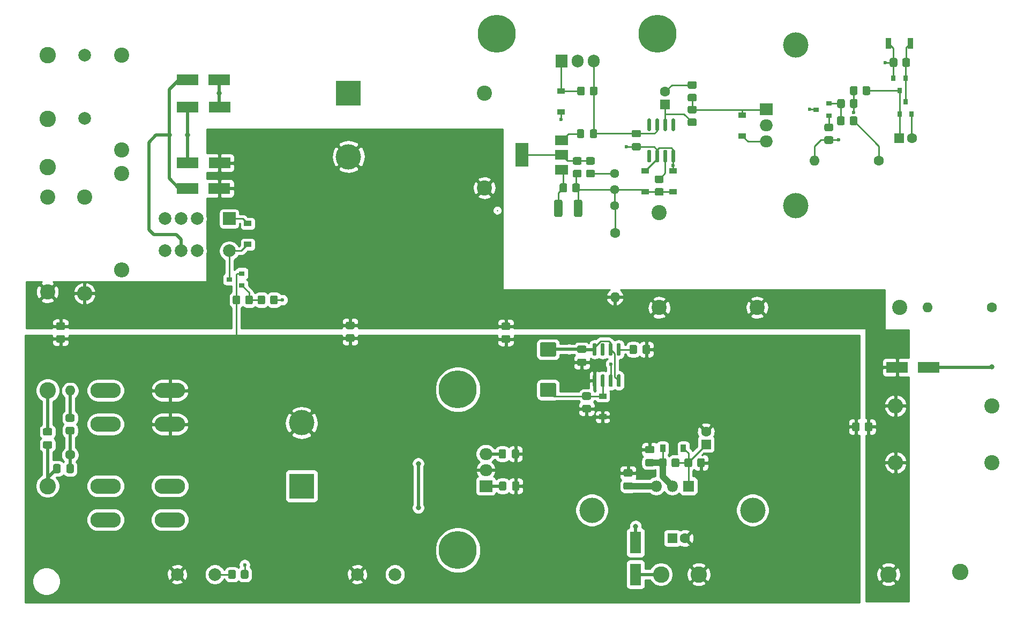
<source format=gbr>
G04 #@! TF.GenerationSoftware,KiCad,Pcbnew,(5.1.10-0-10_14)*
G04 #@! TF.CreationDate,2021-08-21T16:13:38+02:00*
G04 #@! TF.ProjectId,hv-power-supply-v1,68762d70-6f77-4657-922d-737570706c79,rev?*
G04 #@! TF.SameCoordinates,Original*
G04 #@! TF.FileFunction,Copper,L1,Top*
G04 #@! TF.FilePolarity,Positive*
%FSLAX46Y46*%
G04 Gerber Fmt 4.6, Leading zero omitted, Abs format (unit mm)*
G04 Created by KiCad (PCBNEW (5.1.10-0-10_14)) date 2021-08-21 16:13:38*
%MOMM*%
%LPD*%
G01*
G04 APERTURE LIST*
G04 #@! TA.AperFunction,SMDPad,CuDef*
%ADD10R,1.200000X0.900000*%
G04 #@! TD*
G04 #@! TA.AperFunction,ComponentPad*
%ADD11C,2.400000*%
G04 #@! TD*
G04 #@! TA.AperFunction,ComponentPad*
%ADD12C,2.000000*%
G04 #@! TD*
G04 #@! TA.AperFunction,ComponentPad*
%ADD13R,2.000000X2.000000*%
G04 #@! TD*
G04 #@! TA.AperFunction,ComponentPad*
%ADD14O,2.400000X2.400000*%
G04 #@! TD*
G04 #@! TA.AperFunction,SMDPad,CuDef*
%ADD15R,0.900000X1.700000*%
G04 #@! TD*
G04 #@! TA.AperFunction,ComponentPad*
%ADD16O,1.600000X1.600000*%
G04 #@! TD*
G04 #@! TA.AperFunction,ComponentPad*
%ADD17C,1.600000*%
G04 #@! TD*
G04 #@! TA.AperFunction,SMDPad,CuDef*
%ADD18R,2.000000X1.500000*%
G04 #@! TD*
G04 #@! TA.AperFunction,SMDPad,CuDef*
%ADD19R,2.000000X3.800000*%
G04 #@! TD*
G04 #@! TA.AperFunction,ComponentPad*
%ADD20C,1.440000*%
G04 #@! TD*
G04 #@! TA.AperFunction,SMDPad,CuDef*
%ADD21R,0.800000X0.900000*%
G04 #@! TD*
G04 #@! TA.AperFunction,SMDPad,CuDef*
%ADD22R,0.900000X0.800000*%
G04 #@! TD*
G04 #@! TA.AperFunction,ComponentPad*
%ADD23O,2.000000X1.905000*%
G04 #@! TD*
G04 #@! TA.AperFunction,ComponentPad*
%ADD24R,2.000000X1.905000*%
G04 #@! TD*
G04 #@! TA.AperFunction,ComponentPad*
%ADD25C,6.000000*%
G04 #@! TD*
G04 #@! TA.AperFunction,ComponentPad*
%ADD26C,4.000000*%
G04 #@! TD*
G04 #@! TA.AperFunction,SMDPad,CuDef*
%ADD27R,3.500000X1.800000*%
G04 #@! TD*
G04 #@! TA.AperFunction,ComponentPad*
%ADD28R,1.600000X1.600000*%
G04 #@! TD*
G04 #@! TA.AperFunction,ComponentPad*
%ADD29R,4.000000X4.000000*%
G04 #@! TD*
G04 #@! TA.AperFunction,SMDPad,CuDef*
%ADD30R,1.800000X3.500000*%
G04 #@! TD*
G04 #@! TA.AperFunction,ComponentPad*
%ADD31O,4.800600X2.400300*%
G04 #@! TD*
G04 #@! TA.AperFunction,SMDPad,CuDef*
%ADD32R,0.900000X1.200000*%
G04 #@! TD*
G04 #@! TA.AperFunction,ComponentPad*
%ADD33O,1.905000X2.000000*%
G04 #@! TD*
G04 #@! TA.AperFunction,ComponentPad*
%ADD34R,1.905000X2.000000*%
G04 #@! TD*
G04 #@! TA.AperFunction,ComponentPad*
%ADD35C,2.600000*%
G04 #@! TD*
G04 #@! TA.AperFunction,ComponentPad*
%ADD36R,1.800000X1.800000*%
G04 #@! TD*
G04 #@! TA.AperFunction,ComponentPad*
%ADD37O,1.800000X1.800000*%
G04 #@! TD*
G04 #@! TA.AperFunction,ViaPad*
%ADD38C,0.600000*%
G04 #@! TD*
G04 #@! TA.AperFunction,ViaPad*
%ADD39C,0.800000*%
G04 #@! TD*
G04 #@! TA.AperFunction,Conductor*
%ADD40C,0.500000*%
G04 #@! TD*
G04 #@! TA.AperFunction,Conductor*
%ADD41C,0.250000*%
G04 #@! TD*
G04 #@! TA.AperFunction,Conductor*
%ADD42C,1.000000*%
G04 #@! TD*
G04 #@! TA.AperFunction,Conductor*
%ADD43C,0.254000*%
G04 #@! TD*
G04 #@! TA.AperFunction,Conductor*
%ADD44C,0.100000*%
G04 #@! TD*
G04 APERTURE END LIST*
D10*
X140525500Y-66609500D03*
X140525500Y-63309500D03*
X169164000Y-70457600D03*
X169164000Y-67157600D03*
G04 #@! TA.AperFunction,SMDPad,CuDef*
G36*
G01*
X145068600Y-70503201D02*
X145068600Y-69603199D01*
G75*
G02*
X145318599Y-69353200I249999J0D01*
G01*
X145968601Y-69353200D01*
G75*
G02*
X146218600Y-69603199I0J-249999D01*
G01*
X146218600Y-70503201D01*
G75*
G02*
X145968601Y-70753200I-249999J0D01*
G01*
X145318599Y-70753200D01*
G75*
G02*
X145068600Y-70503201I0J249999D01*
G01*
G37*
G04 #@! TD.AperFunction*
G04 #@! TA.AperFunction,SMDPad,CuDef*
G36*
G01*
X143018600Y-70503201D02*
X143018600Y-69603199D01*
G75*
G02*
X143268599Y-69353200I249999J0D01*
G01*
X143918601Y-69353200D01*
G75*
G02*
X144168600Y-69603199I0J-249999D01*
G01*
X144168600Y-70503201D01*
G75*
G02*
X143918601Y-70753200I-249999J0D01*
G01*
X143268599Y-70753200D01*
G75*
G02*
X143018600Y-70503201I0J249999D01*
G01*
G37*
G04 #@! TD.AperFunction*
D11*
X71056500Y-57644000D03*
X71056500Y-72644000D03*
D12*
X77914500Y-83502500D03*
X77914500Y-88582500D03*
X82994500Y-83502500D03*
D13*
X88074500Y-83502500D03*
D12*
X82994500Y-88582500D03*
X88074500Y-88582500D03*
X80454500Y-83502500D03*
X80454500Y-88582500D03*
D14*
X193357500Y-122047000D03*
D11*
X208597500Y-122047000D03*
X156019500Y-82536000D03*
X156019500Y-97536000D03*
D15*
X195678000Y-55753000D03*
X192278000Y-55753000D03*
D16*
X180594000Y-74358500D03*
D17*
X190754000Y-74358500D03*
G04 #@! TA.AperFunction,SMDPad,CuDef*
G36*
G01*
X154582000Y-69618500D02*
X154282000Y-69618500D01*
G75*
G02*
X154132000Y-69468500I0J150000D01*
G01*
X154132000Y-67818500D01*
G75*
G02*
X154282000Y-67668500I150000J0D01*
G01*
X154582000Y-67668500D01*
G75*
G02*
X154732000Y-67818500I0J-150000D01*
G01*
X154732000Y-69468500D01*
G75*
G02*
X154582000Y-69618500I-150000J0D01*
G01*
G37*
G04 #@! TD.AperFunction*
G04 #@! TA.AperFunction,SMDPad,CuDef*
G36*
G01*
X155852000Y-69618500D02*
X155552000Y-69618500D01*
G75*
G02*
X155402000Y-69468500I0J150000D01*
G01*
X155402000Y-67818500D01*
G75*
G02*
X155552000Y-67668500I150000J0D01*
G01*
X155852000Y-67668500D01*
G75*
G02*
X156002000Y-67818500I0J-150000D01*
G01*
X156002000Y-69468500D01*
G75*
G02*
X155852000Y-69618500I-150000J0D01*
G01*
G37*
G04 #@! TD.AperFunction*
G04 #@! TA.AperFunction,SMDPad,CuDef*
G36*
G01*
X157122000Y-69618500D02*
X156822000Y-69618500D01*
G75*
G02*
X156672000Y-69468500I0J150000D01*
G01*
X156672000Y-67818500D01*
G75*
G02*
X156822000Y-67668500I150000J0D01*
G01*
X157122000Y-67668500D01*
G75*
G02*
X157272000Y-67818500I0J-150000D01*
G01*
X157272000Y-69468500D01*
G75*
G02*
X157122000Y-69618500I-150000J0D01*
G01*
G37*
G04 #@! TD.AperFunction*
G04 #@! TA.AperFunction,SMDPad,CuDef*
G36*
G01*
X158392000Y-69618500D02*
X158092000Y-69618500D01*
G75*
G02*
X157942000Y-69468500I0J150000D01*
G01*
X157942000Y-67818500D01*
G75*
G02*
X158092000Y-67668500I150000J0D01*
G01*
X158392000Y-67668500D01*
G75*
G02*
X158542000Y-67818500I0J-150000D01*
G01*
X158542000Y-69468500D01*
G75*
G02*
X158392000Y-69618500I-150000J0D01*
G01*
G37*
G04 #@! TD.AperFunction*
G04 #@! TA.AperFunction,SMDPad,CuDef*
G36*
G01*
X158392000Y-74568500D02*
X158092000Y-74568500D01*
G75*
G02*
X157942000Y-74418500I0J150000D01*
G01*
X157942000Y-72768500D01*
G75*
G02*
X158092000Y-72618500I150000J0D01*
G01*
X158392000Y-72618500D01*
G75*
G02*
X158542000Y-72768500I0J-150000D01*
G01*
X158542000Y-74418500D01*
G75*
G02*
X158392000Y-74568500I-150000J0D01*
G01*
G37*
G04 #@! TD.AperFunction*
G04 #@! TA.AperFunction,SMDPad,CuDef*
G36*
G01*
X157122000Y-74568500D02*
X156822000Y-74568500D01*
G75*
G02*
X156672000Y-74418500I0J150000D01*
G01*
X156672000Y-72768500D01*
G75*
G02*
X156822000Y-72618500I150000J0D01*
G01*
X157122000Y-72618500D01*
G75*
G02*
X157272000Y-72768500I0J-150000D01*
G01*
X157272000Y-74418500D01*
G75*
G02*
X157122000Y-74568500I-150000J0D01*
G01*
G37*
G04 #@! TD.AperFunction*
G04 #@! TA.AperFunction,SMDPad,CuDef*
G36*
G01*
X155852000Y-74568500D02*
X155552000Y-74568500D01*
G75*
G02*
X155402000Y-74418500I0J150000D01*
G01*
X155402000Y-72768500D01*
G75*
G02*
X155552000Y-72618500I150000J0D01*
G01*
X155852000Y-72618500D01*
G75*
G02*
X156002000Y-72768500I0J-150000D01*
G01*
X156002000Y-74418500D01*
G75*
G02*
X155852000Y-74568500I-150000J0D01*
G01*
G37*
G04 #@! TD.AperFunction*
G04 #@! TA.AperFunction,SMDPad,CuDef*
G36*
G01*
X154582000Y-74568500D02*
X154282000Y-74568500D01*
G75*
G02*
X154132000Y-74418500I0J150000D01*
G01*
X154132000Y-72768500D01*
G75*
G02*
X154282000Y-72618500I150000J0D01*
G01*
X154582000Y-72618500D01*
G75*
G02*
X154732000Y-72768500I0J-150000D01*
G01*
X154732000Y-74418500D01*
G75*
G02*
X154582000Y-74568500I-150000J0D01*
G01*
G37*
G04 #@! TD.AperFunction*
D18*
X140589000Y-75720000D03*
X140589000Y-71120000D03*
X140589000Y-73420000D03*
D19*
X134289000Y-73420000D03*
D20*
X148971000Y-81407000D03*
X148971000Y-78867000D03*
X148971000Y-76327000D03*
G04 #@! TA.AperFunction,SMDPad,CuDef*
G36*
G01*
X194440000Y-59251001D02*
X194440000Y-58350999D01*
G75*
G02*
X194689999Y-58101000I249999J0D01*
G01*
X195390001Y-58101000D01*
G75*
G02*
X195640000Y-58350999I0J-249999D01*
G01*
X195640000Y-59251001D01*
G75*
G02*
X195390001Y-59501000I-249999J0D01*
G01*
X194689999Y-59501000D01*
G75*
G02*
X194440000Y-59251001I0J249999D01*
G01*
G37*
G04 #@! TD.AperFunction*
G04 #@! TA.AperFunction,SMDPad,CuDef*
G36*
G01*
X192440000Y-59251001D02*
X192440000Y-58350999D01*
G75*
G02*
X192689999Y-58101000I249999J0D01*
G01*
X193390001Y-58101000D01*
G75*
G02*
X193640000Y-58350999I0J-249999D01*
G01*
X193640000Y-59251001D01*
G75*
G02*
X193390001Y-59501000I-249999J0D01*
G01*
X192689999Y-59501000D01*
G75*
G02*
X192440000Y-59251001I0J249999D01*
G01*
G37*
G04 #@! TD.AperFunction*
G04 #@! TA.AperFunction,SMDPad,CuDef*
G36*
G01*
X144262400Y-62846799D02*
X144262400Y-63746801D01*
G75*
G02*
X144012401Y-63996800I-249999J0D01*
G01*
X143312399Y-63996800D01*
G75*
G02*
X143062400Y-63746801I0J249999D01*
G01*
X143062400Y-62846799D01*
G75*
G02*
X143312399Y-62596800I249999J0D01*
G01*
X144012401Y-62596800D01*
G75*
G02*
X144262400Y-62846799I0J-249999D01*
G01*
G37*
G04 #@! TD.AperFunction*
G04 #@! TA.AperFunction,SMDPad,CuDef*
G36*
G01*
X146262400Y-62846799D02*
X146262400Y-63746801D01*
G75*
G02*
X146012401Y-63996800I-249999J0D01*
G01*
X145312399Y-63996800D01*
G75*
G02*
X145062400Y-63746801I0J249999D01*
G01*
X145062400Y-62846799D01*
G75*
G02*
X145312399Y-62596800I249999J0D01*
G01*
X146012401Y-62596800D01*
G75*
G02*
X146262400Y-62846799I0J-249999D01*
G01*
G37*
G04 #@! TD.AperFunction*
G04 #@! TA.AperFunction,SMDPad,CuDef*
G36*
G01*
X185321500Y-67558499D02*
X185321500Y-68458501D01*
G75*
G02*
X185071501Y-68708500I-249999J0D01*
G01*
X184371499Y-68708500D01*
G75*
G02*
X184121500Y-68458501I0J249999D01*
G01*
X184121500Y-67558499D01*
G75*
G02*
X184371499Y-67308500I249999J0D01*
G01*
X185071501Y-67308500D01*
G75*
G02*
X185321500Y-67558499I0J-249999D01*
G01*
G37*
G04 #@! TD.AperFunction*
G04 #@! TA.AperFunction,SMDPad,CuDef*
G36*
G01*
X187321500Y-67558499D02*
X187321500Y-68458501D01*
G75*
G02*
X187071501Y-68708500I-249999J0D01*
G01*
X186371499Y-68708500D01*
G75*
G02*
X186121500Y-68458501I0J249999D01*
G01*
X186121500Y-67558499D01*
G75*
G02*
X186371499Y-67308500I249999J0D01*
G01*
X187071501Y-67308500D01*
G75*
G02*
X187321500Y-67558499I0J-249999D01*
G01*
G37*
G04 #@! TD.AperFunction*
G04 #@! TA.AperFunction,SMDPad,CuDef*
G36*
G01*
X187353500Y-62795999D02*
X187353500Y-63696001D01*
G75*
G02*
X187103501Y-63946000I-249999J0D01*
G01*
X186403499Y-63946000D01*
G75*
G02*
X186153500Y-63696001I0J249999D01*
G01*
X186153500Y-62795999D01*
G75*
G02*
X186403499Y-62546000I249999J0D01*
G01*
X187103501Y-62546000D01*
G75*
G02*
X187353500Y-62795999I0J-249999D01*
G01*
G37*
G04 #@! TD.AperFunction*
G04 #@! TA.AperFunction,SMDPad,CuDef*
G36*
G01*
X189353500Y-62795999D02*
X189353500Y-63696001D01*
G75*
G02*
X189103501Y-63946000I-249999J0D01*
G01*
X188403499Y-63946000D01*
G75*
G02*
X188153500Y-63696001I0J249999D01*
G01*
X188153500Y-62795999D01*
G75*
G02*
X188403499Y-62546000I249999J0D01*
G01*
X189103501Y-62546000D01*
G75*
G02*
X189353500Y-62795999I0J-249999D01*
G01*
G37*
G04 #@! TD.AperFunction*
G04 #@! TA.AperFunction,SMDPad,CuDef*
G36*
G01*
X186153500Y-65728001D02*
X186153500Y-64827999D01*
G75*
G02*
X186403499Y-64578000I249999J0D01*
G01*
X187103501Y-64578000D01*
G75*
G02*
X187353500Y-64827999I0J-249999D01*
G01*
X187353500Y-65728001D01*
G75*
G02*
X187103501Y-65978000I-249999J0D01*
G01*
X186403499Y-65978000D01*
G75*
G02*
X186153500Y-65728001I0J249999D01*
G01*
G37*
G04 #@! TD.AperFunction*
G04 #@! TA.AperFunction,SMDPad,CuDef*
G36*
G01*
X184153500Y-65728001D02*
X184153500Y-64827999D01*
G75*
G02*
X184403499Y-64578000I249999J0D01*
G01*
X185103501Y-64578000D01*
G75*
G02*
X185353500Y-64827999I0J-249999D01*
G01*
X185353500Y-65728001D01*
G75*
G02*
X185103501Y-65978000I-249999J0D01*
G01*
X184403499Y-65978000D01*
G75*
G02*
X184153500Y-65728001I0J249999D01*
G01*
G37*
G04 #@! TD.AperFunction*
G04 #@! TA.AperFunction,SMDPad,CuDef*
G36*
G01*
X182366499Y-70456500D02*
X183266501Y-70456500D01*
G75*
G02*
X183516500Y-70706499I0J-249999D01*
G01*
X183516500Y-71406501D01*
G75*
G02*
X183266501Y-71656500I-249999J0D01*
G01*
X182366499Y-71656500D01*
G75*
G02*
X182116500Y-71406501I0J249999D01*
G01*
X182116500Y-70706499D01*
G75*
G02*
X182366499Y-70456500I249999J0D01*
G01*
G37*
G04 #@! TD.AperFunction*
G04 #@! TA.AperFunction,SMDPad,CuDef*
G36*
G01*
X182366499Y-68456500D02*
X183266501Y-68456500D01*
G75*
G02*
X183516500Y-68706499I0J-249999D01*
G01*
X183516500Y-69406501D01*
G75*
G02*
X183266501Y-69656500I-249999J0D01*
G01*
X182366499Y-69656500D01*
G75*
G02*
X182116500Y-69406501I0J249999D01*
G01*
X182116500Y-68706499D01*
G75*
G02*
X182366499Y-68456500I249999J0D01*
G01*
G37*
G04 #@! TD.AperFunction*
G04 #@! TA.AperFunction,SMDPad,CuDef*
G36*
G01*
X160776499Y-63757000D02*
X161676501Y-63757000D01*
G75*
G02*
X161926500Y-64006999I0J-249999D01*
G01*
X161926500Y-64707001D01*
G75*
G02*
X161676501Y-64957000I-249999J0D01*
G01*
X160776499Y-64957000D01*
G75*
G02*
X160526500Y-64707001I0J249999D01*
G01*
X160526500Y-64006999D01*
G75*
G02*
X160776499Y-63757000I249999J0D01*
G01*
G37*
G04 #@! TD.AperFunction*
G04 #@! TA.AperFunction,SMDPad,CuDef*
G36*
G01*
X160776499Y-61757000D02*
X161676501Y-61757000D01*
G75*
G02*
X161926500Y-62006999I0J-249999D01*
G01*
X161926500Y-62707001D01*
G75*
G02*
X161676501Y-62957000I-249999J0D01*
G01*
X160776499Y-62957000D01*
G75*
G02*
X160526500Y-62707001I0J249999D01*
G01*
X160526500Y-62006999D01*
G75*
G02*
X160776499Y-61757000I249999J0D01*
G01*
G37*
G04 #@! TD.AperFunction*
G04 #@! TA.AperFunction,SMDPad,CuDef*
G36*
G01*
X161676501Y-66846500D02*
X160776499Y-66846500D01*
G75*
G02*
X160526500Y-66596501I0J249999D01*
G01*
X160526500Y-65896499D01*
G75*
G02*
X160776499Y-65646500I249999J0D01*
G01*
X161676501Y-65646500D01*
G75*
G02*
X161926500Y-65896499I0J-249999D01*
G01*
X161926500Y-66596501D01*
G75*
G02*
X161676501Y-66846500I-249999J0D01*
G01*
G37*
G04 #@! TD.AperFunction*
G04 #@! TA.AperFunction,SMDPad,CuDef*
G36*
G01*
X161676501Y-68846500D02*
X160776499Y-68846500D01*
G75*
G02*
X160526500Y-68596501I0J249999D01*
G01*
X160526500Y-67896499D01*
G75*
G02*
X160776499Y-67646500I249999J0D01*
G01*
X161676501Y-67646500D01*
G75*
G02*
X161926500Y-67896499I0J-249999D01*
G01*
X161926500Y-68596501D01*
G75*
G02*
X161676501Y-68846500I-249999J0D01*
G01*
G37*
G04 #@! TD.AperFunction*
G04 #@! TA.AperFunction,SMDPad,CuDef*
G36*
G01*
X155569499Y-78648000D02*
X156469501Y-78648000D01*
G75*
G02*
X156719500Y-78897999I0J-249999D01*
G01*
X156719500Y-79598001D01*
G75*
G02*
X156469501Y-79848000I-249999J0D01*
G01*
X155569499Y-79848000D01*
G75*
G02*
X155319500Y-79598001I0J249999D01*
G01*
X155319500Y-78897999D01*
G75*
G02*
X155569499Y-78648000I249999J0D01*
G01*
G37*
G04 #@! TD.AperFunction*
G04 #@! TA.AperFunction,SMDPad,CuDef*
G36*
G01*
X155569499Y-76648000D02*
X156469501Y-76648000D01*
G75*
G02*
X156719500Y-76897999I0J-249999D01*
G01*
X156719500Y-77598001D01*
G75*
G02*
X156469501Y-77848000I-249999J0D01*
G01*
X155569499Y-77848000D01*
G75*
G02*
X155319500Y-77598001I0J249999D01*
G01*
X155319500Y-76897999D01*
G75*
G02*
X155569499Y-76648000I249999J0D01*
G01*
G37*
G04 #@! TD.AperFunction*
G04 #@! TA.AperFunction,SMDPad,CuDef*
G36*
G01*
X142615499Y-75758500D02*
X143515501Y-75758500D01*
G75*
G02*
X143765500Y-76008499I0J-249999D01*
G01*
X143765500Y-76708501D01*
G75*
G02*
X143515501Y-76958500I-249999J0D01*
G01*
X142615499Y-76958500D01*
G75*
G02*
X142365500Y-76708501I0J249999D01*
G01*
X142365500Y-76008499D01*
G75*
G02*
X142615499Y-75758500I249999J0D01*
G01*
G37*
G04 #@! TD.AperFunction*
G04 #@! TA.AperFunction,SMDPad,CuDef*
G36*
G01*
X142615499Y-73758500D02*
X143515501Y-73758500D01*
G75*
G02*
X143765500Y-74008499I0J-249999D01*
G01*
X143765500Y-74708501D01*
G75*
G02*
X143515501Y-74958500I-249999J0D01*
G01*
X142615499Y-74958500D01*
G75*
G02*
X142365500Y-74708501I0J249999D01*
G01*
X142365500Y-74008499D01*
G75*
G02*
X142615499Y-73758500I249999J0D01*
G01*
G37*
G04 #@! TD.AperFunction*
D16*
X149034500Y-95885000D03*
D17*
X149034500Y-85725000D03*
G04 #@! TA.AperFunction,SMDPad,CuDef*
G36*
G01*
X144710999Y-75758500D02*
X145611001Y-75758500D01*
G75*
G02*
X145861000Y-76008499I0J-249999D01*
G01*
X145861000Y-76708501D01*
G75*
G02*
X145611001Y-76958500I-249999J0D01*
G01*
X144710999Y-76958500D01*
G75*
G02*
X144461000Y-76708501I0J249999D01*
G01*
X144461000Y-76008499D01*
G75*
G02*
X144710999Y-75758500I249999J0D01*
G01*
G37*
G04 #@! TD.AperFunction*
G04 #@! TA.AperFunction,SMDPad,CuDef*
G36*
G01*
X144710999Y-73758500D02*
X145611001Y-73758500D01*
G75*
G02*
X145861000Y-74008499I0J-249999D01*
G01*
X145861000Y-74708501D01*
G75*
G02*
X145611001Y-74958500I-249999J0D01*
G01*
X144710999Y-74958500D01*
G75*
G02*
X144461000Y-74708501I0J249999D01*
G01*
X144461000Y-74008499D01*
G75*
G02*
X144710999Y-73758500I249999J0D01*
G01*
G37*
G04 #@! TD.AperFunction*
G04 #@! TA.AperFunction,SMDPad,CuDef*
G36*
G01*
X142275000Y-79063001D02*
X142275000Y-78162999D01*
G75*
G02*
X142524999Y-77913000I249999J0D01*
G01*
X143225001Y-77913000D01*
G75*
G02*
X143475000Y-78162999I0J-249999D01*
G01*
X143475000Y-79063001D01*
G75*
G02*
X143225001Y-79313000I-249999J0D01*
G01*
X142524999Y-79313000D01*
G75*
G02*
X142275000Y-79063001I0J249999D01*
G01*
G37*
G04 #@! TD.AperFunction*
G04 #@! TA.AperFunction,SMDPad,CuDef*
G36*
G01*
X140275000Y-79063001D02*
X140275000Y-78162999D01*
G75*
G02*
X140524999Y-77913000I249999J0D01*
G01*
X141225001Y-77913000D01*
G75*
G02*
X141475000Y-78162999I0J-249999D01*
G01*
X141475000Y-79063001D01*
G75*
G02*
X141225001Y-79313000I-249999J0D01*
G01*
X140524999Y-79313000D01*
G75*
G02*
X140275000Y-79063001I0J249999D01*
G01*
G37*
G04 #@! TD.AperFunction*
D21*
X194947500Y-64992500D03*
X195897500Y-66992500D03*
X193997500Y-66992500D03*
X193990000Y-63246000D03*
X193040000Y-61246000D03*
X194940000Y-61246000D03*
D22*
X180816500Y-66233000D03*
X182816500Y-65283000D03*
X182816500Y-67183000D03*
D23*
X172910500Y-71310500D03*
X172910500Y-68770500D03*
D24*
X172910500Y-66230500D03*
D25*
X130365500Y-54229000D03*
X155765500Y-54229000D03*
D26*
X177609500Y-56007000D03*
X177609500Y-81407000D03*
D27*
X193628000Y-106997500D03*
X198628000Y-106997500D03*
D10*
X153797000Y-75948000D03*
X153797000Y-79248000D03*
X158242000Y-79246000D03*
X158242000Y-75946000D03*
D11*
X171492500Y-97536000D03*
X193992500Y-97536000D03*
D17*
X195961000Y-70739000D03*
D28*
X193961000Y-70739000D03*
D17*
X156972000Y-63405000D03*
D28*
X156972000Y-65405000D03*
G04 #@! TA.AperFunction,SMDPad,CuDef*
G36*
G01*
X151925000Y-71528000D02*
X152875000Y-71528000D01*
G75*
G02*
X153125000Y-71778000I0J-250000D01*
G01*
X153125000Y-72453000D01*
G75*
G02*
X152875000Y-72703000I-250000J0D01*
G01*
X151925000Y-72703000D01*
G75*
G02*
X151675000Y-72453000I0J250000D01*
G01*
X151675000Y-71778000D01*
G75*
G02*
X151925000Y-71528000I250000J0D01*
G01*
G37*
G04 #@! TD.AperFunction*
G04 #@! TA.AperFunction,SMDPad,CuDef*
G36*
G01*
X151925000Y-69453000D02*
X152875000Y-69453000D01*
G75*
G02*
X153125000Y-69703000I0J-250000D01*
G01*
X153125000Y-70378000D01*
G75*
G02*
X152875000Y-70628000I-250000J0D01*
G01*
X151925000Y-70628000D01*
G75*
G02*
X151675000Y-70378000I0J250000D01*
G01*
X151675000Y-69703000D01*
G75*
G02*
X151925000Y-69453000I250000J0D01*
G01*
G37*
G04 #@! TD.AperFunction*
G04 #@! TA.AperFunction,SMDPad,CuDef*
G36*
G01*
X142530000Y-82951501D02*
X142530000Y-80751499D01*
G75*
G02*
X142779999Y-80501500I249999J0D01*
G01*
X143605001Y-80501500D01*
G75*
G02*
X143855000Y-80751499I0J-249999D01*
G01*
X143855000Y-82951501D01*
G75*
G02*
X143605001Y-83201500I-249999J0D01*
G01*
X142779999Y-83201500D01*
G75*
G02*
X142530000Y-82951501I0J249999D01*
G01*
G37*
G04 #@! TD.AperFunction*
G04 #@! TA.AperFunction,SMDPad,CuDef*
G36*
G01*
X139405000Y-82951501D02*
X139405000Y-80751499D01*
G75*
G02*
X139654999Y-80501500I249999J0D01*
G01*
X140480001Y-80501500D01*
G75*
G02*
X140730000Y-80751499I0J-249999D01*
G01*
X140730000Y-82951501D01*
G75*
G02*
X140480001Y-83201500I-249999J0D01*
G01*
X139654999Y-83201500D01*
G75*
G02*
X139405000Y-82951501I0J249999D01*
G01*
G37*
G04 #@! TD.AperFunction*
D16*
X62928500Y-110680500D03*
D17*
X62928500Y-120840500D03*
D14*
X71056500Y-91567000D03*
D11*
X71056500Y-76327000D03*
D12*
X65214500Y-57658000D03*
X65214500Y-67658000D03*
G04 #@! TA.AperFunction,SMDPad,CuDef*
G36*
G01*
X63378501Y-115598500D02*
X62478499Y-115598500D01*
G75*
G02*
X62228500Y-115348501I0J249999D01*
G01*
X62228500Y-114648499D01*
G75*
G02*
X62478499Y-114398500I249999J0D01*
G01*
X63378501Y-114398500D01*
G75*
G02*
X63628500Y-114648499I0J-249999D01*
G01*
X63628500Y-115348501D01*
G75*
G02*
X63378501Y-115598500I-249999J0D01*
G01*
G37*
G04 #@! TD.AperFunction*
G04 #@! TA.AperFunction,SMDPad,CuDef*
G36*
G01*
X63378501Y-117598500D02*
X62478499Y-117598500D01*
G75*
G02*
X62228500Y-117348501I0J249999D01*
G01*
X62228500Y-116648499D01*
G75*
G02*
X62478499Y-116398500I249999J0D01*
G01*
X63378501Y-116398500D01*
G75*
G02*
X63628500Y-116648499I0J-249999D01*
G01*
X63628500Y-117348501D01*
G75*
G02*
X63378501Y-117598500I-249999J0D01*
G01*
G37*
G04 #@! TD.AperFunction*
G04 #@! TA.AperFunction,SMDPad,CuDef*
G36*
G01*
X62341000Y-123474500D02*
X62341000Y-122524500D01*
G75*
G02*
X62591000Y-122274500I250000J0D01*
G01*
X63266000Y-122274500D01*
G75*
G02*
X63516000Y-122524500I0J-250000D01*
G01*
X63516000Y-123474500D01*
G75*
G02*
X63266000Y-123724500I-250000J0D01*
G01*
X62591000Y-123724500D01*
G75*
G02*
X62341000Y-123474500I0J250000D01*
G01*
G37*
G04 #@! TD.AperFunction*
G04 #@! TA.AperFunction,SMDPad,CuDef*
G36*
G01*
X60266000Y-123474500D02*
X60266000Y-122524500D01*
G75*
G02*
X60516000Y-122274500I250000J0D01*
G01*
X61191000Y-122274500D01*
G75*
G02*
X61441000Y-122524500I0J-250000D01*
G01*
X61441000Y-123474500D01*
G75*
G02*
X61191000Y-123724500I-250000J0D01*
G01*
X60516000Y-123724500D01*
G75*
G02*
X60266000Y-123474500I0J250000D01*
G01*
G37*
G04 #@! TD.AperFunction*
G04 #@! TA.AperFunction,SMDPad,CuDef*
G36*
G01*
X59847500Y-117765500D02*
X58897500Y-117765500D01*
G75*
G02*
X58647500Y-117515500I0J250000D01*
G01*
X58647500Y-116840500D01*
G75*
G02*
X58897500Y-116590500I250000J0D01*
G01*
X59847500Y-116590500D01*
G75*
G02*
X60097500Y-116840500I0J-250000D01*
G01*
X60097500Y-117515500D01*
G75*
G02*
X59847500Y-117765500I-250000J0D01*
G01*
G37*
G04 #@! TD.AperFunction*
G04 #@! TA.AperFunction,SMDPad,CuDef*
G36*
G01*
X59847500Y-119840500D02*
X58897500Y-119840500D01*
G75*
G02*
X58647500Y-119590500I0J250000D01*
G01*
X58647500Y-118915500D01*
G75*
G02*
X58897500Y-118665500I250000J0D01*
G01*
X59847500Y-118665500D01*
G75*
G02*
X60097500Y-118915500I0J-250000D01*
G01*
X60097500Y-119590500D01*
G75*
G02*
X59847500Y-119840500I-250000J0D01*
G01*
G37*
G04 #@! TD.AperFunction*
D25*
X124206000Y-135890000D03*
X124206000Y-110490000D03*
D22*
X88074500Y-93091000D03*
X90074500Y-92141000D03*
X90074500Y-94041000D03*
D26*
X99504500Y-115753000D03*
D29*
X99504500Y-125753000D03*
D24*
X128613000Y-125753000D03*
D23*
X128613000Y-123213000D03*
X128613000Y-120673000D03*
D26*
X145377000Y-129563000D03*
X170777000Y-129563000D03*
D30*
X152298500Y-139723000D03*
X152298500Y-134723000D03*
D14*
X193357500Y-113093500D03*
D11*
X208597500Y-113093500D03*
D31*
X68542000Y-110640000D03*
X78702000Y-110640000D03*
X78702000Y-131087000D03*
X68542000Y-131087000D03*
X78702000Y-125753000D03*
X68542000Y-125753000D03*
X68542000Y-115974000D03*
X78702000Y-115974000D03*
D32*
X159853000Y-119784000D03*
X156553000Y-119784000D03*
D17*
X163411000Y-117149000D03*
D28*
X163411000Y-119149000D03*
G04 #@! TA.AperFunction,SMDPad,CuDef*
G36*
G01*
X61880001Y-101080000D02*
X60979999Y-101080000D01*
G75*
G02*
X60730000Y-100830001I0J249999D01*
G01*
X60730000Y-100129999D01*
G75*
G02*
X60979999Y-99880000I249999J0D01*
G01*
X61880001Y-99880000D01*
G75*
G02*
X62130000Y-100129999I0J-249999D01*
G01*
X62130000Y-100830001D01*
G75*
G02*
X61880001Y-101080000I-249999J0D01*
G01*
G37*
G04 #@! TD.AperFunction*
G04 #@! TA.AperFunction,SMDPad,CuDef*
G36*
G01*
X61880001Y-103080000D02*
X60979999Y-103080000D01*
G75*
G02*
X60730000Y-102830001I0J249999D01*
G01*
X60730000Y-102129999D01*
G75*
G02*
X60979999Y-101880000I249999J0D01*
G01*
X61880001Y-101880000D01*
G75*
G02*
X62130000Y-102129999I0J-249999D01*
G01*
X62130000Y-102830001D01*
G75*
G02*
X61880001Y-103080000I-249999J0D01*
G01*
G37*
G04 #@! TD.AperFunction*
D14*
X65214500Y-95313500D03*
D11*
X65214500Y-80073500D03*
D27*
X86534000Y-74676000D03*
X81534000Y-74676000D03*
X81534000Y-65849500D03*
X86534000Y-65849500D03*
X86521400Y-78712200D03*
X81521400Y-78712200D03*
X81521400Y-61491000D03*
X86521400Y-61491000D03*
G04 #@! TA.AperFunction,SMDPad,CuDef*
G36*
G01*
X145971500Y-105138000D02*
X145671500Y-105138000D01*
G75*
G02*
X145521500Y-104988000I0J150000D01*
G01*
X145521500Y-103338000D01*
G75*
G02*
X145671500Y-103188000I150000J0D01*
G01*
X145971500Y-103188000D01*
G75*
G02*
X146121500Y-103338000I0J-150000D01*
G01*
X146121500Y-104988000D01*
G75*
G02*
X145971500Y-105138000I-150000J0D01*
G01*
G37*
G04 #@! TD.AperFunction*
G04 #@! TA.AperFunction,SMDPad,CuDef*
G36*
G01*
X147241500Y-105138000D02*
X146941500Y-105138000D01*
G75*
G02*
X146791500Y-104988000I0J150000D01*
G01*
X146791500Y-103338000D01*
G75*
G02*
X146941500Y-103188000I150000J0D01*
G01*
X147241500Y-103188000D01*
G75*
G02*
X147391500Y-103338000I0J-150000D01*
G01*
X147391500Y-104988000D01*
G75*
G02*
X147241500Y-105138000I-150000J0D01*
G01*
G37*
G04 #@! TD.AperFunction*
G04 #@! TA.AperFunction,SMDPad,CuDef*
G36*
G01*
X148511500Y-105138000D02*
X148211500Y-105138000D01*
G75*
G02*
X148061500Y-104988000I0J150000D01*
G01*
X148061500Y-103338000D01*
G75*
G02*
X148211500Y-103188000I150000J0D01*
G01*
X148511500Y-103188000D01*
G75*
G02*
X148661500Y-103338000I0J-150000D01*
G01*
X148661500Y-104988000D01*
G75*
G02*
X148511500Y-105138000I-150000J0D01*
G01*
G37*
G04 #@! TD.AperFunction*
G04 #@! TA.AperFunction,SMDPad,CuDef*
G36*
G01*
X149781500Y-105138000D02*
X149481500Y-105138000D01*
G75*
G02*
X149331500Y-104988000I0J150000D01*
G01*
X149331500Y-103338000D01*
G75*
G02*
X149481500Y-103188000I150000J0D01*
G01*
X149781500Y-103188000D01*
G75*
G02*
X149931500Y-103338000I0J-150000D01*
G01*
X149931500Y-104988000D01*
G75*
G02*
X149781500Y-105138000I-150000J0D01*
G01*
G37*
G04 #@! TD.AperFunction*
G04 #@! TA.AperFunction,SMDPad,CuDef*
G36*
G01*
X149781500Y-110088000D02*
X149481500Y-110088000D01*
G75*
G02*
X149331500Y-109938000I0J150000D01*
G01*
X149331500Y-108288000D01*
G75*
G02*
X149481500Y-108138000I150000J0D01*
G01*
X149781500Y-108138000D01*
G75*
G02*
X149931500Y-108288000I0J-150000D01*
G01*
X149931500Y-109938000D01*
G75*
G02*
X149781500Y-110088000I-150000J0D01*
G01*
G37*
G04 #@! TD.AperFunction*
G04 #@! TA.AperFunction,SMDPad,CuDef*
G36*
G01*
X148511500Y-110088000D02*
X148211500Y-110088000D01*
G75*
G02*
X148061500Y-109938000I0J150000D01*
G01*
X148061500Y-108288000D01*
G75*
G02*
X148211500Y-108138000I150000J0D01*
G01*
X148511500Y-108138000D01*
G75*
G02*
X148661500Y-108288000I0J-150000D01*
G01*
X148661500Y-109938000D01*
G75*
G02*
X148511500Y-110088000I-150000J0D01*
G01*
G37*
G04 #@! TD.AperFunction*
G04 #@! TA.AperFunction,SMDPad,CuDef*
G36*
G01*
X147241500Y-110088000D02*
X146941500Y-110088000D01*
G75*
G02*
X146791500Y-109938000I0J150000D01*
G01*
X146791500Y-108288000D01*
G75*
G02*
X146941500Y-108138000I150000J0D01*
G01*
X147241500Y-108138000D01*
G75*
G02*
X147391500Y-108288000I0J-150000D01*
G01*
X147391500Y-109938000D01*
G75*
G02*
X147241500Y-110088000I-150000J0D01*
G01*
G37*
G04 #@! TD.AperFunction*
G04 #@! TA.AperFunction,SMDPad,CuDef*
G36*
G01*
X145971500Y-110088000D02*
X145671500Y-110088000D01*
G75*
G02*
X145521500Y-109938000I0J150000D01*
G01*
X145521500Y-108288000D01*
G75*
G02*
X145671500Y-108138000I150000J0D01*
G01*
X145971500Y-108138000D01*
G75*
G02*
X146121500Y-108288000I0J-150000D01*
G01*
X146121500Y-109938000D01*
G75*
G02*
X145971500Y-110088000I-150000J0D01*
G01*
G37*
G04 #@! TD.AperFunction*
D33*
X145669000Y-58610500D03*
X143129000Y-58610500D03*
D34*
X140589000Y-58610500D03*
G04 #@! TA.AperFunction,SMDPad,CuDef*
G36*
G01*
X188503000Y-116845501D02*
X188503000Y-115945499D01*
G75*
G02*
X188752999Y-115695500I249999J0D01*
G01*
X189453001Y-115695500D01*
G75*
G02*
X189703000Y-115945499I0J-249999D01*
G01*
X189703000Y-116845501D01*
G75*
G02*
X189453001Y-117095500I-249999J0D01*
G01*
X188752999Y-117095500D01*
G75*
G02*
X188503000Y-116845501I0J249999D01*
G01*
G37*
G04 #@! TD.AperFunction*
G04 #@! TA.AperFunction,SMDPad,CuDef*
G36*
G01*
X186503000Y-116845501D02*
X186503000Y-115945499D01*
G75*
G02*
X186752999Y-115695500I249999J0D01*
G01*
X187453001Y-115695500D01*
G75*
G02*
X187703000Y-115945499I0J-249999D01*
G01*
X187703000Y-116845501D01*
G75*
G02*
X187453001Y-117095500I-249999J0D01*
G01*
X186752999Y-117095500D01*
G75*
G02*
X186503000Y-116845501I0J249999D01*
G01*
G37*
G04 #@! TD.AperFunction*
G04 #@! TA.AperFunction,SMDPad,CuDef*
G36*
G01*
X132238001Y-101112000D02*
X131337999Y-101112000D01*
G75*
G02*
X131088000Y-100862001I0J249999D01*
G01*
X131088000Y-100161999D01*
G75*
G02*
X131337999Y-99912000I249999J0D01*
G01*
X132238001Y-99912000D01*
G75*
G02*
X132488000Y-100161999I0J-249999D01*
G01*
X132488000Y-100862001D01*
G75*
G02*
X132238001Y-101112000I-249999J0D01*
G01*
G37*
G04 #@! TD.AperFunction*
G04 #@! TA.AperFunction,SMDPad,CuDef*
G36*
G01*
X132238001Y-103112000D02*
X131337999Y-103112000D01*
G75*
G02*
X131088000Y-102862001I0J249999D01*
G01*
X131088000Y-102161999D01*
G75*
G02*
X131337999Y-101912000I249999J0D01*
G01*
X132238001Y-101912000D01*
G75*
G02*
X132488000Y-102161999I0J-249999D01*
G01*
X132488000Y-102862001D01*
G75*
G02*
X132238001Y-103112000I-249999J0D01*
G01*
G37*
G04 #@! TD.AperFunction*
G04 #@! TA.AperFunction,SMDPad,CuDef*
G36*
G01*
X107638001Y-100962000D02*
X106737999Y-100962000D01*
G75*
G02*
X106488000Y-100712001I0J249999D01*
G01*
X106488000Y-100011999D01*
G75*
G02*
X106737999Y-99762000I249999J0D01*
G01*
X107638001Y-99762000D01*
G75*
G02*
X107888000Y-100011999I0J-249999D01*
G01*
X107888000Y-100712001D01*
G75*
G02*
X107638001Y-100962000I-249999J0D01*
G01*
G37*
G04 #@! TD.AperFunction*
G04 #@! TA.AperFunction,SMDPad,CuDef*
G36*
G01*
X107638001Y-102962000D02*
X106737999Y-102962000D01*
G75*
G02*
X106488000Y-102712001I0J249999D01*
G01*
X106488000Y-102011999D01*
G75*
G02*
X106737999Y-101762000I249999J0D01*
G01*
X107638001Y-101762000D01*
G75*
G02*
X107888000Y-102011999I0J-249999D01*
G01*
X107888000Y-102712001D01*
G75*
G02*
X107638001Y-102962000I-249999J0D01*
G01*
G37*
G04 #@! TD.AperFunction*
G04 #@! TA.AperFunction,SMDPad,CuDef*
G36*
G01*
X157985000Y-122520001D02*
X157985000Y-121619999D01*
G75*
G02*
X158234999Y-121370000I249999J0D01*
G01*
X158935001Y-121370000D01*
G75*
G02*
X159185000Y-121619999I0J-249999D01*
G01*
X159185000Y-122520001D01*
G75*
G02*
X158935001Y-122770000I-249999J0D01*
G01*
X158234999Y-122770000D01*
G75*
G02*
X157985000Y-122520001I0J249999D01*
G01*
G37*
G04 #@! TD.AperFunction*
G04 #@! TA.AperFunction,SMDPad,CuDef*
G36*
G01*
X155985000Y-122520001D02*
X155985000Y-121619999D01*
G75*
G02*
X156234999Y-121370000I249999J0D01*
G01*
X156935001Y-121370000D01*
G75*
G02*
X157185000Y-121619999I0J-249999D01*
G01*
X157185000Y-122520001D01*
G75*
G02*
X156935001Y-122770000I-249999J0D01*
G01*
X156234999Y-122770000D01*
G75*
G02*
X155985000Y-122520001I0J249999D01*
G01*
G37*
G04 #@! TD.AperFunction*
G04 #@! TA.AperFunction,SMDPad,CuDef*
G36*
G01*
X162017000Y-122520001D02*
X162017000Y-121619999D01*
G75*
G02*
X162266999Y-121370000I249999J0D01*
G01*
X162967001Y-121370000D01*
G75*
G02*
X163217000Y-121619999I0J-249999D01*
G01*
X163217000Y-122520001D01*
G75*
G02*
X162967001Y-122770000I-249999J0D01*
G01*
X162266999Y-122770000D01*
G75*
G02*
X162017000Y-122520001I0J249999D01*
G01*
G37*
G04 #@! TD.AperFunction*
G04 #@! TA.AperFunction,SMDPad,CuDef*
G36*
G01*
X160017000Y-122520001D02*
X160017000Y-121619999D01*
G75*
G02*
X160266999Y-121370000I249999J0D01*
G01*
X160967001Y-121370000D01*
G75*
G02*
X161217000Y-121619999I0J-249999D01*
G01*
X161217000Y-122520001D01*
G75*
G02*
X160967001Y-122770000I-249999J0D01*
G01*
X160266999Y-122770000D01*
G75*
G02*
X160017000Y-122520001I0J249999D01*
G01*
G37*
G04 #@! TD.AperFunction*
G04 #@! TA.AperFunction,SMDPad,CuDef*
G36*
G01*
X89113000Y-139272999D02*
X89113000Y-140173001D01*
G75*
G02*
X88863001Y-140423000I-249999J0D01*
G01*
X88162999Y-140423000D01*
G75*
G02*
X87913000Y-140173001I0J249999D01*
G01*
X87913000Y-139272999D01*
G75*
G02*
X88162999Y-139023000I249999J0D01*
G01*
X88863001Y-139023000D01*
G75*
G02*
X89113000Y-139272999I0J-249999D01*
G01*
G37*
G04 #@! TD.AperFunction*
G04 #@! TA.AperFunction,SMDPad,CuDef*
G36*
G01*
X91113000Y-139272999D02*
X91113000Y-140173001D01*
G75*
G02*
X90863001Y-140423000I-249999J0D01*
G01*
X90162999Y-140423000D01*
G75*
G02*
X89913000Y-140173001I0J249999D01*
G01*
X89913000Y-139272999D01*
G75*
G02*
X90162999Y-139023000I249999J0D01*
G01*
X90863001Y-139023000D01*
G75*
G02*
X91113000Y-139272999I0J-249999D01*
G01*
G37*
G04 #@! TD.AperFunction*
G04 #@! TA.AperFunction,SMDPad,CuDef*
G36*
G01*
X90617500Y-96779501D02*
X90617500Y-95879499D01*
G75*
G02*
X90867499Y-95629500I249999J0D01*
G01*
X91567501Y-95629500D01*
G75*
G02*
X91817500Y-95879499I0J-249999D01*
G01*
X91817500Y-96779501D01*
G75*
G02*
X91567501Y-97029500I-249999J0D01*
G01*
X90867499Y-97029500D01*
G75*
G02*
X90617500Y-96779501I0J249999D01*
G01*
G37*
G04 #@! TD.AperFunction*
G04 #@! TA.AperFunction,SMDPad,CuDef*
G36*
G01*
X88617500Y-96779501D02*
X88617500Y-95879499D01*
G75*
G02*
X88867499Y-95629500I249999J0D01*
G01*
X89567501Y-95629500D01*
G75*
G02*
X89817500Y-95879499I0J-249999D01*
G01*
X89817500Y-96779501D01*
G75*
G02*
X89567501Y-97029500I-249999J0D01*
G01*
X88867499Y-97029500D01*
G75*
G02*
X88617500Y-96779501I0J249999D01*
G01*
G37*
G04 #@! TD.AperFunction*
G04 #@! TA.AperFunction,SMDPad,CuDef*
G36*
G01*
X93754500Y-95879499D02*
X93754500Y-96779501D01*
G75*
G02*
X93504501Y-97029500I-249999J0D01*
G01*
X92804499Y-97029500D01*
G75*
G02*
X92554500Y-96779501I0J249999D01*
G01*
X92554500Y-95879499D01*
G75*
G02*
X92804499Y-95629500I249999J0D01*
G01*
X93504501Y-95629500D01*
G75*
G02*
X93754500Y-95879499I0J-249999D01*
G01*
G37*
G04 #@! TD.AperFunction*
G04 #@! TA.AperFunction,SMDPad,CuDef*
G36*
G01*
X95754500Y-95879499D02*
X95754500Y-96779501D01*
G75*
G02*
X95504501Y-97029500I-249999J0D01*
G01*
X94804499Y-97029500D01*
G75*
G02*
X94554500Y-96779501I0J249999D01*
G01*
X94554500Y-95879499D01*
G75*
G02*
X94804499Y-95629500I249999J0D01*
G01*
X95504501Y-95629500D01*
G75*
G02*
X95754500Y-95879499I0J-249999D01*
G01*
G37*
G04 #@! TD.AperFunction*
G04 #@! TA.AperFunction,SMDPad,CuDef*
G36*
G01*
X144101499Y-112929000D02*
X145001501Y-112929000D01*
G75*
G02*
X145251500Y-113178999I0J-249999D01*
G01*
X145251500Y-113879001D01*
G75*
G02*
X145001501Y-114129000I-249999J0D01*
G01*
X144101499Y-114129000D01*
G75*
G02*
X143851500Y-113879001I0J249999D01*
G01*
X143851500Y-113178999D01*
G75*
G02*
X144101499Y-112929000I249999J0D01*
G01*
G37*
G04 #@! TD.AperFunction*
G04 #@! TA.AperFunction,SMDPad,CuDef*
G36*
G01*
X144101499Y-110929000D02*
X145001501Y-110929000D01*
G75*
G02*
X145251500Y-111178999I0J-249999D01*
G01*
X145251500Y-111879001D01*
G75*
G02*
X145001501Y-112129000I-249999J0D01*
G01*
X144101499Y-112129000D01*
G75*
G02*
X143851500Y-111879001I0J249999D01*
G01*
X143851500Y-111178999D01*
G75*
G02*
X144101499Y-110929000I249999J0D01*
G01*
G37*
G04 #@! TD.AperFunction*
G04 #@! TA.AperFunction,SMDPad,CuDef*
G36*
G01*
X154996000Y-120582500D02*
X154046000Y-120582500D01*
G75*
G02*
X153796000Y-120332500I0J250000D01*
G01*
X153796000Y-119657500D01*
G75*
G02*
X154046000Y-119407500I250000J0D01*
G01*
X154996000Y-119407500D01*
G75*
G02*
X155246000Y-119657500I0J-250000D01*
G01*
X155246000Y-120332500D01*
G75*
G02*
X154996000Y-120582500I-250000J0D01*
G01*
G37*
G04 #@! TD.AperFunction*
G04 #@! TA.AperFunction,SMDPad,CuDef*
G36*
G01*
X154996000Y-122657500D02*
X154046000Y-122657500D01*
G75*
G02*
X153796000Y-122407500I0J250000D01*
G01*
X153796000Y-121732500D01*
G75*
G02*
X154046000Y-121482500I250000J0D01*
G01*
X154996000Y-121482500D01*
G75*
G02*
X155246000Y-121732500I0J-250000D01*
G01*
X155246000Y-122407500D01*
G75*
G02*
X154996000Y-122657500I-250000J0D01*
G01*
G37*
G04 #@! TD.AperFunction*
G04 #@! TA.AperFunction,SMDPad,CuDef*
G36*
G01*
X151567000Y-124265500D02*
X150617000Y-124265500D01*
G75*
G02*
X150367000Y-124015500I0J250000D01*
G01*
X150367000Y-123340500D01*
G75*
G02*
X150617000Y-123090500I250000J0D01*
G01*
X151567000Y-123090500D01*
G75*
G02*
X151817000Y-123340500I0J-250000D01*
G01*
X151817000Y-124015500D01*
G75*
G02*
X151567000Y-124265500I-250000J0D01*
G01*
G37*
G04 #@! TD.AperFunction*
G04 #@! TA.AperFunction,SMDPad,CuDef*
G36*
G01*
X151567000Y-126340500D02*
X150617000Y-126340500D01*
G75*
G02*
X150367000Y-126090500I0J250000D01*
G01*
X150367000Y-125415500D01*
G75*
G02*
X150617000Y-125165500I250000J0D01*
G01*
X151567000Y-125165500D01*
G75*
G02*
X151817000Y-125415500I0J-250000D01*
G01*
X151817000Y-126090500D01*
G75*
G02*
X151567000Y-126340500I-250000J0D01*
G01*
G37*
G04 #@! TD.AperFunction*
G04 #@! TA.AperFunction,SMDPad,CuDef*
G36*
G01*
X143314500Y-105607500D02*
X144264500Y-105607500D01*
G75*
G02*
X144514500Y-105857500I0J-250000D01*
G01*
X144514500Y-106532500D01*
G75*
G02*
X144264500Y-106782500I-250000J0D01*
G01*
X143314500Y-106782500D01*
G75*
G02*
X143064500Y-106532500I0J250000D01*
G01*
X143064500Y-105857500D01*
G75*
G02*
X143314500Y-105607500I250000J0D01*
G01*
G37*
G04 #@! TD.AperFunction*
G04 #@! TA.AperFunction,SMDPad,CuDef*
G36*
G01*
X143314500Y-103532500D02*
X144264500Y-103532500D01*
G75*
G02*
X144514500Y-103782500I0J-250000D01*
G01*
X144514500Y-104457500D01*
G75*
G02*
X144264500Y-104707500I-250000J0D01*
G01*
X143314500Y-104707500D01*
G75*
G02*
X143064500Y-104457500I0J250000D01*
G01*
X143064500Y-103782500D01*
G75*
G02*
X143314500Y-103532500I250000J0D01*
G01*
G37*
G04 #@! TD.AperFunction*
G04 #@! TA.AperFunction,SMDPad,CuDef*
G36*
G01*
X153405000Y-104638000D02*
X153405000Y-103688000D01*
G75*
G02*
X153655000Y-103438000I250000J0D01*
G01*
X154330000Y-103438000D01*
G75*
G02*
X154580000Y-103688000I0J-250000D01*
G01*
X154580000Y-104638000D01*
G75*
G02*
X154330000Y-104888000I-250000J0D01*
G01*
X153655000Y-104888000D01*
G75*
G02*
X153405000Y-104638000I0J250000D01*
G01*
G37*
G04 #@! TD.AperFunction*
G04 #@! TA.AperFunction,SMDPad,CuDef*
G36*
G01*
X151330000Y-104638000D02*
X151330000Y-103688000D01*
G75*
G02*
X151580000Y-103438000I250000J0D01*
G01*
X152255000Y-103438000D01*
G75*
G02*
X152505000Y-103688000I0J-250000D01*
G01*
X152505000Y-104638000D01*
G75*
G02*
X152255000Y-104888000I-250000J0D01*
G01*
X151580000Y-104888000D01*
G75*
G02*
X151330000Y-104638000I0J250000D01*
G01*
G37*
G04 #@! TD.AperFunction*
G04 #@! TA.AperFunction,SMDPad,CuDef*
G36*
G01*
X130649500Y-121148000D02*
X130649500Y-120198000D01*
G75*
G02*
X130899500Y-119948000I250000J0D01*
G01*
X131574500Y-119948000D01*
G75*
G02*
X131824500Y-120198000I0J-250000D01*
G01*
X131824500Y-121148000D01*
G75*
G02*
X131574500Y-121398000I-250000J0D01*
G01*
X130899500Y-121398000D01*
G75*
G02*
X130649500Y-121148000I0J250000D01*
G01*
G37*
G04 #@! TD.AperFunction*
G04 #@! TA.AperFunction,SMDPad,CuDef*
G36*
G01*
X132724500Y-121148000D02*
X132724500Y-120198000D01*
G75*
G02*
X132974500Y-119948000I250000J0D01*
G01*
X133649500Y-119948000D01*
G75*
G02*
X133899500Y-120198000I0J-250000D01*
G01*
X133899500Y-121148000D01*
G75*
G02*
X133649500Y-121398000I-250000J0D01*
G01*
X132974500Y-121398000D01*
G75*
G02*
X132724500Y-121148000I0J250000D01*
G01*
G37*
G04 #@! TD.AperFunction*
G04 #@! TA.AperFunction,SMDPad,CuDef*
G36*
G01*
X130692500Y-126228000D02*
X130692500Y-125278000D01*
G75*
G02*
X130942500Y-125028000I250000J0D01*
G01*
X131617500Y-125028000D01*
G75*
G02*
X131867500Y-125278000I0J-250000D01*
G01*
X131867500Y-126228000D01*
G75*
G02*
X131617500Y-126478000I-250000J0D01*
G01*
X130942500Y-126478000D01*
G75*
G02*
X130692500Y-126228000I0J250000D01*
G01*
G37*
G04 #@! TD.AperFunction*
G04 #@! TA.AperFunction,SMDPad,CuDef*
G36*
G01*
X132767500Y-126228000D02*
X132767500Y-125278000D01*
G75*
G02*
X133017500Y-125028000I250000J0D01*
G01*
X133692500Y-125028000D01*
G75*
G02*
X133942500Y-125278000I0J-250000D01*
G01*
X133942500Y-126228000D01*
G75*
G02*
X133692500Y-126478000I-250000J0D01*
G01*
X133017500Y-126478000D01*
G75*
G02*
X132767500Y-126228000I0J250000D01*
G01*
G37*
G04 #@! TD.AperFunction*
D35*
X162268000Y-139723000D03*
X156299000Y-139723000D03*
X59398000Y-110640000D03*
X59372500Y-125753000D03*
X59398000Y-75334000D03*
X59372500Y-67691000D03*
X59372500Y-57658000D03*
D17*
X160077000Y-134008000D03*
D28*
X158077000Y-134008000D03*
G04 #@! TA.AperFunction,SMDPad,CuDef*
G36*
G01*
X137430499Y-109438000D02*
X139480501Y-109438000D01*
G75*
G02*
X139730500Y-109687999I0J-249999D01*
G01*
X139730500Y-111438001D01*
G75*
G02*
X139480501Y-111688000I-249999J0D01*
G01*
X137430499Y-111688000D01*
G75*
G02*
X137180500Y-111438001I0J249999D01*
G01*
X137180500Y-109687999D01*
G75*
G02*
X137430499Y-109438000I249999J0D01*
G01*
G37*
G04 #@! TD.AperFunction*
G04 #@! TA.AperFunction,SMDPad,CuDef*
G36*
G01*
X137430499Y-103038000D02*
X139480501Y-103038000D01*
G75*
G02*
X139730500Y-103287999I0J-249999D01*
G01*
X139730500Y-105038001D01*
G75*
G02*
X139480501Y-105288000I-249999J0D01*
G01*
X137430499Y-105288000D01*
G75*
G02*
X137180500Y-105038001I0J249999D01*
G01*
X137180500Y-103287999D01*
G75*
G02*
X137430499Y-103038000I249999J0D01*
G01*
G37*
G04 #@! TD.AperFunction*
D16*
X198437500Y-97536000D03*
D17*
X208597500Y-97536000D03*
D12*
X108293000Y-139723000D03*
X114262000Y-139723000D03*
X79845000Y-139723000D03*
X85814000Y-139723000D03*
D35*
X192240000Y-139723000D03*
X203543000Y-139342000D03*
D10*
X90995500Y-87564500D03*
X90995500Y-84264500D03*
X147091500Y-114829000D03*
X147091500Y-111529000D03*
D11*
X128397000Y-63627000D03*
X128397000Y-78627000D03*
D26*
X106934000Y-73690500D03*
D29*
X106934000Y-63690500D03*
D11*
X59372500Y-95073500D03*
X59372500Y-80073500D03*
D36*
X160617000Y-125753000D03*
D37*
X158077000Y-125753000D03*
X155537000Y-125753000D03*
D38*
X141800500Y-104120000D03*
D39*
X117945000Y-122197000D03*
X117945000Y-129182000D03*
D38*
X90513000Y-138199000D03*
D39*
X86521400Y-63656100D03*
D38*
X148361500Y-106449000D03*
X96520000Y-96329500D03*
D39*
X152298500Y-132103000D03*
D38*
X158242000Y-75057000D03*
X150825200Y-72085200D03*
X140512800Y-67818000D03*
D39*
X208597500Y-106934000D03*
D38*
X184340500Y-71056500D03*
X186753500Y-66675000D03*
X179832000Y-66230500D03*
X191706500Y-58801000D03*
D39*
X78613000Y-70294500D03*
X81534000Y-70294500D03*
D40*
X78702000Y-110640000D02*
X78067000Y-110640000D01*
X78702000Y-115974000D02*
X78194000Y-115974000D01*
D41*
X89217500Y-92265500D02*
X89217500Y-96329500D01*
X89342000Y-92141000D02*
X89217500Y-92265500D01*
X90074500Y-92141000D02*
X89342000Y-92141000D01*
X89217500Y-96329500D02*
X89217500Y-103505000D01*
D40*
X143832500Y-104163000D02*
X143789500Y-104120000D01*
X145821500Y-104163000D02*
X143832500Y-104163000D01*
X138498500Y-104120000D02*
X138455500Y-104163000D01*
X143789500Y-104120000D02*
X141800500Y-104120000D01*
X141800500Y-104120000D02*
X138498500Y-104120000D01*
D41*
X149631500Y-109113000D02*
X149631500Y-108138000D01*
X145821500Y-103786232D02*
X145821500Y-104163000D01*
X148036490Y-102862990D02*
X146744742Y-102862990D01*
X148361500Y-103188000D02*
X148036490Y-102862990D01*
X146744742Y-102862990D02*
X145821500Y-103786232D01*
X148361500Y-104163000D02*
X148361500Y-103188000D01*
X149006490Y-108487990D02*
X149006490Y-104807990D01*
X149006490Y-104807990D02*
X148361500Y-104163000D01*
X149631500Y-109113000D02*
X149006490Y-108487990D01*
D40*
X117945000Y-122197000D02*
X117945000Y-129182000D01*
X128613000Y-120673000D02*
X131237000Y-120673000D01*
D41*
X90513000Y-139723000D02*
X90513000Y-138199000D01*
X90233500Y-83502500D02*
X90995500Y-84264500D01*
X88074500Y-83502500D02*
X90233500Y-83502500D01*
X182816500Y-69056500D02*
X182816500Y-67183000D01*
X91217500Y-95184000D02*
X90074500Y-94041000D01*
X91217500Y-96329500D02*
X91217500Y-95184000D01*
X91217500Y-96329500D02*
X93154500Y-96329500D01*
X151917500Y-104163000D02*
X149631500Y-104163000D01*
D40*
X86521400Y-65836900D02*
X86534000Y-65849500D01*
X86521400Y-61491000D02*
X86521400Y-63656100D01*
X86521400Y-63656100D02*
X86521400Y-65836900D01*
D41*
X130442500Y-82169000D02*
X130426500Y-82185000D01*
X147091500Y-109113000D02*
X147091500Y-111529000D01*
X147091500Y-111529000D02*
X144551500Y-111529000D01*
X139421500Y-111529000D02*
X138455500Y-110563000D01*
X144551500Y-111529000D02*
X139421500Y-111529000D01*
X160617000Y-125753000D02*
X160617000Y-122070000D01*
X160617000Y-122070000D02*
X158585000Y-122070000D01*
X160617000Y-120548000D02*
X159853000Y-119784000D01*
X160617000Y-122070000D02*
X160617000Y-120548000D01*
X160617000Y-121943000D02*
X163411000Y-119149000D01*
X160617000Y-122070000D02*
X160617000Y-121943000D01*
X156585000Y-119816000D02*
X156553000Y-119784000D01*
X156585000Y-122070000D02*
X156585000Y-119816000D01*
D42*
X156585000Y-124261000D02*
X156585000Y-122070000D01*
X158077000Y-125753000D02*
X156585000Y-124261000D01*
X156585000Y-122070000D02*
X154521000Y-122070000D01*
D40*
X156299000Y-139723000D02*
X152298500Y-139723000D01*
D41*
X85814000Y-139723000D02*
X88513000Y-139723000D01*
X145192500Y-76327000D02*
X145161000Y-76358500D01*
X148971000Y-76327000D02*
X145192500Y-76327000D01*
X148361500Y-109113000D02*
X148361500Y-106449000D01*
X96520000Y-96329500D02*
X95154500Y-96329500D01*
D40*
X62928500Y-116998500D02*
X62928500Y-120840500D01*
X62928500Y-120840500D02*
X62928500Y-122999500D01*
D42*
X155537000Y-125753000D02*
X151092000Y-125753000D01*
D40*
X152298500Y-134723000D02*
X152298500Y-132103000D01*
X128613000Y-125753000D02*
X131280000Y-125753000D01*
X78702000Y-131087000D02*
X78321000Y-131087000D01*
X78725000Y-125730000D02*
X78702000Y-125753000D01*
X68542000Y-131087000D02*
X68880000Y-131087000D01*
X68542000Y-110640000D02*
X68880000Y-110640000D01*
X59372500Y-110665500D02*
X59398000Y-110640000D01*
X59372500Y-117178000D02*
X59372500Y-110665500D01*
X62928500Y-114998500D02*
X62928500Y-110680500D01*
X68542000Y-125753000D02*
X68880000Y-125753000D01*
X68542000Y-115974000D02*
X68753000Y-115974000D01*
X59372500Y-119253000D02*
X59372500Y-125753000D01*
X59372500Y-124480500D02*
X60853500Y-122999500D01*
X59372500Y-125753000D02*
X59372500Y-124480500D01*
D41*
X142875000Y-76549000D02*
X143065500Y-76358500D01*
X142875000Y-78613000D02*
X142875000Y-76549000D01*
X143192500Y-78930500D02*
X142875000Y-78613000D01*
X143192500Y-81851500D02*
X143192500Y-78930500D01*
X156021500Y-79246000D02*
X156019500Y-79248000D01*
X158242000Y-79246000D02*
X156021500Y-79246000D01*
X156019500Y-79248000D02*
X153797000Y-79248000D01*
X153416000Y-78867000D02*
X153797000Y-79248000D01*
X148971000Y-78867000D02*
X153416000Y-78867000D01*
X143129000Y-78867000D02*
X142875000Y-78613000D01*
X148971000Y-78867000D02*
X143129000Y-78867000D01*
X148971000Y-81407000D02*
X148971000Y-78867000D01*
X149034500Y-81470500D02*
X148971000Y-81407000D01*
X149034500Y-85725000D02*
X149034500Y-81470500D01*
X140875000Y-76006000D02*
X140589000Y-75720000D01*
X140875000Y-78613000D02*
X140875000Y-76006000D01*
X140067500Y-79420500D02*
X140875000Y-78613000D01*
X140067500Y-81851500D02*
X140067500Y-79420500D01*
X158242000Y-75946000D02*
X158242000Y-75057000D01*
X158242000Y-75057000D02*
X158242000Y-73593500D01*
X157916990Y-72293490D02*
X156027010Y-72293490D01*
X156027010Y-72293490D02*
X155702000Y-72618500D01*
X158242000Y-72618500D02*
X157916990Y-72293490D01*
X158242000Y-73593500D02*
X158242000Y-72618500D01*
X155702000Y-74043000D02*
X155702000Y-73593500D01*
X153797000Y-75948000D02*
X155702000Y-74043000D01*
X190754000Y-72041000D02*
X186721500Y-68008500D01*
X190754000Y-74358500D02*
X190754000Y-72041000D01*
X195897500Y-70675500D02*
X195961000Y-70739000D01*
X195897500Y-66992500D02*
X195897500Y-70675500D01*
X155199000Y-72115500D02*
X152400000Y-72115500D01*
X155702000Y-72618500D02*
X155199000Y-72115500D01*
X155702000Y-73593500D02*
X155702000Y-72618500D01*
X152369700Y-72085200D02*
X152400000Y-72115500D01*
X150825200Y-72085200D02*
X152369700Y-72085200D01*
X140525500Y-67805300D02*
X140512800Y-67818000D01*
X140525500Y-66609500D02*
X140525500Y-67805300D01*
D40*
X198628000Y-106997500D02*
X208534000Y-106997500D01*
X208534000Y-106997500D02*
X208597500Y-106934000D01*
D41*
X155702000Y-69618500D02*
X155280000Y-70040500D01*
X155280000Y-70040500D02*
X152400000Y-70040500D01*
X155702000Y-68643500D02*
X155702000Y-69618500D01*
X145669000Y-63290200D02*
X145662400Y-63296800D01*
X145669000Y-58610500D02*
X145669000Y-63290200D01*
X145662400Y-70034400D02*
X145643600Y-70053200D01*
X145662400Y-63296800D02*
X145662400Y-70034400D01*
X145656300Y-70040500D02*
X145643600Y-70053200D01*
X152400000Y-70040500D02*
X145656300Y-70040500D01*
X158020000Y-62357000D02*
X156972000Y-63405000D01*
X161226500Y-62357000D02*
X158020000Y-62357000D01*
X161226500Y-68246500D02*
X161210500Y-68246500D01*
X159909000Y-66929000D02*
X156972000Y-66929000D01*
X161226500Y-68246500D02*
X159909000Y-66929000D01*
X156972000Y-66929000D02*
X156972000Y-65405000D01*
X156972000Y-68643500D02*
X156972000Y-66929000D01*
X188753500Y-63246000D02*
X193990000Y-63246000D01*
X193990000Y-66985000D02*
X193997500Y-66992500D01*
X193990000Y-63246000D02*
X193990000Y-66985000D01*
X193997500Y-70702500D02*
X193961000Y-70739000D01*
X193997500Y-66992500D02*
X193997500Y-70702500D01*
X141655800Y-70053200D02*
X140589000Y-71120000D01*
X143593600Y-70053200D02*
X141655800Y-70053200D01*
X180594000Y-74358500D02*
X180594000Y-72072500D01*
X181610000Y-71056500D02*
X182816500Y-71056500D01*
X180594000Y-72072500D02*
X181610000Y-71056500D01*
X186753500Y-65278000D02*
X186753500Y-63246000D01*
X182816500Y-71056500D02*
X184340500Y-71056500D01*
X186753500Y-66675000D02*
X186753500Y-65278000D01*
X170016900Y-71310500D02*
X169164000Y-70457600D01*
X172910500Y-71310500D02*
X170016900Y-71310500D01*
X161226500Y-66246500D02*
X161226500Y-64357000D01*
X172910500Y-66230500D02*
X172783500Y-66230500D01*
X161242500Y-66230500D02*
X161226500Y-66246500D01*
X180814000Y-66230500D02*
X180816500Y-66233000D01*
X179832000Y-66230500D02*
X180814000Y-66230500D01*
X172894500Y-66246500D02*
X172910500Y-66230500D01*
X169164000Y-66300600D02*
X169109900Y-66246500D01*
X169164000Y-67157600D02*
X169164000Y-66300600D01*
X169109900Y-66246500D02*
X172894500Y-66246500D01*
X161226500Y-66246500D02*
X169109900Y-66246500D01*
X193040000Y-58801000D02*
X191706500Y-58801000D01*
X193040000Y-61246000D02*
X193040000Y-58801000D01*
X193040000Y-56515000D02*
X192278000Y-55753000D01*
X193040000Y-58801000D02*
X193040000Y-56515000D01*
X140525500Y-58674000D02*
X140589000Y-58610500D01*
X140525500Y-63309500D02*
X140525500Y-58674000D01*
X140538200Y-63296800D02*
X140525500Y-63309500D01*
X143662400Y-63296800D02*
X140538200Y-63296800D01*
X184748500Y-65283000D02*
X184753500Y-65278000D01*
X182816500Y-65283000D02*
X184748500Y-65283000D01*
X184721500Y-65310000D02*
X184753500Y-65278000D01*
X184721500Y-68008500D02*
X184721500Y-65310000D01*
X194940000Y-58901000D02*
X195040000Y-58801000D01*
X194940000Y-61246000D02*
X194940000Y-58901000D01*
X195040000Y-56391000D02*
X195678000Y-55753000D01*
X195040000Y-58801000D02*
X195040000Y-56391000D01*
X194947500Y-61253500D02*
X194940000Y-61246000D01*
X194947500Y-64992500D02*
X194947500Y-61253500D01*
X145161000Y-74358500D02*
X143065500Y-74358500D01*
X141527500Y-74358500D02*
X140589000Y-73420000D01*
X143065500Y-74358500D02*
X141527500Y-74358500D01*
X140589000Y-73420000D02*
X134289000Y-73420000D01*
X156972000Y-76295500D02*
X156972000Y-73593500D01*
X156019500Y-77248000D02*
X156972000Y-76295500D01*
X81521400Y-61491000D02*
X79923500Y-61491000D01*
D40*
X80177500Y-61491000D02*
X81521400Y-61491000D01*
X78613000Y-63055500D02*
X80177500Y-61491000D01*
X78613000Y-70294500D02*
X78613000Y-63055500D01*
X81521400Y-78712200D02*
X80172700Y-78712200D01*
X78613000Y-77152500D02*
X78613000Y-70294500D01*
X80172700Y-78712200D02*
X78613000Y-77152500D01*
X79756000Y-86042500D02*
X80454500Y-86741000D01*
X75374500Y-85217000D02*
X76200000Y-86042500D01*
X76200000Y-86042500D02*
X79756000Y-86042500D01*
X76517500Y-70294500D02*
X75374500Y-71437500D01*
X75374500Y-71437500D02*
X75374500Y-85217000D01*
X80454500Y-86741000D02*
X80454500Y-88582500D01*
X78613000Y-70294500D02*
X76517500Y-70294500D01*
X81534000Y-70358000D02*
X81534000Y-65849500D01*
X81534000Y-74676000D02*
X81534000Y-70358000D01*
D41*
X88074500Y-93091000D02*
X88074500Y-88582500D01*
X89977500Y-88582500D02*
X90995500Y-87564500D01*
X88074500Y-88582500D02*
X89977500Y-88582500D01*
D43*
X60091928Y-101880000D02*
X60095000Y-102194250D01*
X60253750Y-102353000D01*
X61303000Y-102353000D01*
X61303000Y-102333000D01*
X61557000Y-102333000D01*
X61557000Y-102353000D01*
X62606250Y-102353000D01*
X62765000Y-102194250D01*
X62768072Y-101880000D01*
X62767777Y-101877000D01*
X105851052Y-101877000D01*
X105853000Y-102076250D01*
X106011750Y-102235000D01*
X107061000Y-102235000D01*
X107061000Y-102215000D01*
X107315000Y-102215000D01*
X107315000Y-102235000D01*
X108364250Y-102235000D01*
X108523000Y-102076250D01*
X108524948Y-101877000D01*
X130453375Y-101877000D01*
X130449928Y-101912000D01*
X130453000Y-102226250D01*
X130611750Y-102385000D01*
X131661000Y-102385000D01*
X131661000Y-102365000D01*
X131915000Y-102365000D01*
X131915000Y-102385000D01*
X132964250Y-102385000D01*
X133123000Y-102226250D01*
X133126072Y-101912000D01*
X133122625Y-101877000D01*
X187668000Y-101877000D01*
X187668000Y-115057770D01*
X187388750Y-115060500D01*
X187230000Y-115219250D01*
X187230000Y-116268500D01*
X187250000Y-116268500D01*
X187250000Y-116522500D01*
X187230000Y-116522500D01*
X187230000Y-117571750D01*
X187388750Y-117730500D01*
X187668000Y-117733230D01*
X187668000Y-144168000D01*
X55842000Y-144168000D01*
X55842000Y-140622872D01*
X56947000Y-140622872D01*
X56947000Y-141063128D01*
X57032890Y-141494925D01*
X57201369Y-141901669D01*
X57445962Y-142267729D01*
X57757271Y-142579038D01*
X58123331Y-142823631D01*
X58530075Y-142992110D01*
X58961872Y-143078000D01*
X59402128Y-143078000D01*
X59833925Y-142992110D01*
X60240669Y-142823631D01*
X60606729Y-142579038D01*
X60918038Y-142267729D01*
X61162631Y-141901669D01*
X61331110Y-141494925D01*
X61417000Y-141063128D01*
X61417000Y-140858413D01*
X78889192Y-140858413D01*
X78984956Y-141122814D01*
X79274571Y-141263704D01*
X79586108Y-141345384D01*
X79907595Y-141364718D01*
X80226675Y-141320961D01*
X80531088Y-141215795D01*
X80705044Y-141122814D01*
X80800808Y-140858413D01*
X79845000Y-139902605D01*
X78889192Y-140858413D01*
X61417000Y-140858413D01*
X61417000Y-140622872D01*
X61331110Y-140191075D01*
X61163155Y-139785595D01*
X78203282Y-139785595D01*
X78247039Y-140104675D01*
X78352205Y-140409088D01*
X78445186Y-140583044D01*
X78709587Y-140678808D01*
X79665395Y-139723000D01*
X80024605Y-139723000D01*
X80980413Y-140678808D01*
X81244814Y-140583044D01*
X81385704Y-140293429D01*
X81467384Y-139981892D01*
X81486718Y-139660405D01*
X81473219Y-139561967D01*
X84179000Y-139561967D01*
X84179000Y-139884033D01*
X84241832Y-140199912D01*
X84365082Y-140497463D01*
X84544013Y-140765252D01*
X84771748Y-140992987D01*
X85039537Y-141171918D01*
X85337088Y-141295168D01*
X85652967Y-141358000D01*
X85975033Y-141358000D01*
X86290912Y-141295168D01*
X86588463Y-141171918D01*
X86856252Y-140992987D01*
X87083987Y-140765252D01*
X87262918Y-140497463D01*
X87268909Y-140483000D01*
X87333473Y-140483000D01*
X87342528Y-140512851D01*
X87424595Y-140666387D01*
X87535038Y-140800962D01*
X87669613Y-140911405D01*
X87823149Y-140993472D01*
X87989745Y-141044008D01*
X88162999Y-141061072D01*
X88863001Y-141061072D01*
X89036255Y-141044008D01*
X89202851Y-140993472D01*
X89356387Y-140911405D01*
X89490962Y-140800962D01*
X89513000Y-140774109D01*
X89535038Y-140800962D01*
X89669613Y-140911405D01*
X89823149Y-140993472D01*
X89989745Y-141044008D01*
X90162999Y-141061072D01*
X90863001Y-141061072D01*
X91036255Y-141044008D01*
X91202851Y-140993472D01*
X91356387Y-140911405D01*
X91420957Y-140858413D01*
X107337192Y-140858413D01*
X107432956Y-141122814D01*
X107722571Y-141263704D01*
X108034108Y-141345384D01*
X108355595Y-141364718D01*
X108674675Y-141320961D01*
X108979088Y-141215795D01*
X109153044Y-141122814D01*
X109248808Y-140858413D01*
X108293000Y-139902605D01*
X107337192Y-140858413D01*
X91420957Y-140858413D01*
X91490962Y-140800962D01*
X91601405Y-140666387D01*
X91683472Y-140512851D01*
X91734008Y-140346255D01*
X91751072Y-140173001D01*
X91751072Y-139785595D01*
X106651282Y-139785595D01*
X106695039Y-140104675D01*
X106800205Y-140409088D01*
X106893186Y-140583044D01*
X107157587Y-140678808D01*
X108113395Y-139723000D01*
X108472605Y-139723000D01*
X109428413Y-140678808D01*
X109692814Y-140583044D01*
X109833704Y-140293429D01*
X109915384Y-139981892D01*
X109934718Y-139660405D01*
X109921219Y-139561967D01*
X112627000Y-139561967D01*
X112627000Y-139884033D01*
X112689832Y-140199912D01*
X112813082Y-140497463D01*
X112992013Y-140765252D01*
X113219748Y-140992987D01*
X113487537Y-141171918D01*
X113785088Y-141295168D01*
X114100967Y-141358000D01*
X114423033Y-141358000D01*
X114738912Y-141295168D01*
X115036463Y-141171918D01*
X115304252Y-140992987D01*
X115531987Y-140765252D01*
X115710918Y-140497463D01*
X115834168Y-140199912D01*
X115897000Y-139884033D01*
X115897000Y-139561967D01*
X115834168Y-139246088D01*
X115710918Y-138948537D01*
X115531987Y-138680748D01*
X115304252Y-138453013D01*
X115036463Y-138274082D01*
X114738912Y-138150832D01*
X114423033Y-138088000D01*
X114100967Y-138088000D01*
X113785088Y-138150832D01*
X113487537Y-138274082D01*
X113219748Y-138453013D01*
X112992013Y-138680748D01*
X112813082Y-138948537D01*
X112689832Y-139246088D01*
X112627000Y-139561967D01*
X109921219Y-139561967D01*
X109890961Y-139341325D01*
X109785795Y-139036912D01*
X109692814Y-138862956D01*
X109428413Y-138767192D01*
X108472605Y-139723000D01*
X108113395Y-139723000D01*
X107157587Y-138767192D01*
X106893186Y-138862956D01*
X106752296Y-139152571D01*
X106670616Y-139464108D01*
X106651282Y-139785595D01*
X91751072Y-139785595D01*
X91751072Y-139272999D01*
X91734008Y-139099745D01*
X91683472Y-138933149D01*
X91601405Y-138779613D01*
X91490962Y-138645038D01*
X91420958Y-138587587D01*
X107337192Y-138587587D01*
X108293000Y-139543395D01*
X109248808Y-138587587D01*
X109153044Y-138323186D01*
X108863429Y-138182296D01*
X108551892Y-138100616D01*
X108230405Y-138081282D01*
X107911325Y-138125039D01*
X107606912Y-138230205D01*
X107432956Y-138323186D01*
X107337192Y-138587587D01*
X91420958Y-138587587D01*
X91378508Y-138552750D01*
X91412068Y-138471729D01*
X91448000Y-138291089D01*
X91448000Y-138106911D01*
X91412068Y-137926271D01*
X91341586Y-137756111D01*
X91239262Y-137602972D01*
X91109028Y-137472738D01*
X90955889Y-137370414D01*
X90785729Y-137299932D01*
X90605089Y-137264000D01*
X90420911Y-137264000D01*
X90240271Y-137299932D01*
X90070111Y-137370414D01*
X89916972Y-137472738D01*
X89786738Y-137602972D01*
X89684414Y-137756111D01*
X89613932Y-137926271D01*
X89578000Y-138106911D01*
X89578000Y-138291089D01*
X89613932Y-138471729D01*
X89647492Y-138552750D01*
X89535038Y-138645038D01*
X89513000Y-138671891D01*
X89490962Y-138645038D01*
X89356387Y-138534595D01*
X89202851Y-138452528D01*
X89036255Y-138401992D01*
X88863001Y-138384928D01*
X88162999Y-138384928D01*
X87989745Y-138401992D01*
X87823149Y-138452528D01*
X87669613Y-138534595D01*
X87535038Y-138645038D01*
X87424595Y-138779613D01*
X87342528Y-138933149D01*
X87333473Y-138963000D01*
X87268909Y-138963000D01*
X87262918Y-138948537D01*
X87083987Y-138680748D01*
X86856252Y-138453013D01*
X86588463Y-138274082D01*
X86290912Y-138150832D01*
X85975033Y-138088000D01*
X85652967Y-138088000D01*
X85337088Y-138150832D01*
X85039537Y-138274082D01*
X84771748Y-138453013D01*
X84544013Y-138680748D01*
X84365082Y-138948537D01*
X84241832Y-139246088D01*
X84179000Y-139561967D01*
X81473219Y-139561967D01*
X81442961Y-139341325D01*
X81337795Y-139036912D01*
X81244814Y-138862956D01*
X80980413Y-138767192D01*
X80024605Y-139723000D01*
X79665395Y-139723000D01*
X78709587Y-138767192D01*
X78445186Y-138862956D01*
X78304296Y-139152571D01*
X78222616Y-139464108D01*
X78203282Y-139785595D01*
X61163155Y-139785595D01*
X61162631Y-139784331D01*
X60918038Y-139418271D01*
X60606729Y-139106962D01*
X60240669Y-138862369D01*
X59833925Y-138693890D01*
X59402128Y-138608000D01*
X58961872Y-138608000D01*
X58530075Y-138693890D01*
X58123331Y-138862369D01*
X57757271Y-139106962D01*
X57445962Y-139418271D01*
X57201369Y-139784331D01*
X57032890Y-140191075D01*
X56947000Y-140622872D01*
X55842000Y-140622872D01*
X55842000Y-138587587D01*
X78889192Y-138587587D01*
X79845000Y-139543395D01*
X80800808Y-138587587D01*
X80705044Y-138323186D01*
X80415429Y-138182296D01*
X80103892Y-138100616D01*
X79782405Y-138081282D01*
X79463325Y-138125039D01*
X79158912Y-138230205D01*
X78984956Y-138323186D01*
X78889192Y-138587587D01*
X55842000Y-138587587D01*
X55842000Y-135531984D01*
X120571000Y-135531984D01*
X120571000Y-136248016D01*
X120710691Y-136950290D01*
X120984705Y-137611818D01*
X121382511Y-138207177D01*
X121888823Y-138713489D01*
X122484182Y-139111295D01*
X123145710Y-139385309D01*
X123847984Y-139525000D01*
X124564016Y-139525000D01*
X125266290Y-139385309D01*
X125927818Y-139111295D01*
X126523177Y-138713489D01*
X127029489Y-138207177D01*
X127185961Y-137973000D01*
X150760428Y-137973000D01*
X150760428Y-141473000D01*
X150772688Y-141597482D01*
X150808998Y-141717180D01*
X150867963Y-141827494D01*
X150947315Y-141924185D01*
X151044006Y-142003537D01*
X151154320Y-142062502D01*
X151274018Y-142098812D01*
X151398500Y-142111072D01*
X153198500Y-142111072D01*
X153322982Y-142098812D01*
X153442680Y-142062502D01*
X153552994Y-142003537D01*
X153649685Y-141924185D01*
X153729037Y-141827494D01*
X153788002Y-141717180D01*
X153824312Y-141597482D01*
X153836572Y-141473000D01*
X153836572Y-140608000D01*
X154571150Y-140608000D01*
X154584225Y-140639566D01*
X154795987Y-140956491D01*
X155065509Y-141226013D01*
X155382434Y-141437775D01*
X155734581Y-141583639D01*
X156108419Y-141658000D01*
X156489581Y-141658000D01*
X156863419Y-141583639D01*
X157215566Y-141437775D01*
X157532491Y-141226013D01*
X157686280Y-141072224D01*
X161098381Y-141072224D01*
X161230317Y-141367312D01*
X161571045Y-141538159D01*
X161938557Y-141639250D01*
X162318729Y-141666701D01*
X162696951Y-141619457D01*
X163058690Y-141499333D01*
X163305683Y-141367312D01*
X163437619Y-141072224D01*
X162268000Y-139902605D01*
X161098381Y-141072224D01*
X157686280Y-141072224D01*
X157802013Y-140956491D01*
X158013775Y-140639566D01*
X158159639Y-140287419D01*
X158234000Y-139913581D01*
X158234000Y-139773729D01*
X160324299Y-139773729D01*
X160371543Y-140151951D01*
X160491667Y-140513690D01*
X160623688Y-140760683D01*
X160918776Y-140892619D01*
X162088395Y-139723000D01*
X162447605Y-139723000D01*
X163617224Y-140892619D01*
X163912312Y-140760683D01*
X164083159Y-140419955D01*
X164184250Y-140052443D01*
X164211701Y-139672271D01*
X164164457Y-139294049D01*
X164044333Y-138932310D01*
X163912312Y-138685317D01*
X163617224Y-138553381D01*
X162447605Y-139723000D01*
X162088395Y-139723000D01*
X160918776Y-138553381D01*
X160623688Y-138685317D01*
X160452841Y-139026045D01*
X160351750Y-139393557D01*
X160324299Y-139773729D01*
X158234000Y-139773729D01*
X158234000Y-139532419D01*
X158159639Y-139158581D01*
X158013775Y-138806434D01*
X157802013Y-138489509D01*
X157686280Y-138373776D01*
X161098381Y-138373776D01*
X162268000Y-139543395D01*
X163437619Y-138373776D01*
X163305683Y-138078688D01*
X162964955Y-137907841D01*
X162597443Y-137806750D01*
X162217271Y-137779299D01*
X161839049Y-137826543D01*
X161477310Y-137946667D01*
X161230317Y-138078688D01*
X161098381Y-138373776D01*
X157686280Y-138373776D01*
X157532491Y-138219987D01*
X157215566Y-138008225D01*
X156863419Y-137862361D01*
X156489581Y-137788000D01*
X156108419Y-137788000D01*
X155734581Y-137862361D01*
X155382434Y-138008225D01*
X155065509Y-138219987D01*
X154795987Y-138489509D01*
X154584225Y-138806434D01*
X154571150Y-138838000D01*
X153836572Y-138838000D01*
X153836572Y-137973000D01*
X153824312Y-137848518D01*
X153788002Y-137728820D01*
X153729037Y-137618506D01*
X153649685Y-137521815D01*
X153552994Y-137442463D01*
X153442680Y-137383498D01*
X153322982Y-137347188D01*
X153198500Y-137334928D01*
X151398500Y-137334928D01*
X151274018Y-137347188D01*
X151154320Y-137383498D01*
X151044006Y-137442463D01*
X150947315Y-137521815D01*
X150867963Y-137618506D01*
X150808998Y-137728820D01*
X150772688Y-137848518D01*
X150760428Y-137973000D01*
X127185961Y-137973000D01*
X127427295Y-137611818D01*
X127701309Y-136950290D01*
X127841000Y-136248016D01*
X127841000Y-135531984D01*
X127701309Y-134829710D01*
X127427295Y-134168182D01*
X127029489Y-133572823D01*
X126523177Y-133066511D01*
X126383228Y-132973000D01*
X150760428Y-132973000D01*
X150760428Y-136473000D01*
X150772688Y-136597482D01*
X150808998Y-136717180D01*
X150867963Y-136827494D01*
X150947315Y-136924185D01*
X151044006Y-137003537D01*
X151154320Y-137062502D01*
X151274018Y-137098812D01*
X151398500Y-137111072D01*
X153198500Y-137111072D01*
X153322982Y-137098812D01*
X153442680Y-137062502D01*
X153552994Y-137003537D01*
X153649685Y-136924185D01*
X153729037Y-136827494D01*
X153788002Y-136717180D01*
X153824312Y-136597482D01*
X153836572Y-136473000D01*
X153836572Y-133208000D01*
X156638928Y-133208000D01*
X156638928Y-134808000D01*
X156651188Y-134932482D01*
X156687498Y-135052180D01*
X156746463Y-135162494D01*
X156825815Y-135259185D01*
X156922506Y-135338537D01*
X157032820Y-135397502D01*
X157152518Y-135433812D01*
X157277000Y-135446072D01*
X158877000Y-135446072D01*
X159001482Y-135433812D01*
X159121180Y-135397502D01*
X159231494Y-135338537D01*
X159328185Y-135259185D01*
X159338807Y-135246242D01*
X159590996Y-135365571D01*
X159865184Y-135434300D01*
X160147512Y-135448217D01*
X160427130Y-135406787D01*
X160693292Y-135311603D01*
X160818514Y-135244671D01*
X160890097Y-135000702D01*
X160077000Y-134187605D01*
X160062858Y-134201748D01*
X159883253Y-134022143D01*
X159897395Y-134008000D01*
X160256605Y-134008000D01*
X161069702Y-134821097D01*
X161313671Y-134749514D01*
X161434571Y-134494004D01*
X161503300Y-134219816D01*
X161517217Y-133937488D01*
X161475787Y-133657870D01*
X161380603Y-133391708D01*
X161313671Y-133266486D01*
X161069702Y-133194903D01*
X160256605Y-134008000D01*
X159897395Y-134008000D01*
X159883253Y-133993858D01*
X160062858Y-133814253D01*
X160077000Y-133828395D01*
X160890097Y-133015298D01*
X160818514Y-132771329D01*
X160563004Y-132650429D01*
X160288816Y-132581700D01*
X160006488Y-132567783D01*
X159726870Y-132609213D01*
X159460708Y-132704397D01*
X159338691Y-132769616D01*
X159328185Y-132756815D01*
X159231494Y-132677463D01*
X159121180Y-132618498D01*
X159001482Y-132582188D01*
X158877000Y-132569928D01*
X157277000Y-132569928D01*
X157152518Y-132582188D01*
X157032820Y-132618498D01*
X156922506Y-132677463D01*
X156825815Y-132756815D01*
X156746463Y-132853506D01*
X156687498Y-132963820D01*
X156651188Y-133083518D01*
X156638928Y-133208000D01*
X153836572Y-133208000D01*
X153836572Y-132973000D01*
X153824312Y-132848518D01*
X153788002Y-132728820D01*
X153729037Y-132618506D01*
X153649685Y-132521815D01*
X153552994Y-132442463D01*
X153442680Y-132383498D01*
X153322982Y-132347188D01*
X153305547Y-132345471D01*
X153333500Y-132204939D01*
X153333500Y-132001061D01*
X153293726Y-131801102D01*
X153215705Y-131612744D01*
X153102437Y-131443226D01*
X152958274Y-131299063D01*
X152788756Y-131185795D01*
X152600398Y-131107774D01*
X152400439Y-131068000D01*
X152196561Y-131068000D01*
X151996602Y-131107774D01*
X151808244Y-131185795D01*
X151638726Y-131299063D01*
X151494563Y-131443226D01*
X151381295Y-131612744D01*
X151303274Y-131801102D01*
X151263500Y-132001061D01*
X151263500Y-132204939D01*
X151291453Y-132345471D01*
X151274018Y-132347188D01*
X151154320Y-132383498D01*
X151044006Y-132442463D01*
X150947315Y-132521815D01*
X150867963Y-132618506D01*
X150808998Y-132728820D01*
X150772688Y-132848518D01*
X150760428Y-132973000D01*
X126383228Y-132973000D01*
X125927818Y-132668705D01*
X125266290Y-132394691D01*
X124564016Y-132255000D01*
X123847984Y-132255000D01*
X123145710Y-132394691D01*
X122484182Y-132668705D01*
X121888823Y-133066511D01*
X121382511Y-133572823D01*
X120984705Y-134168182D01*
X120710691Y-134829710D01*
X120571000Y-135531984D01*
X55842000Y-135531984D01*
X55842000Y-131087000D01*
X65497821Y-131087000D01*
X65533254Y-131446752D01*
X65638189Y-131792679D01*
X65808596Y-132111488D01*
X66037925Y-132390925D01*
X66317362Y-132620254D01*
X66636171Y-132790661D01*
X66982098Y-132895596D01*
X67251701Y-132922150D01*
X69832299Y-132922150D01*
X70101902Y-132895596D01*
X70447829Y-132790661D01*
X70766638Y-132620254D01*
X71046075Y-132390925D01*
X71275404Y-132111488D01*
X71445811Y-131792679D01*
X71550746Y-131446752D01*
X71586179Y-131087000D01*
X75657821Y-131087000D01*
X75693254Y-131446752D01*
X75798189Y-131792679D01*
X75968596Y-132111488D01*
X76197925Y-132390925D01*
X76477362Y-132620254D01*
X76796171Y-132790661D01*
X77142098Y-132895596D01*
X77411701Y-132922150D01*
X79992299Y-132922150D01*
X80261902Y-132895596D01*
X80607829Y-132790661D01*
X80926638Y-132620254D01*
X81206075Y-132390925D01*
X81435404Y-132111488D01*
X81605811Y-131792679D01*
X81710746Y-131446752D01*
X81746179Y-131087000D01*
X81710746Y-130727248D01*
X81605811Y-130381321D01*
X81435404Y-130062512D01*
X81206075Y-129783075D01*
X80926638Y-129553746D01*
X80607829Y-129383339D01*
X80261902Y-129278404D01*
X79992299Y-129251850D01*
X77411701Y-129251850D01*
X77142098Y-129278404D01*
X76796171Y-129383339D01*
X76477362Y-129553746D01*
X76197925Y-129783075D01*
X75968596Y-130062512D01*
X75798189Y-130381321D01*
X75693254Y-130727248D01*
X75657821Y-131087000D01*
X71586179Y-131087000D01*
X71550746Y-130727248D01*
X71445811Y-130381321D01*
X71275404Y-130062512D01*
X71046075Y-129783075D01*
X70766638Y-129553746D01*
X70447829Y-129383339D01*
X70101902Y-129278404D01*
X69832299Y-129251850D01*
X67251701Y-129251850D01*
X66982098Y-129278404D01*
X66636171Y-129383339D01*
X66317362Y-129553746D01*
X66037925Y-129783075D01*
X65808596Y-130062512D01*
X65638189Y-130381321D01*
X65533254Y-130727248D01*
X65497821Y-131087000D01*
X55842000Y-131087000D01*
X55842000Y-125562419D01*
X57437500Y-125562419D01*
X57437500Y-125943581D01*
X57511861Y-126317419D01*
X57657725Y-126669566D01*
X57869487Y-126986491D01*
X58139009Y-127256013D01*
X58455934Y-127467775D01*
X58808081Y-127613639D01*
X59181919Y-127688000D01*
X59563081Y-127688000D01*
X59936919Y-127613639D01*
X60289066Y-127467775D01*
X60605991Y-127256013D01*
X60875513Y-126986491D01*
X61087275Y-126669566D01*
X61233139Y-126317419D01*
X61307500Y-125943581D01*
X61307500Y-125753000D01*
X65497821Y-125753000D01*
X65533254Y-126112752D01*
X65638189Y-126458679D01*
X65808596Y-126777488D01*
X66037925Y-127056925D01*
X66317362Y-127286254D01*
X66636171Y-127456661D01*
X66982098Y-127561596D01*
X67251701Y-127588150D01*
X69832299Y-127588150D01*
X70101902Y-127561596D01*
X70447829Y-127456661D01*
X70766638Y-127286254D01*
X71046075Y-127056925D01*
X71275404Y-126777488D01*
X71445811Y-126458679D01*
X71550746Y-126112752D01*
X71586179Y-125753000D01*
X75657821Y-125753000D01*
X75693254Y-126112752D01*
X75798189Y-126458679D01*
X75968596Y-126777488D01*
X76197925Y-127056925D01*
X76477362Y-127286254D01*
X76796171Y-127456661D01*
X77142098Y-127561596D01*
X77411701Y-127588150D01*
X79992299Y-127588150D01*
X80261902Y-127561596D01*
X80607829Y-127456661D01*
X80926638Y-127286254D01*
X81206075Y-127056925D01*
X81435404Y-126777488D01*
X81605811Y-126458679D01*
X81710746Y-126112752D01*
X81746179Y-125753000D01*
X81710746Y-125393248D01*
X81605811Y-125047321D01*
X81435404Y-124728512D01*
X81206075Y-124449075D01*
X80926638Y-124219746D01*
X80607829Y-124049339D01*
X80261902Y-123944404D01*
X79992299Y-123917850D01*
X77411701Y-123917850D01*
X77142098Y-123944404D01*
X76796171Y-124049339D01*
X76477362Y-124219746D01*
X76197925Y-124449075D01*
X75968596Y-124728512D01*
X75798189Y-125047321D01*
X75693254Y-125393248D01*
X75657821Y-125753000D01*
X71586179Y-125753000D01*
X71550746Y-125393248D01*
X71445811Y-125047321D01*
X71275404Y-124728512D01*
X71046075Y-124449075D01*
X70766638Y-124219746D01*
X70447829Y-124049339D01*
X70101902Y-123944404D01*
X69832299Y-123917850D01*
X67251701Y-123917850D01*
X66982098Y-123944404D01*
X66636171Y-124049339D01*
X66317362Y-124219746D01*
X66037925Y-124449075D01*
X65808596Y-124728512D01*
X65638189Y-125047321D01*
X65533254Y-125393248D01*
X65497821Y-125753000D01*
X61307500Y-125753000D01*
X61307500Y-125562419D01*
X61233139Y-125188581D01*
X61087275Y-124836434D01*
X60875513Y-124519509D01*
X60730291Y-124374287D01*
X60742007Y-124362572D01*
X61191000Y-124362572D01*
X61364254Y-124345508D01*
X61530850Y-124294972D01*
X61684386Y-124212905D01*
X61818962Y-124102462D01*
X61891000Y-124014683D01*
X61963038Y-124102462D01*
X62097614Y-124212905D01*
X62251150Y-124294972D01*
X62417746Y-124345508D01*
X62591000Y-124362572D01*
X63266000Y-124362572D01*
X63439254Y-124345508D01*
X63605850Y-124294972D01*
X63759386Y-124212905D01*
X63893962Y-124102462D01*
X64004405Y-123967886D01*
X64086472Y-123814350D01*
X64105082Y-123753000D01*
X96866428Y-123753000D01*
X96866428Y-127753000D01*
X96878688Y-127877482D01*
X96914998Y-127997180D01*
X96973963Y-128107494D01*
X97053315Y-128204185D01*
X97150006Y-128283537D01*
X97260320Y-128342502D01*
X97380018Y-128378812D01*
X97504500Y-128391072D01*
X101504500Y-128391072D01*
X101628982Y-128378812D01*
X101748680Y-128342502D01*
X101858994Y-128283537D01*
X101955685Y-128204185D01*
X102035037Y-128107494D01*
X102094002Y-127997180D01*
X102130312Y-127877482D01*
X102142572Y-127753000D01*
X102142572Y-123753000D01*
X102130312Y-123628518D01*
X102094002Y-123508820D01*
X102035037Y-123398506D01*
X101955685Y-123301815D01*
X101858994Y-123222463D01*
X101748680Y-123163498D01*
X101628982Y-123127188D01*
X101504500Y-123114928D01*
X97504500Y-123114928D01*
X97380018Y-123127188D01*
X97260320Y-123163498D01*
X97150006Y-123222463D01*
X97053315Y-123301815D01*
X96973963Y-123398506D01*
X96914998Y-123508820D01*
X96878688Y-123628518D01*
X96866428Y-123753000D01*
X64105082Y-123753000D01*
X64137008Y-123647754D01*
X64154072Y-123474500D01*
X64154072Y-122524500D01*
X64137008Y-122351246D01*
X64086472Y-122184650D01*
X64038586Y-122095061D01*
X116910000Y-122095061D01*
X116910000Y-122298939D01*
X116949774Y-122498898D01*
X117027795Y-122687256D01*
X117060000Y-122735454D01*
X117060001Y-128643544D01*
X117027795Y-128691744D01*
X116949774Y-128880102D01*
X116910000Y-129080061D01*
X116910000Y-129283939D01*
X116949774Y-129483898D01*
X117027795Y-129672256D01*
X117141063Y-129841774D01*
X117285226Y-129985937D01*
X117454744Y-130099205D01*
X117643102Y-130177226D01*
X117843061Y-130217000D01*
X118046939Y-130217000D01*
X118246898Y-130177226D01*
X118435256Y-130099205D01*
X118604774Y-129985937D01*
X118748937Y-129841774D01*
X118862205Y-129672256D01*
X118940226Y-129483898D01*
X118976114Y-129303475D01*
X142742000Y-129303475D01*
X142742000Y-129822525D01*
X142843261Y-130331601D01*
X143041893Y-130811141D01*
X143330262Y-131242715D01*
X143697285Y-131609738D01*
X144128859Y-131898107D01*
X144608399Y-132096739D01*
X145117475Y-132198000D01*
X145636525Y-132198000D01*
X146145601Y-132096739D01*
X146625141Y-131898107D01*
X147056715Y-131609738D01*
X147423738Y-131242715D01*
X147712107Y-130811141D01*
X147910739Y-130331601D01*
X148012000Y-129822525D01*
X148012000Y-129303475D01*
X168142000Y-129303475D01*
X168142000Y-129822525D01*
X168243261Y-130331601D01*
X168441893Y-130811141D01*
X168730262Y-131242715D01*
X169097285Y-131609738D01*
X169528859Y-131898107D01*
X170008399Y-132096739D01*
X170517475Y-132198000D01*
X171036525Y-132198000D01*
X171545601Y-132096739D01*
X172025141Y-131898107D01*
X172456715Y-131609738D01*
X172823738Y-131242715D01*
X173112107Y-130811141D01*
X173310739Y-130331601D01*
X173412000Y-129822525D01*
X173412000Y-129303475D01*
X173310739Y-128794399D01*
X173112107Y-128314859D01*
X172823738Y-127883285D01*
X172456715Y-127516262D01*
X172025141Y-127227893D01*
X171545601Y-127029261D01*
X171036525Y-126928000D01*
X170517475Y-126928000D01*
X170008399Y-127029261D01*
X169528859Y-127227893D01*
X169097285Y-127516262D01*
X168730262Y-127883285D01*
X168441893Y-128314859D01*
X168243261Y-128794399D01*
X168142000Y-129303475D01*
X148012000Y-129303475D01*
X147910739Y-128794399D01*
X147712107Y-128314859D01*
X147423738Y-127883285D01*
X147056715Y-127516262D01*
X146625141Y-127227893D01*
X146145601Y-127029261D01*
X145636525Y-126928000D01*
X145117475Y-126928000D01*
X144608399Y-127029261D01*
X144128859Y-127227893D01*
X143697285Y-127516262D01*
X143330262Y-127883285D01*
X143041893Y-128314859D01*
X142843261Y-128794399D01*
X142742000Y-129303475D01*
X118976114Y-129303475D01*
X118980000Y-129283939D01*
X118980000Y-129080061D01*
X118940226Y-128880102D01*
X118862205Y-128691744D01*
X118830000Y-128643546D01*
X118830000Y-124800500D01*
X126974928Y-124800500D01*
X126974928Y-126705500D01*
X126987188Y-126829982D01*
X127023498Y-126949680D01*
X127082463Y-127059994D01*
X127161815Y-127156685D01*
X127258506Y-127236037D01*
X127368820Y-127295002D01*
X127488518Y-127331312D01*
X127613000Y-127343572D01*
X129613000Y-127343572D01*
X129737482Y-127331312D01*
X129857180Y-127295002D01*
X129967494Y-127236037D01*
X130064185Y-127156685D01*
X130143537Y-127059994D01*
X130202502Y-126949680D01*
X130238812Y-126829982D01*
X130244641Y-126770792D01*
X130314538Y-126855962D01*
X130449114Y-126966405D01*
X130602650Y-127048472D01*
X130769246Y-127099008D01*
X130942500Y-127116072D01*
X131617500Y-127116072D01*
X131790754Y-127099008D01*
X131957350Y-127048472D01*
X132110886Y-126966405D01*
X132245462Y-126855962D01*
X132250842Y-126849406D01*
X132316315Y-126929185D01*
X132413006Y-127008537D01*
X132523320Y-127067502D01*
X132643018Y-127103812D01*
X132767500Y-127116072D01*
X133069250Y-127113000D01*
X133228000Y-126954250D01*
X133228000Y-125880000D01*
X133482000Y-125880000D01*
X133482000Y-126954250D01*
X133640750Y-127113000D01*
X133942500Y-127116072D01*
X134066982Y-127103812D01*
X134186680Y-127067502D01*
X134296994Y-127008537D01*
X134393685Y-126929185D01*
X134473037Y-126832494D01*
X134532002Y-126722180D01*
X134568312Y-126602482D01*
X134580572Y-126478000D01*
X134577500Y-126038750D01*
X134418750Y-125880000D01*
X133482000Y-125880000D01*
X133228000Y-125880000D01*
X133208000Y-125880000D01*
X133208000Y-125626000D01*
X133228000Y-125626000D01*
X133228000Y-124551750D01*
X133482000Y-124551750D01*
X133482000Y-125626000D01*
X134418750Y-125626000D01*
X134577500Y-125467250D01*
X134580572Y-125028000D01*
X134568312Y-124903518D01*
X134532002Y-124783820D01*
X134473037Y-124673506D01*
X134393685Y-124576815D01*
X134296994Y-124497463D01*
X134186680Y-124438498D01*
X134066982Y-124402188D01*
X133942500Y-124389928D01*
X133640750Y-124393000D01*
X133482000Y-124551750D01*
X133228000Y-124551750D01*
X133069250Y-124393000D01*
X132767500Y-124389928D01*
X132643018Y-124402188D01*
X132523320Y-124438498D01*
X132413006Y-124497463D01*
X132316315Y-124576815D01*
X132250842Y-124656594D01*
X132245462Y-124650038D01*
X132110886Y-124539595D01*
X131957350Y-124457528D01*
X131790754Y-124406992D01*
X131617500Y-124389928D01*
X130942500Y-124389928D01*
X130769246Y-124406992D01*
X130602650Y-124457528D01*
X130449114Y-124539595D01*
X130314538Y-124650038D01*
X130244641Y-124735208D01*
X130238812Y-124676018D01*
X130202502Y-124556320D01*
X130143537Y-124446006D01*
X130064185Y-124349315D01*
X129967494Y-124269963D01*
X129959145Y-124265500D01*
X149728928Y-124265500D01*
X149741188Y-124389982D01*
X149777498Y-124509680D01*
X149836463Y-124619994D01*
X149915815Y-124716685D01*
X149995594Y-124782158D01*
X149989038Y-124787538D01*
X149878595Y-124922114D01*
X149796528Y-125075650D01*
X149745992Y-125242246D01*
X149728928Y-125415500D01*
X149728928Y-126090500D01*
X149745992Y-126263754D01*
X149796528Y-126430350D01*
X149878595Y-126583886D01*
X149989038Y-126718462D01*
X150123614Y-126828905D01*
X150277150Y-126910972D01*
X150443746Y-126961508D01*
X150617000Y-126978572D01*
X151567000Y-126978572D01*
X151740254Y-126961508D01*
X151906850Y-126910972D01*
X151949827Y-126888000D01*
X154501183Y-126888000D01*
X154558495Y-126945312D01*
X154809905Y-127113299D01*
X155089257Y-127229011D01*
X155385816Y-127288000D01*
X155688184Y-127288000D01*
X155984743Y-127229011D01*
X156264095Y-127113299D01*
X156515505Y-126945312D01*
X156729312Y-126731505D01*
X156807000Y-126615237D01*
X156884688Y-126731505D01*
X157098495Y-126945312D01*
X157349905Y-127113299D01*
X157629257Y-127229011D01*
X157925816Y-127288000D01*
X158228184Y-127288000D01*
X158524743Y-127229011D01*
X158804095Y-127113299D01*
X159055505Y-126945312D01*
X159121944Y-126878873D01*
X159127498Y-126897180D01*
X159186463Y-127007494D01*
X159265815Y-127104185D01*
X159362506Y-127183537D01*
X159472820Y-127242502D01*
X159592518Y-127278812D01*
X159717000Y-127291072D01*
X161517000Y-127291072D01*
X161641482Y-127278812D01*
X161761180Y-127242502D01*
X161871494Y-127183537D01*
X161968185Y-127104185D01*
X162047537Y-127007494D01*
X162106502Y-126897180D01*
X162142812Y-126777482D01*
X162155072Y-126653000D01*
X162155072Y-124853000D01*
X162142812Y-124728518D01*
X162106502Y-124608820D01*
X162047537Y-124498506D01*
X161968185Y-124401815D01*
X161871494Y-124322463D01*
X161761180Y-124263498D01*
X161641482Y-124227188D01*
X161517000Y-124214928D01*
X161377000Y-124214928D01*
X161377000Y-123302976D01*
X161460387Y-123258405D01*
X161541637Y-123191724D01*
X161565815Y-123221185D01*
X161662506Y-123300537D01*
X161772820Y-123359502D01*
X161892518Y-123395812D01*
X162017000Y-123408072D01*
X162331250Y-123405000D01*
X162490000Y-123246250D01*
X162490000Y-122197000D01*
X162744000Y-122197000D01*
X162744000Y-123246250D01*
X162902750Y-123405000D01*
X163217000Y-123408072D01*
X163341482Y-123395812D01*
X163461180Y-123359502D01*
X163571494Y-123300537D01*
X163668185Y-123221185D01*
X163747537Y-123124494D01*
X163806502Y-123014180D01*
X163842812Y-122894482D01*
X163855072Y-122770000D01*
X163852000Y-122355750D01*
X163693250Y-122197000D01*
X162744000Y-122197000D01*
X162490000Y-122197000D01*
X162470000Y-122197000D01*
X162470000Y-121943000D01*
X162490000Y-121943000D01*
X162490000Y-121923000D01*
X162744000Y-121923000D01*
X162744000Y-121943000D01*
X163693250Y-121943000D01*
X163852000Y-121784250D01*
X163855072Y-121370000D01*
X163842812Y-121245518D01*
X163806502Y-121125820D01*
X163747537Y-121015506D01*
X163668185Y-120918815D01*
X163571494Y-120839463D01*
X163461180Y-120780498D01*
X163341482Y-120744188D01*
X163217000Y-120731928D01*
X162902750Y-120735000D01*
X162744002Y-120893748D01*
X162744002Y-120890799D01*
X163047730Y-120587072D01*
X164211000Y-120587072D01*
X164335482Y-120574812D01*
X164455180Y-120538502D01*
X164565494Y-120479537D01*
X164662185Y-120400185D01*
X164741537Y-120303494D01*
X164800502Y-120193180D01*
X164836812Y-120073482D01*
X164849072Y-119949000D01*
X164849072Y-118349000D01*
X164836812Y-118224518D01*
X164800502Y-118104820D01*
X164741537Y-117994506D01*
X164662185Y-117897815D01*
X164649242Y-117887193D01*
X164768571Y-117635004D01*
X164837300Y-117360816D01*
X164850378Y-117095500D01*
X185864928Y-117095500D01*
X185877188Y-117219982D01*
X185913498Y-117339680D01*
X185972463Y-117449994D01*
X186051815Y-117546685D01*
X186148506Y-117626037D01*
X186258820Y-117685002D01*
X186378518Y-117721312D01*
X186503000Y-117733572D01*
X186817250Y-117730500D01*
X186976000Y-117571750D01*
X186976000Y-116522500D01*
X186026750Y-116522500D01*
X185868000Y-116681250D01*
X185864928Y-117095500D01*
X164850378Y-117095500D01*
X164851217Y-117078488D01*
X164809787Y-116798870D01*
X164714603Y-116532708D01*
X164647671Y-116407486D01*
X164403702Y-116335903D01*
X163590605Y-117149000D01*
X163604748Y-117163143D01*
X163425143Y-117342748D01*
X163411000Y-117328605D01*
X163396858Y-117342748D01*
X163217253Y-117163143D01*
X163231395Y-117149000D01*
X162418298Y-116335903D01*
X162174329Y-116407486D01*
X162053429Y-116662996D01*
X161984700Y-116937184D01*
X161970783Y-117219512D01*
X162012213Y-117499130D01*
X162107397Y-117765292D01*
X162172616Y-117887309D01*
X162159815Y-117897815D01*
X162080463Y-117994506D01*
X162021498Y-118104820D01*
X161985188Y-118224518D01*
X161972928Y-118349000D01*
X161972928Y-119512270D01*
X161290116Y-120195082D01*
X161251974Y-120123724D01*
X161157001Y-120007999D01*
X161128002Y-119984201D01*
X160941072Y-119797270D01*
X160941072Y-119184000D01*
X160928812Y-119059518D01*
X160892502Y-118939820D01*
X160833537Y-118829506D01*
X160754185Y-118732815D01*
X160657494Y-118653463D01*
X160547180Y-118594498D01*
X160427482Y-118558188D01*
X160303000Y-118545928D01*
X159403000Y-118545928D01*
X159278518Y-118558188D01*
X159158820Y-118594498D01*
X159048506Y-118653463D01*
X158951815Y-118732815D01*
X158872463Y-118829506D01*
X158813498Y-118939820D01*
X158777188Y-119059518D01*
X158764928Y-119184000D01*
X158764928Y-120384000D01*
X158777188Y-120508482D01*
X158813498Y-120628180D01*
X158868953Y-120731928D01*
X158234999Y-120731928D01*
X158061745Y-120748992D01*
X157895149Y-120799528D01*
X157741613Y-120881595D01*
X157607038Y-120992038D01*
X157585000Y-121018891D01*
X157562962Y-120992038D01*
X157428387Y-120881595D01*
X157409764Y-120871641D01*
X157454185Y-120835185D01*
X157533537Y-120738494D01*
X157592502Y-120628180D01*
X157628812Y-120508482D01*
X157641072Y-120384000D01*
X157641072Y-119184000D01*
X157628812Y-119059518D01*
X157592502Y-118939820D01*
X157533537Y-118829506D01*
X157454185Y-118732815D01*
X157357494Y-118653463D01*
X157247180Y-118594498D01*
X157127482Y-118558188D01*
X157003000Y-118545928D01*
X156103000Y-118545928D01*
X155978518Y-118558188D01*
X155858820Y-118594498D01*
X155748506Y-118653463D01*
X155651815Y-118732815D01*
X155572463Y-118829506D01*
X155558962Y-118854764D01*
X155490180Y-118817998D01*
X155370482Y-118781688D01*
X155246000Y-118769428D01*
X154806750Y-118772500D01*
X154648000Y-118931250D01*
X154648000Y-119868000D01*
X154668000Y-119868000D01*
X154668000Y-120122000D01*
X154648000Y-120122000D01*
X154648000Y-120142000D01*
X154394000Y-120142000D01*
X154394000Y-120122000D01*
X153319750Y-120122000D01*
X153161000Y-120280750D01*
X153157928Y-120582500D01*
X153170188Y-120706982D01*
X153206498Y-120826680D01*
X153265463Y-120936994D01*
X153344815Y-121033685D01*
X153424594Y-121099158D01*
X153418038Y-121104538D01*
X153307595Y-121239114D01*
X153225528Y-121392650D01*
X153174992Y-121559246D01*
X153157928Y-121732500D01*
X153157928Y-122407500D01*
X153174992Y-122580754D01*
X153225528Y-122747350D01*
X153307595Y-122900886D01*
X153418038Y-123035462D01*
X153552614Y-123145905D01*
X153706150Y-123227972D01*
X153872746Y-123278508D01*
X154046000Y-123295572D01*
X154996000Y-123295572D01*
X155169254Y-123278508D01*
X155335850Y-123227972D01*
X155378827Y-123205000D01*
X155450000Y-123205000D01*
X155450000Y-124205248D01*
X155448744Y-124218000D01*
X155385816Y-124218000D01*
X155089257Y-124276989D01*
X154809905Y-124392701D01*
X154558495Y-124560688D01*
X154501183Y-124618000D01*
X152348603Y-124618000D01*
X152406502Y-124509680D01*
X152442812Y-124389982D01*
X152455072Y-124265500D01*
X152452000Y-123963750D01*
X152293250Y-123805000D01*
X151219000Y-123805000D01*
X151219000Y-123825000D01*
X150965000Y-123825000D01*
X150965000Y-123805000D01*
X149890750Y-123805000D01*
X149732000Y-123963750D01*
X149728928Y-124265500D01*
X129959145Y-124265500D01*
X129875781Y-124220941D01*
X129988969Y-124079923D01*
X130132571Y-123804094D01*
X130203563Y-123585980D01*
X130083594Y-123340000D01*
X128740000Y-123340000D01*
X128740000Y-123360000D01*
X128486000Y-123360000D01*
X128486000Y-123340000D01*
X127142406Y-123340000D01*
X127022437Y-123585980D01*
X127093429Y-123804094D01*
X127237031Y-124079923D01*
X127350219Y-124220941D01*
X127258506Y-124269963D01*
X127161815Y-124349315D01*
X127082463Y-124446006D01*
X127023498Y-124556320D01*
X126987188Y-124676018D01*
X126974928Y-124800500D01*
X118830000Y-124800500D01*
X118830000Y-123090500D01*
X149728928Y-123090500D01*
X149732000Y-123392250D01*
X149890750Y-123551000D01*
X150965000Y-123551000D01*
X150965000Y-122614250D01*
X151219000Y-122614250D01*
X151219000Y-123551000D01*
X152293250Y-123551000D01*
X152452000Y-123392250D01*
X152455072Y-123090500D01*
X152442812Y-122966018D01*
X152406502Y-122846320D01*
X152347537Y-122736006D01*
X152268185Y-122639315D01*
X152171494Y-122559963D01*
X152061180Y-122500998D01*
X151941482Y-122464688D01*
X151817000Y-122452428D01*
X151377750Y-122455500D01*
X151219000Y-122614250D01*
X150965000Y-122614250D01*
X150806250Y-122455500D01*
X150367000Y-122452428D01*
X150242518Y-122464688D01*
X150122820Y-122500998D01*
X150012506Y-122559963D01*
X149915815Y-122639315D01*
X149836463Y-122736006D01*
X149777498Y-122846320D01*
X149741188Y-122966018D01*
X149728928Y-123090500D01*
X118830000Y-123090500D01*
X118830000Y-122735454D01*
X118862205Y-122687256D01*
X118940226Y-122498898D01*
X118980000Y-122298939D01*
X118980000Y-122095061D01*
X118940226Y-121895102D01*
X118862205Y-121706744D01*
X118748937Y-121537226D01*
X118604774Y-121393063D01*
X118435256Y-121279795D01*
X118246898Y-121201774D01*
X118046939Y-121162000D01*
X117843061Y-121162000D01*
X117643102Y-121201774D01*
X117454744Y-121279795D01*
X117285226Y-121393063D01*
X117141063Y-121537226D01*
X117027795Y-121706744D01*
X116949774Y-121895102D01*
X116910000Y-122095061D01*
X64038586Y-122095061D01*
X64004405Y-122031114D01*
X63897521Y-121900875D01*
X64043137Y-121755259D01*
X64200180Y-121520227D01*
X64308353Y-121259074D01*
X64363500Y-120981835D01*
X64363500Y-120699165D01*
X64358296Y-120673000D01*
X126970319Y-120673000D01*
X127000970Y-120984204D01*
X127091745Y-121283449D01*
X127239155Y-121559235D01*
X127437537Y-121800963D01*
X127616899Y-121948163D01*
X127431685Y-122103563D01*
X127237031Y-122346077D01*
X127093429Y-122621906D01*
X127022437Y-122840020D01*
X127142406Y-123086000D01*
X128486000Y-123086000D01*
X128486000Y-123066000D01*
X128740000Y-123066000D01*
X128740000Y-123086000D01*
X130083594Y-123086000D01*
X130203563Y-122840020D01*
X130132571Y-122621906D01*
X129988969Y-122346077D01*
X129794315Y-122103563D01*
X129609101Y-121948163D01*
X129788463Y-121800963D01*
X129986845Y-121559235D01*
X129987505Y-121558000D01*
X130116524Y-121558000D01*
X130161095Y-121641386D01*
X130271538Y-121775962D01*
X130406114Y-121886405D01*
X130559650Y-121968472D01*
X130726246Y-122019008D01*
X130899500Y-122036072D01*
X131574500Y-122036072D01*
X131747754Y-122019008D01*
X131914350Y-121968472D01*
X132067886Y-121886405D01*
X132202462Y-121775962D01*
X132207842Y-121769406D01*
X132273315Y-121849185D01*
X132370006Y-121928537D01*
X132480320Y-121987502D01*
X132600018Y-122023812D01*
X132724500Y-122036072D01*
X133026250Y-122033000D01*
X133185000Y-121874250D01*
X133185000Y-120800000D01*
X133439000Y-120800000D01*
X133439000Y-121874250D01*
X133597750Y-122033000D01*
X133899500Y-122036072D01*
X134023982Y-122023812D01*
X134143680Y-121987502D01*
X134253994Y-121928537D01*
X134350685Y-121849185D01*
X134430037Y-121752494D01*
X134489002Y-121642180D01*
X134525312Y-121522482D01*
X134537572Y-121398000D01*
X134534500Y-120958750D01*
X134375750Y-120800000D01*
X133439000Y-120800000D01*
X133185000Y-120800000D01*
X133165000Y-120800000D01*
X133165000Y-120546000D01*
X133185000Y-120546000D01*
X133185000Y-119471750D01*
X133439000Y-119471750D01*
X133439000Y-120546000D01*
X134375750Y-120546000D01*
X134534500Y-120387250D01*
X134537572Y-119948000D01*
X134525312Y-119823518D01*
X134489002Y-119703820D01*
X134430037Y-119593506D01*
X134350685Y-119496815D01*
X134253994Y-119417463D01*
X134235355Y-119407500D01*
X153157928Y-119407500D01*
X153161000Y-119709250D01*
X153319750Y-119868000D01*
X154394000Y-119868000D01*
X154394000Y-118931250D01*
X154235250Y-118772500D01*
X153796000Y-118769428D01*
X153671518Y-118781688D01*
X153551820Y-118817998D01*
X153441506Y-118876963D01*
X153344815Y-118956315D01*
X153265463Y-119053006D01*
X153206498Y-119163320D01*
X153170188Y-119283018D01*
X153157928Y-119407500D01*
X134235355Y-119407500D01*
X134143680Y-119358498D01*
X134023982Y-119322188D01*
X133899500Y-119309928D01*
X133597750Y-119313000D01*
X133439000Y-119471750D01*
X133185000Y-119471750D01*
X133026250Y-119313000D01*
X132724500Y-119309928D01*
X132600018Y-119322188D01*
X132480320Y-119358498D01*
X132370006Y-119417463D01*
X132273315Y-119496815D01*
X132207842Y-119576594D01*
X132202462Y-119570038D01*
X132067886Y-119459595D01*
X131914350Y-119377528D01*
X131747754Y-119326992D01*
X131574500Y-119309928D01*
X130899500Y-119309928D01*
X130726246Y-119326992D01*
X130559650Y-119377528D01*
X130406114Y-119459595D01*
X130271538Y-119570038D01*
X130161095Y-119704614D01*
X130116524Y-119788000D01*
X129987505Y-119788000D01*
X129986845Y-119786765D01*
X129788463Y-119545037D01*
X129546735Y-119346655D01*
X129270949Y-119199245D01*
X128971704Y-119108470D01*
X128738486Y-119085500D01*
X128487514Y-119085500D01*
X128254296Y-119108470D01*
X127955051Y-119199245D01*
X127679265Y-119346655D01*
X127437537Y-119545037D01*
X127239155Y-119786765D01*
X127091745Y-120062551D01*
X127000970Y-120361796D01*
X126970319Y-120673000D01*
X64358296Y-120673000D01*
X64308353Y-120421926D01*
X64200180Y-120160773D01*
X64043137Y-119925741D01*
X63843259Y-119725863D01*
X63813500Y-119705979D01*
X63813500Y-118118114D01*
X63871887Y-118086905D01*
X64006462Y-117976462D01*
X64116905Y-117841887D01*
X64198972Y-117688351D01*
X64249508Y-117521755D01*
X64266572Y-117348501D01*
X64266572Y-116648499D01*
X64249508Y-116475245D01*
X64198972Y-116308649D01*
X64116905Y-116155113D01*
X64006462Y-116020538D01*
X63979609Y-115998500D01*
X64006462Y-115976462D01*
X64008482Y-115974000D01*
X65497821Y-115974000D01*
X65533254Y-116333752D01*
X65638189Y-116679679D01*
X65808596Y-116998488D01*
X66037925Y-117277925D01*
X66317362Y-117507254D01*
X66636171Y-117677661D01*
X66982098Y-117782596D01*
X67251701Y-117809150D01*
X69832299Y-117809150D01*
X70101902Y-117782596D01*
X70447829Y-117677661D01*
X70766638Y-117507254D01*
X71046075Y-117277925D01*
X71275404Y-116998488D01*
X71445811Y-116679679D01*
X71534948Y-116385829D01*
X75713507Y-116385829D01*
X75757792Y-116558949D01*
X75905421Y-116887958D01*
X76114400Y-117181844D01*
X76376698Y-117429314D01*
X76682235Y-117620857D01*
X77019270Y-117749112D01*
X77374850Y-117809150D01*
X78575000Y-117809150D01*
X78575000Y-116101000D01*
X78829000Y-116101000D01*
X78829000Y-117809150D01*
X80029150Y-117809150D01*
X80384730Y-117749112D01*
X80721765Y-117620857D01*
X80754238Y-117600499D01*
X97836606Y-117600499D01*
X98052728Y-117967258D01*
X98512605Y-118207938D01*
X99010598Y-118354275D01*
X99527571Y-118400648D01*
X100043659Y-118345273D01*
X100539026Y-118190279D01*
X100956272Y-117967258D01*
X101172394Y-117600499D01*
X99504500Y-115932605D01*
X97836606Y-117600499D01*
X80754238Y-117600499D01*
X81027302Y-117429314D01*
X81289600Y-117181844D01*
X81498579Y-116887958D01*
X81646208Y-116558949D01*
X81690493Y-116385829D01*
X81573732Y-116101000D01*
X78829000Y-116101000D01*
X78575000Y-116101000D01*
X75830268Y-116101000D01*
X75713507Y-116385829D01*
X71534948Y-116385829D01*
X71550746Y-116333752D01*
X71586179Y-115974000D01*
X71550746Y-115614248D01*
X71534949Y-115562171D01*
X75713507Y-115562171D01*
X75830268Y-115847000D01*
X78575000Y-115847000D01*
X78575000Y-114138850D01*
X78829000Y-114138850D01*
X78829000Y-115847000D01*
X81573732Y-115847000D01*
X81602808Y-115776071D01*
X96856852Y-115776071D01*
X96912227Y-116292159D01*
X97067221Y-116787526D01*
X97290242Y-117204772D01*
X97657001Y-117420894D01*
X99324895Y-115753000D01*
X99684105Y-115753000D01*
X101351999Y-117420894D01*
X101718758Y-117204772D01*
X101959438Y-116744895D01*
X102105775Y-116246902D01*
X102113902Y-116156298D01*
X162597903Y-116156298D01*
X163411000Y-116969395D01*
X164224097Y-116156298D01*
X164152514Y-115912329D01*
X163897004Y-115791429D01*
X163622816Y-115722700D01*
X163340488Y-115708783D01*
X163060870Y-115750213D01*
X162794708Y-115845397D01*
X162669486Y-115912329D01*
X162597903Y-116156298D01*
X102113902Y-116156298D01*
X102152148Y-115729929D01*
X102103765Y-115279000D01*
X145853428Y-115279000D01*
X145865688Y-115403482D01*
X145901998Y-115523180D01*
X145960963Y-115633494D01*
X146040315Y-115730185D01*
X146137006Y-115809537D01*
X146247320Y-115868502D01*
X146367018Y-115904812D01*
X146491500Y-115917072D01*
X146805750Y-115914000D01*
X146964500Y-115755250D01*
X146964500Y-114956000D01*
X147218500Y-114956000D01*
X147218500Y-115755250D01*
X147377250Y-115914000D01*
X147691500Y-115917072D01*
X147815982Y-115904812D01*
X147935680Y-115868502D01*
X148045994Y-115809537D01*
X148142685Y-115730185D01*
X148171150Y-115695500D01*
X185864928Y-115695500D01*
X185868000Y-116109750D01*
X186026750Y-116268500D01*
X186976000Y-116268500D01*
X186976000Y-115219250D01*
X186817250Y-115060500D01*
X186503000Y-115057428D01*
X186378518Y-115069688D01*
X186258820Y-115105998D01*
X186148506Y-115164963D01*
X186051815Y-115244315D01*
X185972463Y-115341006D01*
X185913498Y-115451320D01*
X185877188Y-115571018D01*
X185864928Y-115695500D01*
X148171150Y-115695500D01*
X148222037Y-115633494D01*
X148281002Y-115523180D01*
X148317312Y-115403482D01*
X148329572Y-115279000D01*
X148326500Y-115114750D01*
X148167750Y-114956000D01*
X147218500Y-114956000D01*
X146964500Y-114956000D01*
X146015250Y-114956000D01*
X145856500Y-115114750D01*
X145853428Y-115279000D01*
X102103765Y-115279000D01*
X102096773Y-115213841D01*
X101941779Y-114718474D01*
X101718758Y-114301228D01*
X101426488Y-114129000D01*
X143213428Y-114129000D01*
X143225688Y-114253482D01*
X143261998Y-114373180D01*
X143320963Y-114483494D01*
X143400315Y-114580185D01*
X143497006Y-114659537D01*
X143607320Y-114718502D01*
X143727018Y-114754812D01*
X143851500Y-114767072D01*
X144265750Y-114764000D01*
X144424500Y-114605250D01*
X144424500Y-113656000D01*
X144678500Y-113656000D01*
X144678500Y-114605250D01*
X144837250Y-114764000D01*
X145251500Y-114767072D01*
X145375982Y-114754812D01*
X145495680Y-114718502D01*
X145605994Y-114659537D01*
X145702685Y-114580185D01*
X145782037Y-114483494D01*
X145841002Y-114373180D01*
X145860251Y-114309726D01*
X145853428Y-114379000D01*
X145856500Y-114543250D01*
X146015250Y-114702000D01*
X146964500Y-114702000D01*
X146964500Y-113902750D01*
X147218500Y-113902750D01*
X147218500Y-114702000D01*
X148167750Y-114702000D01*
X148326500Y-114543250D01*
X148329572Y-114379000D01*
X148317312Y-114254518D01*
X148281002Y-114134820D01*
X148222037Y-114024506D01*
X148142685Y-113927815D01*
X148045994Y-113848463D01*
X147935680Y-113789498D01*
X147815982Y-113753188D01*
X147691500Y-113740928D01*
X147377250Y-113744000D01*
X147218500Y-113902750D01*
X146964500Y-113902750D01*
X146805750Y-113744000D01*
X146491500Y-113740928D01*
X146367018Y-113753188D01*
X146247320Y-113789498D01*
X146137006Y-113848463D01*
X146040315Y-113927815D01*
X145960963Y-114024506D01*
X145901998Y-114134820D01*
X145882749Y-114198274D01*
X145889572Y-114129000D01*
X145886500Y-113814750D01*
X145727750Y-113656000D01*
X144678500Y-113656000D01*
X144424500Y-113656000D01*
X143375250Y-113656000D01*
X143216500Y-113814750D01*
X143213428Y-114129000D01*
X101426488Y-114129000D01*
X101351999Y-114085106D01*
X99684105Y-115753000D01*
X99324895Y-115753000D01*
X97657001Y-114085106D01*
X97290242Y-114301228D01*
X97049562Y-114761105D01*
X96903225Y-115259098D01*
X96856852Y-115776071D01*
X81602808Y-115776071D01*
X81690493Y-115562171D01*
X81646208Y-115389051D01*
X81498579Y-115060042D01*
X81289600Y-114766156D01*
X81027302Y-114518686D01*
X80721765Y-114327143D01*
X80384730Y-114198888D01*
X80029150Y-114138850D01*
X78829000Y-114138850D01*
X78575000Y-114138850D01*
X77374850Y-114138850D01*
X77019270Y-114198888D01*
X76682235Y-114327143D01*
X76376698Y-114518686D01*
X76114400Y-114766156D01*
X75905421Y-115060042D01*
X75757792Y-115389051D01*
X75713507Y-115562171D01*
X71534949Y-115562171D01*
X71445811Y-115268321D01*
X71275404Y-114949512D01*
X71046075Y-114670075D01*
X70766638Y-114440746D01*
X70447829Y-114270339D01*
X70101902Y-114165404D01*
X69832299Y-114138850D01*
X67251701Y-114138850D01*
X66982098Y-114165404D01*
X66636171Y-114270339D01*
X66317362Y-114440746D01*
X66037925Y-114670075D01*
X65808596Y-114949512D01*
X65638189Y-115268321D01*
X65533254Y-115614248D01*
X65497821Y-115974000D01*
X64008482Y-115974000D01*
X64116905Y-115841887D01*
X64198972Y-115688351D01*
X64249508Y-115521755D01*
X64266572Y-115348501D01*
X64266572Y-114648499D01*
X64249508Y-114475245D01*
X64198972Y-114308649D01*
X64116905Y-114155113D01*
X64006462Y-114020538D01*
X63871887Y-113910095D01*
X63863293Y-113905501D01*
X97836606Y-113905501D01*
X99504500Y-115573395D01*
X101172394Y-113905501D01*
X100956272Y-113538742D01*
X100496395Y-113298062D01*
X99998402Y-113151725D01*
X99481429Y-113105352D01*
X98965341Y-113160727D01*
X98469974Y-113315721D01*
X98052728Y-113538742D01*
X97836606Y-113905501D01*
X63863293Y-113905501D01*
X63813500Y-113878886D01*
X63813500Y-111815021D01*
X63843259Y-111795137D01*
X64043137Y-111595259D01*
X64200180Y-111360227D01*
X64308353Y-111099074D01*
X64363500Y-110821835D01*
X64363500Y-110640000D01*
X65497821Y-110640000D01*
X65533254Y-110999752D01*
X65638189Y-111345679D01*
X65808596Y-111664488D01*
X66037925Y-111943925D01*
X66317362Y-112173254D01*
X66636171Y-112343661D01*
X66982098Y-112448596D01*
X67251701Y-112475150D01*
X69832299Y-112475150D01*
X70101902Y-112448596D01*
X70447829Y-112343661D01*
X70766638Y-112173254D01*
X71046075Y-111943925D01*
X71275404Y-111664488D01*
X71445811Y-111345679D01*
X71534948Y-111051829D01*
X75713507Y-111051829D01*
X75757792Y-111224949D01*
X75905421Y-111553958D01*
X76114400Y-111847844D01*
X76376698Y-112095314D01*
X76682235Y-112286857D01*
X77019270Y-112415112D01*
X77374850Y-112475150D01*
X78575000Y-112475150D01*
X78575000Y-110767000D01*
X78829000Y-110767000D01*
X78829000Y-112475150D01*
X80029150Y-112475150D01*
X80384730Y-112415112D01*
X80721765Y-112286857D01*
X81027302Y-112095314D01*
X81289600Y-111847844D01*
X81498579Y-111553958D01*
X81646208Y-111224949D01*
X81690493Y-111051829D01*
X81573732Y-110767000D01*
X78829000Y-110767000D01*
X78575000Y-110767000D01*
X75830268Y-110767000D01*
X75713507Y-111051829D01*
X71534948Y-111051829D01*
X71550746Y-110999752D01*
X71586179Y-110640000D01*
X71550746Y-110280248D01*
X71534949Y-110228171D01*
X75713507Y-110228171D01*
X75830268Y-110513000D01*
X78575000Y-110513000D01*
X78575000Y-108804850D01*
X78829000Y-108804850D01*
X78829000Y-110513000D01*
X81573732Y-110513000D01*
X81690493Y-110228171D01*
X81665888Y-110131984D01*
X120571000Y-110131984D01*
X120571000Y-110848016D01*
X120710691Y-111550290D01*
X120984705Y-112211818D01*
X121382511Y-112807177D01*
X121888823Y-113313489D01*
X122484182Y-113711295D01*
X123145710Y-113985309D01*
X123847984Y-114125000D01*
X124564016Y-114125000D01*
X125266290Y-113985309D01*
X125927818Y-113711295D01*
X126523177Y-113313489D01*
X127029489Y-112807177D01*
X127427295Y-112211818D01*
X127701309Y-111550290D01*
X127841000Y-110848016D01*
X127841000Y-110131984D01*
X127701309Y-109429710D01*
X127427295Y-108768182D01*
X127029489Y-108172823D01*
X126994666Y-108138000D01*
X144883428Y-108138000D01*
X144886500Y-108827250D01*
X145045250Y-108986000D01*
X145694500Y-108986000D01*
X145694500Y-107661750D01*
X145535750Y-107503000D01*
X145521500Y-107499928D01*
X145397018Y-107512188D01*
X145277320Y-107548498D01*
X145167006Y-107607463D01*
X145070315Y-107686815D01*
X144990963Y-107783506D01*
X144931998Y-107893820D01*
X144895688Y-108013518D01*
X144883428Y-108138000D01*
X126994666Y-108138000D01*
X126523177Y-107666511D01*
X125927818Y-107268705D01*
X125266290Y-106994691D01*
X124564016Y-106855000D01*
X123847984Y-106855000D01*
X123145710Y-106994691D01*
X122484182Y-107268705D01*
X121888823Y-107666511D01*
X121382511Y-108172823D01*
X120984705Y-108768182D01*
X120710691Y-109429710D01*
X120571000Y-110131984D01*
X81665888Y-110131984D01*
X81646208Y-110055051D01*
X81498579Y-109726042D01*
X81289600Y-109432156D01*
X81027302Y-109184686D01*
X80721765Y-108993143D01*
X80384730Y-108864888D01*
X80029150Y-108804850D01*
X78829000Y-108804850D01*
X78575000Y-108804850D01*
X77374850Y-108804850D01*
X77019270Y-108864888D01*
X76682235Y-108993143D01*
X76376698Y-109184686D01*
X76114400Y-109432156D01*
X75905421Y-109726042D01*
X75757792Y-110055051D01*
X75713507Y-110228171D01*
X71534949Y-110228171D01*
X71445811Y-109934321D01*
X71275404Y-109615512D01*
X71046075Y-109336075D01*
X70766638Y-109106746D01*
X70447829Y-108936339D01*
X70101902Y-108831404D01*
X69832299Y-108804850D01*
X67251701Y-108804850D01*
X66982098Y-108831404D01*
X66636171Y-108936339D01*
X66317362Y-109106746D01*
X66037925Y-109336075D01*
X65808596Y-109615512D01*
X65638189Y-109934321D01*
X65533254Y-110280248D01*
X65497821Y-110640000D01*
X64363500Y-110640000D01*
X64363500Y-110539165D01*
X64308353Y-110261926D01*
X64200180Y-110000773D01*
X64043137Y-109765741D01*
X63843259Y-109565863D01*
X63608227Y-109408820D01*
X63347074Y-109300647D01*
X63069835Y-109245500D01*
X62787165Y-109245500D01*
X62509926Y-109300647D01*
X62248773Y-109408820D01*
X62013741Y-109565863D01*
X61813863Y-109765741D01*
X61656820Y-110000773D01*
X61548647Y-110261926D01*
X61493500Y-110539165D01*
X61493500Y-110821835D01*
X61548647Y-111099074D01*
X61656820Y-111360227D01*
X61813863Y-111595259D01*
X62013741Y-111795137D01*
X62043501Y-111815022D01*
X62043500Y-113878886D01*
X61985113Y-113910095D01*
X61850538Y-114020538D01*
X61740095Y-114155113D01*
X61658028Y-114308649D01*
X61607492Y-114475245D01*
X61590428Y-114648499D01*
X61590428Y-115348501D01*
X61607492Y-115521755D01*
X61658028Y-115688351D01*
X61740095Y-115841887D01*
X61850538Y-115976462D01*
X61877391Y-115998500D01*
X61850538Y-116020538D01*
X61740095Y-116155113D01*
X61658028Y-116308649D01*
X61607492Y-116475245D01*
X61590428Y-116648499D01*
X61590428Y-117348501D01*
X61607492Y-117521755D01*
X61658028Y-117688351D01*
X61740095Y-117841887D01*
X61850538Y-117976462D01*
X61985113Y-118086905D01*
X62043500Y-118118114D01*
X62043501Y-119705978D01*
X62013741Y-119725863D01*
X61813863Y-119925741D01*
X61656820Y-120160773D01*
X61548647Y-120421926D01*
X61493500Y-120699165D01*
X61493500Y-120981835D01*
X61548647Y-121259074D01*
X61656820Y-121520227D01*
X61813863Y-121755259D01*
X61959479Y-121900875D01*
X61891000Y-121984317D01*
X61818962Y-121896538D01*
X61684386Y-121786095D01*
X61530850Y-121704028D01*
X61364254Y-121653492D01*
X61191000Y-121636428D01*
X60516000Y-121636428D01*
X60342746Y-121653492D01*
X60257500Y-121679351D01*
X60257500Y-120373476D01*
X60340886Y-120328905D01*
X60475462Y-120218462D01*
X60585905Y-120083886D01*
X60667972Y-119930350D01*
X60718508Y-119763754D01*
X60735572Y-119590500D01*
X60735572Y-118915500D01*
X60718508Y-118742246D01*
X60667972Y-118575650D01*
X60585905Y-118422114D01*
X60475462Y-118287538D01*
X60387683Y-118215500D01*
X60475462Y-118143462D01*
X60585905Y-118008886D01*
X60667972Y-117855350D01*
X60718508Y-117688754D01*
X60735572Y-117515500D01*
X60735572Y-116840500D01*
X60718508Y-116667246D01*
X60667972Y-116500650D01*
X60585905Y-116347114D01*
X60475462Y-116212538D01*
X60340886Y-116102095D01*
X60257500Y-116057524D01*
X60257500Y-112378413D01*
X60314566Y-112354775D01*
X60631491Y-112143013D01*
X60901013Y-111873491D01*
X61112775Y-111556566D01*
X61258639Y-111204419D01*
X61333000Y-110830581D01*
X61333000Y-110449419D01*
X61258639Y-110075581D01*
X61112775Y-109723434D01*
X60901013Y-109406509D01*
X60631491Y-109136987D01*
X60314566Y-108925225D01*
X59962419Y-108779361D01*
X59588581Y-108705000D01*
X59207419Y-108705000D01*
X58833581Y-108779361D01*
X58481434Y-108925225D01*
X58164509Y-109136987D01*
X57894987Y-109406509D01*
X57683225Y-109723434D01*
X57537361Y-110075581D01*
X57463000Y-110449419D01*
X57463000Y-110830581D01*
X57537361Y-111204419D01*
X57683225Y-111556566D01*
X57894987Y-111873491D01*
X58164509Y-112143013D01*
X58481434Y-112354775D01*
X58487501Y-112357288D01*
X58487500Y-116057524D01*
X58404114Y-116102095D01*
X58269538Y-116212538D01*
X58159095Y-116347114D01*
X58077028Y-116500650D01*
X58026492Y-116667246D01*
X58009428Y-116840500D01*
X58009428Y-117515500D01*
X58026492Y-117688754D01*
X58077028Y-117855350D01*
X58159095Y-118008886D01*
X58269538Y-118143462D01*
X58357317Y-118215500D01*
X58269538Y-118287538D01*
X58159095Y-118422114D01*
X58077028Y-118575650D01*
X58026492Y-118742246D01*
X58009428Y-118915500D01*
X58009428Y-119590500D01*
X58026492Y-119763754D01*
X58077028Y-119930350D01*
X58159095Y-120083886D01*
X58269538Y-120218462D01*
X58404114Y-120328905D01*
X58487500Y-120373476D01*
X58487501Y-124025150D01*
X58455934Y-124038225D01*
X58139009Y-124249987D01*
X57869487Y-124519509D01*
X57657725Y-124836434D01*
X57511861Y-125188581D01*
X57437500Y-125562419D01*
X55842000Y-125562419D01*
X55842000Y-106782500D01*
X142426428Y-106782500D01*
X142438688Y-106906982D01*
X142474998Y-107026680D01*
X142533963Y-107136994D01*
X142613315Y-107233685D01*
X142710006Y-107313037D01*
X142820320Y-107372002D01*
X142940018Y-107408312D01*
X143064500Y-107420572D01*
X143503750Y-107417500D01*
X143662500Y-107258750D01*
X143662500Y-106322000D01*
X143916500Y-106322000D01*
X143916500Y-107258750D01*
X144075250Y-107417500D01*
X144514500Y-107420572D01*
X144638982Y-107408312D01*
X144758680Y-107372002D01*
X144868994Y-107313037D01*
X144965685Y-107233685D01*
X145045037Y-107136994D01*
X145104002Y-107026680D01*
X145140312Y-106906982D01*
X145152572Y-106782500D01*
X145149500Y-106480750D01*
X144990750Y-106322000D01*
X143916500Y-106322000D01*
X143662500Y-106322000D01*
X142588250Y-106322000D01*
X142429500Y-106480750D01*
X142426428Y-106782500D01*
X55842000Y-106782500D01*
X55842000Y-103080000D01*
X60091928Y-103080000D01*
X60104188Y-103204482D01*
X60140498Y-103324180D01*
X60199463Y-103434494D01*
X60278815Y-103531185D01*
X60375506Y-103610537D01*
X60485820Y-103669502D01*
X60605518Y-103705812D01*
X60730000Y-103718072D01*
X61144250Y-103715000D01*
X61303000Y-103556250D01*
X61303000Y-102607000D01*
X61557000Y-102607000D01*
X61557000Y-103556250D01*
X61715750Y-103715000D01*
X62130000Y-103718072D01*
X62254482Y-103705812D01*
X62374180Y-103669502D01*
X62484494Y-103610537D01*
X62581185Y-103531185D01*
X62660537Y-103434494D01*
X62719502Y-103324180D01*
X62755812Y-103204482D01*
X62768072Y-103080000D01*
X62766919Y-102962000D01*
X105849928Y-102962000D01*
X105862188Y-103086482D01*
X105898498Y-103206180D01*
X105957463Y-103316494D01*
X106036815Y-103413185D01*
X106133506Y-103492537D01*
X106243820Y-103551502D01*
X106363518Y-103587812D01*
X106488000Y-103600072D01*
X106902250Y-103597000D01*
X107061000Y-103438250D01*
X107061000Y-102489000D01*
X107315000Y-102489000D01*
X107315000Y-103438250D01*
X107473750Y-103597000D01*
X107888000Y-103600072D01*
X108012482Y-103587812D01*
X108132180Y-103551502D01*
X108242494Y-103492537D01*
X108339185Y-103413185D01*
X108418537Y-103316494D01*
X108477502Y-103206180D01*
X108506071Y-103112000D01*
X130449928Y-103112000D01*
X130462188Y-103236482D01*
X130498498Y-103356180D01*
X130557463Y-103466494D01*
X130636815Y-103563185D01*
X130733506Y-103642537D01*
X130843820Y-103701502D01*
X130963518Y-103737812D01*
X131088000Y-103750072D01*
X131502250Y-103747000D01*
X131661000Y-103588250D01*
X131661000Y-102639000D01*
X131915000Y-102639000D01*
X131915000Y-103588250D01*
X132073750Y-103747000D01*
X132488000Y-103750072D01*
X132612482Y-103737812D01*
X132732180Y-103701502D01*
X132842494Y-103642537D01*
X132939185Y-103563185D01*
X133018537Y-103466494D01*
X133077502Y-103356180D01*
X133098184Y-103287999D01*
X136542428Y-103287999D01*
X136542428Y-105038001D01*
X136559492Y-105211255D01*
X136610028Y-105377851D01*
X136692095Y-105531387D01*
X136802538Y-105665962D01*
X136937113Y-105776405D01*
X137090649Y-105858472D01*
X137257245Y-105909008D01*
X137430499Y-105926072D01*
X139480501Y-105926072D01*
X139653755Y-105909008D01*
X139820351Y-105858472D01*
X139973887Y-105776405D01*
X140108462Y-105665962D01*
X140218905Y-105531387D01*
X140300972Y-105377851D01*
X140351508Y-105211255D01*
X140368572Y-105038001D01*
X140368572Y-105005000D01*
X141493808Y-105005000D01*
X141527771Y-105019068D01*
X141708411Y-105055000D01*
X141892589Y-105055000D01*
X142073229Y-105019068D01*
X142107192Y-105005000D01*
X142620505Y-105005000D01*
X142686538Y-105085462D01*
X142693094Y-105090842D01*
X142613315Y-105156315D01*
X142533963Y-105253006D01*
X142474998Y-105363320D01*
X142438688Y-105483018D01*
X142426428Y-105607500D01*
X142429500Y-105909250D01*
X142588250Y-106068000D01*
X143662500Y-106068000D01*
X143662500Y-106048000D01*
X143916500Y-106048000D01*
X143916500Y-106068000D01*
X144990750Y-106068000D01*
X145149500Y-105909250D01*
X145152572Y-105607500D01*
X145149272Y-105573994D01*
X145233671Y-105643258D01*
X145369918Y-105716084D01*
X145517755Y-105760929D01*
X145671500Y-105776072D01*
X145971500Y-105776072D01*
X146125245Y-105760929D01*
X146273082Y-105716084D01*
X146409329Y-105643258D01*
X146456500Y-105604546D01*
X146503671Y-105643258D01*
X146639918Y-105716084D01*
X146787755Y-105760929D01*
X146941500Y-105776072D01*
X147241500Y-105776072D01*
X147395245Y-105760929D01*
X147543082Y-105716084D01*
X147679329Y-105643258D01*
X147726500Y-105604546D01*
X147773671Y-105643258D01*
X147835201Y-105676147D01*
X147765472Y-105722738D01*
X147635238Y-105852972D01*
X147532914Y-106006111D01*
X147462432Y-106176271D01*
X147426500Y-106356911D01*
X147426500Y-106541089D01*
X147462432Y-106721729D01*
X147532914Y-106891889D01*
X147601501Y-106994537D01*
X147601501Y-107591142D01*
X147543082Y-107559916D01*
X147395245Y-107515071D01*
X147241500Y-107499928D01*
X146941500Y-107499928D01*
X146787755Y-107515071D01*
X146639918Y-107559916D01*
X146505564Y-107631730D01*
X146475994Y-107607463D01*
X146365680Y-107548498D01*
X146245982Y-107512188D01*
X146121500Y-107499928D01*
X146107250Y-107503000D01*
X145948500Y-107661750D01*
X145948500Y-108986000D01*
X145968500Y-108986000D01*
X145968500Y-109240000D01*
X145948500Y-109240000D01*
X145948500Y-110564250D01*
X146027581Y-110643331D01*
X145960963Y-110724506D01*
X145937180Y-110769000D01*
X145784476Y-110769000D01*
X145739905Y-110685613D01*
X145664734Y-110594016D01*
X145694500Y-110564250D01*
X145694500Y-109240000D01*
X145045250Y-109240000D01*
X144886500Y-109398750D01*
X144883428Y-110088000D01*
X144895688Y-110212482D01*
X144919484Y-110290928D01*
X144101499Y-110290928D01*
X143928245Y-110307992D01*
X143761649Y-110358528D01*
X143608113Y-110440595D01*
X143473538Y-110551038D01*
X143363095Y-110685613D01*
X143318524Y-110769000D01*
X140368572Y-110769000D01*
X140368572Y-109687999D01*
X140351508Y-109514745D01*
X140300972Y-109348149D01*
X140218905Y-109194613D01*
X140108462Y-109060038D01*
X139973887Y-108949595D01*
X139820351Y-108867528D01*
X139653755Y-108816992D01*
X139480501Y-108799928D01*
X137430499Y-108799928D01*
X137257245Y-108816992D01*
X137090649Y-108867528D01*
X136937113Y-108949595D01*
X136802538Y-109060038D01*
X136692095Y-109194613D01*
X136610028Y-109348149D01*
X136559492Y-109514745D01*
X136542428Y-109687999D01*
X136542428Y-111438001D01*
X136559492Y-111611255D01*
X136610028Y-111777851D01*
X136692095Y-111931387D01*
X136802538Y-112065962D01*
X136937113Y-112176405D01*
X137090649Y-112258472D01*
X137257245Y-112309008D01*
X137430499Y-112326072D01*
X139480501Y-112326072D01*
X139653755Y-112309008D01*
X139719713Y-112289000D01*
X143318524Y-112289000D01*
X143363095Y-112372387D01*
X143429776Y-112453637D01*
X143400315Y-112477815D01*
X143320963Y-112574506D01*
X143261998Y-112684820D01*
X143225688Y-112804518D01*
X143213428Y-112929000D01*
X143216500Y-113243250D01*
X143375250Y-113402000D01*
X144424500Y-113402000D01*
X144424500Y-113382000D01*
X144678500Y-113382000D01*
X144678500Y-113402000D01*
X145727750Y-113402000D01*
X145886500Y-113243250D01*
X145889572Y-112929000D01*
X145877312Y-112804518D01*
X145841002Y-112684820D01*
X145782037Y-112574506D01*
X145702685Y-112477815D01*
X145673224Y-112453637D01*
X145739905Y-112372387D01*
X145784476Y-112289000D01*
X145937180Y-112289000D01*
X145960963Y-112333494D01*
X146040315Y-112430185D01*
X146137006Y-112509537D01*
X146247320Y-112568502D01*
X146367018Y-112604812D01*
X146491500Y-112617072D01*
X147691500Y-112617072D01*
X147815982Y-112604812D01*
X147935680Y-112568502D01*
X148045994Y-112509537D01*
X148142685Y-112430185D01*
X148222037Y-112333494D01*
X148281002Y-112223180D01*
X148317312Y-112103482D01*
X148329572Y-111979000D01*
X148329572Y-111079000D01*
X148317312Y-110954518D01*
X148281002Y-110834820D01*
X148222874Y-110726072D01*
X148511500Y-110726072D01*
X148665245Y-110710929D01*
X148813082Y-110666084D01*
X148949329Y-110593258D01*
X148996500Y-110554546D01*
X149043671Y-110593258D01*
X149179918Y-110666084D01*
X149327755Y-110710929D01*
X149481500Y-110726072D01*
X149781500Y-110726072D01*
X149935245Y-110710929D01*
X150083082Y-110666084D01*
X150219329Y-110593258D01*
X150338751Y-110495251D01*
X150436758Y-110375829D01*
X150509584Y-110239582D01*
X150554429Y-110091745D01*
X150569572Y-109938000D01*
X150569572Y-108288000D01*
X150554429Y-108134255D01*
X150509584Y-107986418D01*
X150436758Y-107850171D01*
X150338751Y-107730749D01*
X150219329Y-107632742D01*
X150184920Y-107614350D01*
X150171501Y-107597999D01*
X150055776Y-107503026D01*
X149923747Y-107432454D01*
X149780486Y-107388997D01*
X149766490Y-107387618D01*
X149766490Y-105776072D01*
X149781500Y-105776072D01*
X149935245Y-105760929D01*
X150083082Y-105716084D01*
X150219329Y-105643258D01*
X150338751Y-105545251D01*
X150436758Y-105425829D01*
X150509584Y-105289582D01*
X150554429Y-105141745D01*
X150569572Y-104988000D01*
X150569572Y-104923000D01*
X150742890Y-104923000D01*
X150759528Y-104977850D01*
X150841595Y-105131386D01*
X150952038Y-105265962D01*
X151086614Y-105376405D01*
X151240150Y-105458472D01*
X151406746Y-105509008D01*
X151580000Y-105526072D01*
X152255000Y-105526072D01*
X152428254Y-105509008D01*
X152594850Y-105458472D01*
X152748386Y-105376405D01*
X152882962Y-105265962D01*
X152888342Y-105259406D01*
X152953815Y-105339185D01*
X153050506Y-105418537D01*
X153160820Y-105477502D01*
X153280518Y-105513812D01*
X153405000Y-105526072D01*
X153706750Y-105523000D01*
X153865500Y-105364250D01*
X153865500Y-104290000D01*
X154119500Y-104290000D01*
X154119500Y-105364250D01*
X154278250Y-105523000D01*
X154580000Y-105526072D01*
X154704482Y-105513812D01*
X154824180Y-105477502D01*
X154934494Y-105418537D01*
X155031185Y-105339185D01*
X155110537Y-105242494D01*
X155169502Y-105132180D01*
X155205812Y-105012482D01*
X155218072Y-104888000D01*
X155215000Y-104448750D01*
X155056250Y-104290000D01*
X154119500Y-104290000D01*
X153865500Y-104290000D01*
X153845500Y-104290000D01*
X153845500Y-104036000D01*
X153865500Y-104036000D01*
X153865500Y-102961750D01*
X154119500Y-102961750D01*
X154119500Y-104036000D01*
X155056250Y-104036000D01*
X155215000Y-103877250D01*
X155218072Y-103438000D01*
X155205812Y-103313518D01*
X155169502Y-103193820D01*
X155110537Y-103083506D01*
X155031185Y-102986815D01*
X154934494Y-102907463D01*
X154824180Y-102848498D01*
X154704482Y-102812188D01*
X154580000Y-102799928D01*
X154278250Y-102803000D01*
X154119500Y-102961750D01*
X153865500Y-102961750D01*
X153706750Y-102803000D01*
X153405000Y-102799928D01*
X153280518Y-102812188D01*
X153160820Y-102848498D01*
X153050506Y-102907463D01*
X152953815Y-102986815D01*
X152888342Y-103066594D01*
X152882962Y-103060038D01*
X152748386Y-102949595D01*
X152594850Y-102867528D01*
X152428254Y-102816992D01*
X152255000Y-102799928D01*
X151580000Y-102799928D01*
X151406746Y-102816992D01*
X151240150Y-102867528D01*
X151086614Y-102949595D01*
X150952038Y-103060038D01*
X150841595Y-103194614D01*
X150759528Y-103348150D01*
X150742890Y-103403000D01*
X150569572Y-103403000D01*
X150569572Y-103338000D01*
X150554429Y-103184255D01*
X150509584Y-103036418D01*
X150436758Y-102900171D01*
X150338751Y-102780749D01*
X150219329Y-102682742D01*
X150083082Y-102609916D01*
X149935245Y-102565071D01*
X149781500Y-102549928D01*
X149481500Y-102549928D01*
X149327755Y-102565071D01*
X149179918Y-102609916D01*
X149043671Y-102682742D01*
X148996500Y-102721454D01*
X148949329Y-102682742D01*
X148914920Y-102664350D01*
X148901501Y-102647999D01*
X148872497Y-102624196D01*
X148600294Y-102351993D01*
X148576491Y-102322989D01*
X148460766Y-102228016D01*
X148328737Y-102157444D01*
X148185476Y-102113987D01*
X148073823Y-102102990D01*
X148073812Y-102102990D01*
X148036490Y-102099314D01*
X147999168Y-102102990D01*
X146782064Y-102102990D01*
X146744741Y-102099314D01*
X146707418Y-102102990D01*
X146707409Y-102102990D01*
X146595756Y-102113987D01*
X146452495Y-102157444D01*
X146320466Y-102228016D01*
X146204741Y-102322989D01*
X146180943Y-102351987D01*
X145981971Y-102550959D01*
X145971500Y-102549928D01*
X145671500Y-102549928D01*
X145517755Y-102565071D01*
X145369918Y-102609916D01*
X145233671Y-102682742D01*
X145114249Y-102780749D01*
X145016242Y-102900171D01*
X144943416Y-103036418D01*
X144903504Y-103167993D01*
X144892462Y-103154538D01*
X144757886Y-103044095D01*
X144604350Y-102962028D01*
X144437754Y-102911492D01*
X144264500Y-102894428D01*
X143314500Y-102894428D01*
X143141246Y-102911492D01*
X142974650Y-102962028D01*
X142821114Y-103044095D01*
X142686538Y-103154538D01*
X142620505Y-103235000D01*
X142107192Y-103235000D01*
X142073229Y-103220932D01*
X141892589Y-103185000D01*
X141708411Y-103185000D01*
X141527771Y-103220932D01*
X141493808Y-103235000D01*
X140363352Y-103235000D01*
X140351508Y-103114745D01*
X140300972Y-102948149D01*
X140218905Y-102794613D01*
X140108462Y-102660038D01*
X139973887Y-102549595D01*
X139820351Y-102467528D01*
X139653755Y-102416992D01*
X139480501Y-102399928D01*
X137430499Y-102399928D01*
X137257245Y-102416992D01*
X137090649Y-102467528D01*
X136937113Y-102549595D01*
X136802538Y-102660038D01*
X136692095Y-102794613D01*
X136610028Y-102948149D01*
X136559492Y-103114745D01*
X136542428Y-103287999D01*
X133098184Y-103287999D01*
X133113812Y-103236482D01*
X133126072Y-103112000D01*
X133123000Y-102797750D01*
X132964250Y-102639000D01*
X131915000Y-102639000D01*
X131661000Y-102639000D01*
X130611750Y-102639000D01*
X130453000Y-102797750D01*
X130449928Y-103112000D01*
X108506071Y-103112000D01*
X108513812Y-103086482D01*
X108526072Y-102962000D01*
X108523000Y-102647750D01*
X108364250Y-102489000D01*
X107315000Y-102489000D01*
X107061000Y-102489000D01*
X106011750Y-102489000D01*
X105853000Y-102647750D01*
X105849928Y-102962000D01*
X62766919Y-102962000D01*
X62765000Y-102765750D01*
X62606250Y-102607000D01*
X61557000Y-102607000D01*
X61303000Y-102607000D01*
X60253750Y-102607000D01*
X60095000Y-102765750D01*
X60091928Y-103080000D01*
X55842000Y-103080000D01*
X55842000Y-101877000D01*
X60092223Y-101877000D01*
X60091928Y-101880000D01*
G04 #@! TA.AperFunction,Conductor*
D44*
G36*
X60091928Y-101880000D02*
G01*
X60095000Y-102194250D01*
X60253750Y-102353000D01*
X61303000Y-102353000D01*
X61303000Y-102333000D01*
X61557000Y-102333000D01*
X61557000Y-102353000D01*
X62606250Y-102353000D01*
X62765000Y-102194250D01*
X62768072Y-101880000D01*
X62767777Y-101877000D01*
X105851052Y-101877000D01*
X105853000Y-102076250D01*
X106011750Y-102235000D01*
X107061000Y-102235000D01*
X107061000Y-102215000D01*
X107315000Y-102215000D01*
X107315000Y-102235000D01*
X108364250Y-102235000D01*
X108523000Y-102076250D01*
X108524948Y-101877000D01*
X130453375Y-101877000D01*
X130449928Y-101912000D01*
X130453000Y-102226250D01*
X130611750Y-102385000D01*
X131661000Y-102385000D01*
X131661000Y-102365000D01*
X131915000Y-102365000D01*
X131915000Y-102385000D01*
X132964250Y-102385000D01*
X133123000Y-102226250D01*
X133126072Y-101912000D01*
X133122625Y-101877000D01*
X187668000Y-101877000D01*
X187668000Y-115057770D01*
X187388750Y-115060500D01*
X187230000Y-115219250D01*
X187230000Y-116268500D01*
X187250000Y-116268500D01*
X187250000Y-116522500D01*
X187230000Y-116522500D01*
X187230000Y-117571750D01*
X187388750Y-117730500D01*
X187668000Y-117733230D01*
X187668000Y-144168000D01*
X55842000Y-144168000D01*
X55842000Y-140622872D01*
X56947000Y-140622872D01*
X56947000Y-141063128D01*
X57032890Y-141494925D01*
X57201369Y-141901669D01*
X57445962Y-142267729D01*
X57757271Y-142579038D01*
X58123331Y-142823631D01*
X58530075Y-142992110D01*
X58961872Y-143078000D01*
X59402128Y-143078000D01*
X59833925Y-142992110D01*
X60240669Y-142823631D01*
X60606729Y-142579038D01*
X60918038Y-142267729D01*
X61162631Y-141901669D01*
X61331110Y-141494925D01*
X61417000Y-141063128D01*
X61417000Y-140858413D01*
X78889192Y-140858413D01*
X78984956Y-141122814D01*
X79274571Y-141263704D01*
X79586108Y-141345384D01*
X79907595Y-141364718D01*
X80226675Y-141320961D01*
X80531088Y-141215795D01*
X80705044Y-141122814D01*
X80800808Y-140858413D01*
X79845000Y-139902605D01*
X78889192Y-140858413D01*
X61417000Y-140858413D01*
X61417000Y-140622872D01*
X61331110Y-140191075D01*
X61163155Y-139785595D01*
X78203282Y-139785595D01*
X78247039Y-140104675D01*
X78352205Y-140409088D01*
X78445186Y-140583044D01*
X78709587Y-140678808D01*
X79665395Y-139723000D01*
X80024605Y-139723000D01*
X80980413Y-140678808D01*
X81244814Y-140583044D01*
X81385704Y-140293429D01*
X81467384Y-139981892D01*
X81486718Y-139660405D01*
X81473219Y-139561967D01*
X84179000Y-139561967D01*
X84179000Y-139884033D01*
X84241832Y-140199912D01*
X84365082Y-140497463D01*
X84544013Y-140765252D01*
X84771748Y-140992987D01*
X85039537Y-141171918D01*
X85337088Y-141295168D01*
X85652967Y-141358000D01*
X85975033Y-141358000D01*
X86290912Y-141295168D01*
X86588463Y-141171918D01*
X86856252Y-140992987D01*
X87083987Y-140765252D01*
X87262918Y-140497463D01*
X87268909Y-140483000D01*
X87333473Y-140483000D01*
X87342528Y-140512851D01*
X87424595Y-140666387D01*
X87535038Y-140800962D01*
X87669613Y-140911405D01*
X87823149Y-140993472D01*
X87989745Y-141044008D01*
X88162999Y-141061072D01*
X88863001Y-141061072D01*
X89036255Y-141044008D01*
X89202851Y-140993472D01*
X89356387Y-140911405D01*
X89490962Y-140800962D01*
X89513000Y-140774109D01*
X89535038Y-140800962D01*
X89669613Y-140911405D01*
X89823149Y-140993472D01*
X89989745Y-141044008D01*
X90162999Y-141061072D01*
X90863001Y-141061072D01*
X91036255Y-141044008D01*
X91202851Y-140993472D01*
X91356387Y-140911405D01*
X91420957Y-140858413D01*
X107337192Y-140858413D01*
X107432956Y-141122814D01*
X107722571Y-141263704D01*
X108034108Y-141345384D01*
X108355595Y-141364718D01*
X108674675Y-141320961D01*
X108979088Y-141215795D01*
X109153044Y-141122814D01*
X109248808Y-140858413D01*
X108293000Y-139902605D01*
X107337192Y-140858413D01*
X91420957Y-140858413D01*
X91490962Y-140800962D01*
X91601405Y-140666387D01*
X91683472Y-140512851D01*
X91734008Y-140346255D01*
X91751072Y-140173001D01*
X91751072Y-139785595D01*
X106651282Y-139785595D01*
X106695039Y-140104675D01*
X106800205Y-140409088D01*
X106893186Y-140583044D01*
X107157587Y-140678808D01*
X108113395Y-139723000D01*
X108472605Y-139723000D01*
X109428413Y-140678808D01*
X109692814Y-140583044D01*
X109833704Y-140293429D01*
X109915384Y-139981892D01*
X109934718Y-139660405D01*
X109921219Y-139561967D01*
X112627000Y-139561967D01*
X112627000Y-139884033D01*
X112689832Y-140199912D01*
X112813082Y-140497463D01*
X112992013Y-140765252D01*
X113219748Y-140992987D01*
X113487537Y-141171918D01*
X113785088Y-141295168D01*
X114100967Y-141358000D01*
X114423033Y-141358000D01*
X114738912Y-141295168D01*
X115036463Y-141171918D01*
X115304252Y-140992987D01*
X115531987Y-140765252D01*
X115710918Y-140497463D01*
X115834168Y-140199912D01*
X115897000Y-139884033D01*
X115897000Y-139561967D01*
X115834168Y-139246088D01*
X115710918Y-138948537D01*
X115531987Y-138680748D01*
X115304252Y-138453013D01*
X115036463Y-138274082D01*
X114738912Y-138150832D01*
X114423033Y-138088000D01*
X114100967Y-138088000D01*
X113785088Y-138150832D01*
X113487537Y-138274082D01*
X113219748Y-138453013D01*
X112992013Y-138680748D01*
X112813082Y-138948537D01*
X112689832Y-139246088D01*
X112627000Y-139561967D01*
X109921219Y-139561967D01*
X109890961Y-139341325D01*
X109785795Y-139036912D01*
X109692814Y-138862956D01*
X109428413Y-138767192D01*
X108472605Y-139723000D01*
X108113395Y-139723000D01*
X107157587Y-138767192D01*
X106893186Y-138862956D01*
X106752296Y-139152571D01*
X106670616Y-139464108D01*
X106651282Y-139785595D01*
X91751072Y-139785595D01*
X91751072Y-139272999D01*
X91734008Y-139099745D01*
X91683472Y-138933149D01*
X91601405Y-138779613D01*
X91490962Y-138645038D01*
X91420958Y-138587587D01*
X107337192Y-138587587D01*
X108293000Y-139543395D01*
X109248808Y-138587587D01*
X109153044Y-138323186D01*
X108863429Y-138182296D01*
X108551892Y-138100616D01*
X108230405Y-138081282D01*
X107911325Y-138125039D01*
X107606912Y-138230205D01*
X107432956Y-138323186D01*
X107337192Y-138587587D01*
X91420958Y-138587587D01*
X91378508Y-138552750D01*
X91412068Y-138471729D01*
X91448000Y-138291089D01*
X91448000Y-138106911D01*
X91412068Y-137926271D01*
X91341586Y-137756111D01*
X91239262Y-137602972D01*
X91109028Y-137472738D01*
X90955889Y-137370414D01*
X90785729Y-137299932D01*
X90605089Y-137264000D01*
X90420911Y-137264000D01*
X90240271Y-137299932D01*
X90070111Y-137370414D01*
X89916972Y-137472738D01*
X89786738Y-137602972D01*
X89684414Y-137756111D01*
X89613932Y-137926271D01*
X89578000Y-138106911D01*
X89578000Y-138291089D01*
X89613932Y-138471729D01*
X89647492Y-138552750D01*
X89535038Y-138645038D01*
X89513000Y-138671891D01*
X89490962Y-138645038D01*
X89356387Y-138534595D01*
X89202851Y-138452528D01*
X89036255Y-138401992D01*
X88863001Y-138384928D01*
X88162999Y-138384928D01*
X87989745Y-138401992D01*
X87823149Y-138452528D01*
X87669613Y-138534595D01*
X87535038Y-138645038D01*
X87424595Y-138779613D01*
X87342528Y-138933149D01*
X87333473Y-138963000D01*
X87268909Y-138963000D01*
X87262918Y-138948537D01*
X87083987Y-138680748D01*
X86856252Y-138453013D01*
X86588463Y-138274082D01*
X86290912Y-138150832D01*
X85975033Y-138088000D01*
X85652967Y-138088000D01*
X85337088Y-138150832D01*
X85039537Y-138274082D01*
X84771748Y-138453013D01*
X84544013Y-138680748D01*
X84365082Y-138948537D01*
X84241832Y-139246088D01*
X84179000Y-139561967D01*
X81473219Y-139561967D01*
X81442961Y-139341325D01*
X81337795Y-139036912D01*
X81244814Y-138862956D01*
X80980413Y-138767192D01*
X80024605Y-139723000D01*
X79665395Y-139723000D01*
X78709587Y-138767192D01*
X78445186Y-138862956D01*
X78304296Y-139152571D01*
X78222616Y-139464108D01*
X78203282Y-139785595D01*
X61163155Y-139785595D01*
X61162631Y-139784331D01*
X60918038Y-139418271D01*
X60606729Y-139106962D01*
X60240669Y-138862369D01*
X59833925Y-138693890D01*
X59402128Y-138608000D01*
X58961872Y-138608000D01*
X58530075Y-138693890D01*
X58123331Y-138862369D01*
X57757271Y-139106962D01*
X57445962Y-139418271D01*
X57201369Y-139784331D01*
X57032890Y-140191075D01*
X56947000Y-140622872D01*
X55842000Y-140622872D01*
X55842000Y-138587587D01*
X78889192Y-138587587D01*
X79845000Y-139543395D01*
X80800808Y-138587587D01*
X80705044Y-138323186D01*
X80415429Y-138182296D01*
X80103892Y-138100616D01*
X79782405Y-138081282D01*
X79463325Y-138125039D01*
X79158912Y-138230205D01*
X78984956Y-138323186D01*
X78889192Y-138587587D01*
X55842000Y-138587587D01*
X55842000Y-135531984D01*
X120571000Y-135531984D01*
X120571000Y-136248016D01*
X120710691Y-136950290D01*
X120984705Y-137611818D01*
X121382511Y-138207177D01*
X121888823Y-138713489D01*
X122484182Y-139111295D01*
X123145710Y-139385309D01*
X123847984Y-139525000D01*
X124564016Y-139525000D01*
X125266290Y-139385309D01*
X125927818Y-139111295D01*
X126523177Y-138713489D01*
X127029489Y-138207177D01*
X127185961Y-137973000D01*
X150760428Y-137973000D01*
X150760428Y-141473000D01*
X150772688Y-141597482D01*
X150808998Y-141717180D01*
X150867963Y-141827494D01*
X150947315Y-141924185D01*
X151044006Y-142003537D01*
X151154320Y-142062502D01*
X151274018Y-142098812D01*
X151398500Y-142111072D01*
X153198500Y-142111072D01*
X153322982Y-142098812D01*
X153442680Y-142062502D01*
X153552994Y-142003537D01*
X153649685Y-141924185D01*
X153729037Y-141827494D01*
X153788002Y-141717180D01*
X153824312Y-141597482D01*
X153836572Y-141473000D01*
X153836572Y-140608000D01*
X154571150Y-140608000D01*
X154584225Y-140639566D01*
X154795987Y-140956491D01*
X155065509Y-141226013D01*
X155382434Y-141437775D01*
X155734581Y-141583639D01*
X156108419Y-141658000D01*
X156489581Y-141658000D01*
X156863419Y-141583639D01*
X157215566Y-141437775D01*
X157532491Y-141226013D01*
X157686280Y-141072224D01*
X161098381Y-141072224D01*
X161230317Y-141367312D01*
X161571045Y-141538159D01*
X161938557Y-141639250D01*
X162318729Y-141666701D01*
X162696951Y-141619457D01*
X163058690Y-141499333D01*
X163305683Y-141367312D01*
X163437619Y-141072224D01*
X162268000Y-139902605D01*
X161098381Y-141072224D01*
X157686280Y-141072224D01*
X157802013Y-140956491D01*
X158013775Y-140639566D01*
X158159639Y-140287419D01*
X158234000Y-139913581D01*
X158234000Y-139773729D01*
X160324299Y-139773729D01*
X160371543Y-140151951D01*
X160491667Y-140513690D01*
X160623688Y-140760683D01*
X160918776Y-140892619D01*
X162088395Y-139723000D01*
X162447605Y-139723000D01*
X163617224Y-140892619D01*
X163912312Y-140760683D01*
X164083159Y-140419955D01*
X164184250Y-140052443D01*
X164211701Y-139672271D01*
X164164457Y-139294049D01*
X164044333Y-138932310D01*
X163912312Y-138685317D01*
X163617224Y-138553381D01*
X162447605Y-139723000D01*
X162088395Y-139723000D01*
X160918776Y-138553381D01*
X160623688Y-138685317D01*
X160452841Y-139026045D01*
X160351750Y-139393557D01*
X160324299Y-139773729D01*
X158234000Y-139773729D01*
X158234000Y-139532419D01*
X158159639Y-139158581D01*
X158013775Y-138806434D01*
X157802013Y-138489509D01*
X157686280Y-138373776D01*
X161098381Y-138373776D01*
X162268000Y-139543395D01*
X163437619Y-138373776D01*
X163305683Y-138078688D01*
X162964955Y-137907841D01*
X162597443Y-137806750D01*
X162217271Y-137779299D01*
X161839049Y-137826543D01*
X161477310Y-137946667D01*
X161230317Y-138078688D01*
X161098381Y-138373776D01*
X157686280Y-138373776D01*
X157532491Y-138219987D01*
X157215566Y-138008225D01*
X156863419Y-137862361D01*
X156489581Y-137788000D01*
X156108419Y-137788000D01*
X155734581Y-137862361D01*
X155382434Y-138008225D01*
X155065509Y-138219987D01*
X154795987Y-138489509D01*
X154584225Y-138806434D01*
X154571150Y-138838000D01*
X153836572Y-138838000D01*
X153836572Y-137973000D01*
X153824312Y-137848518D01*
X153788002Y-137728820D01*
X153729037Y-137618506D01*
X153649685Y-137521815D01*
X153552994Y-137442463D01*
X153442680Y-137383498D01*
X153322982Y-137347188D01*
X153198500Y-137334928D01*
X151398500Y-137334928D01*
X151274018Y-137347188D01*
X151154320Y-137383498D01*
X151044006Y-137442463D01*
X150947315Y-137521815D01*
X150867963Y-137618506D01*
X150808998Y-137728820D01*
X150772688Y-137848518D01*
X150760428Y-137973000D01*
X127185961Y-137973000D01*
X127427295Y-137611818D01*
X127701309Y-136950290D01*
X127841000Y-136248016D01*
X127841000Y-135531984D01*
X127701309Y-134829710D01*
X127427295Y-134168182D01*
X127029489Y-133572823D01*
X126523177Y-133066511D01*
X126383228Y-132973000D01*
X150760428Y-132973000D01*
X150760428Y-136473000D01*
X150772688Y-136597482D01*
X150808998Y-136717180D01*
X150867963Y-136827494D01*
X150947315Y-136924185D01*
X151044006Y-137003537D01*
X151154320Y-137062502D01*
X151274018Y-137098812D01*
X151398500Y-137111072D01*
X153198500Y-137111072D01*
X153322982Y-137098812D01*
X153442680Y-137062502D01*
X153552994Y-137003537D01*
X153649685Y-136924185D01*
X153729037Y-136827494D01*
X153788002Y-136717180D01*
X153824312Y-136597482D01*
X153836572Y-136473000D01*
X153836572Y-133208000D01*
X156638928Y-133208000D01*
X156638928Y-134808000D01*
X156651188Y-134932482D01*
X156687498Y-135052180D01*
X156746463Y-135162494D01*
X156825815Y-135259185D01*
X156922506Y-135338537D01*
X157032820Y-135397502D01*
X157152518Y-135433812D01*
X157277000Y-135446072D01*
X158877000Y-135446072D01*
X159001482Y-135433812D01*
X159121180Y-135397502D01*
X159231494Y-135338537D01*
X159328185Y-135259185D01*
X159338807Y-135246242D01*
X159590996Y-135365571D01*
X159865184Y-135434300D01*
X160147512Y-135448217D01*
X160427130Y-135406787D01*
X160693292Y-135311603D01*
X160818514Y-135244671D01*
X160890097Y-135000702D01*
X160077000Y-134187605D01*
X160062858Y-134201748D01*
X159883253Y-134022143D01*
X159897395Y-134008000D01*
X160256605Y-134008000D01*
X161069702Y-134821097D01*
X161313671Y-134749514D01*
X161434571Y-134494004D01*
X161503300Y-134219816D01*
X161517217Y-133937488D01*
X161475787Y-133657870D01*
X161380603Y-133391708D01*
X161313671Y-133266486D01*
X161069702Y-133194903D01*
X160256605Y-134008000D01*
X159897395Y-134008000D01*
X159883253Y-133993858D01*
X160062858Y-133814253D01*
X160077000Y-133828395D01*
X160890097Y-133015298D01*
X160818514Y-132771329D01*
X160563004Y-132650429D01*
X160288816Y-132581700D01*
X160006488Y-132567783D01*
X159726870Y-132609213D01*
X159460708Y-132704397D01*
X159338691Y-132769616D01*
X159328185Y-132756815D01*
X159231494Y-132677463D01*
X159121180Y-132618498D01*
X159001482Y-132582188D01*
X158877000Y-132569928D01*
X157277000Y-132569928D01*
X157152518Y-132582188D01*
X157032820Y-132618498D01*
X156922506Y-132677463D01*
X156825815Y-132756815D01*
X156746463Y-132853506D01*
X156687498Y-132963820D01*
X156651188Y-133083518D01*
X156638928Y-133208000D01*
X153836572Y-133208000D01*
X153836572Y-132973000D01*
X153824312Y-132848518D01*
X153788002Y-132728820D01*
X153729037Y-132618506D01*
X153649685Y-132521815D01*
X153552994Y-132442463D01*
X153442680Y-132383498D01*
X153322982Y-132347188D01*
X153305547Y-132345471D01*
X153333500Y-132204939D01*
X153333500Y-132001061D01*
X153293726Y-131801102D01*
X153215705Y-131612744D01*
X153102437Y-131443226D01*
X152958274Y-131299063D01*
X152788756Y-131185795D01*
X152600398Y-131107774D01*
X152400439Y-131068000D01*
X152196561Y-131068000D01*
X151996602Y-131107774D01*
X151808244Y-131185795D01*
X151638726Y-131299063D01*
X151494563Y-131443226D01*
X151381295Y-131612744D01*
X151303274Y-131801102D01*
X151263500Y-132001061D01*
X151263500Y-132204939D01*
X151291453Y-132345471D01*
X151274018Y-132347188D01*
X151154320Y-132383498D01*
X151044006Y-132442463D01*
X150947315Y-132521815D01*
X150867963Y-132618506D01*
X150808998Y-132728820D01*
X150772688Y-132848518D01*
X150760428Y-132973000D01*
X126383228Y-132973000D01*
X125927818Y-132668705D01*
X125266290Y-132394691D01*
X124564016Y-132255000D01*
X123847984Y-132255000D01*
X123145710Y-132394691D01*
X122484182Y-132668705D01*
X121888823Y-133066511D01*
X121382511Y-133572823D01*
X120984705Y-134168182D01*
X120710691Y-134829710D01*
X120571000Y-135531984D01*
X55842000Y-135531984D01*
X55842000Y-131087000D01*
X65497821Y-131087000D01*
X65533254Y-131446752D01*
X65638189Y-131792679D01*
X65808596Y-132111488D01*
X66037925Y-132390925D01*
X66317362Y-132620254D01*
X66636171Y-132790661D01*
X66982098Y-132895596D01*
X67251701Y-132922150D01*
X69832299Y-132922150D01*
X70101902Y-132895596D01*
X70447829Y-132790661D01*
X70766638Y-132620254D01*
X71046075Y-132390925D01*
X71275404Y-132111488D01*
X71445811Y-131792679D01*
X71550746Y-131446752D01*
X71586179Y-131087000D01*
X75657821Y-131087000D01*
X75693254Y-131446752D01*
X75798189Y-131792679D01*
X75968596Y-132111488D01*
X76197925Y-132390925D01*
X76477362Y-132620254D01*
X76796171Y-132790661D01*
X77142098Y-132895596D01*
X77411701Y-132922150D01*
X79992299Y-132922150D01*
X80261902Y-132895596D01*
X80607829Y-132790661D01*
X80926638Y-132620254D01*
X81206075Y-132390925D01*
X81435404Y-132111488D01*
X81605811Y-131792679D01*
X81710746Y-131446752D01*
X81746179Y-131087000D01*
X81710746Y-130727248D01*
X81605811Y-130381321D01*
X81435404Y-130062512D01*
X81206075Y-129783075D01*
X80926638Y-129553746D01*
X80607829Y-129383339D01*
X80261902Y-129278404D01*
X79992299Y-129251850D01*
X77411701Y-129251850D01*
X77142098Y-129278404D01*
X76796171Y-129383339D01*
X76477362Y-129553746D01*
X76197925Y-129783075D01*
X75968596Y-130062512D01*
X75798189Y-130381321D01*
X75693254Y-130727248D01*
X75657821Y-131087000D01*
X71586179Y-131087000D01*
X71550746Y-130727248D01*
X71445811Y-130381321D01*
X71275404Y-130062512D01*
X71046075Y-129783075D01*
X70766638Y-129553746D01*
X70447829Y-129383339D01*
X70101902Y-129278404D01*
X69832299Y-129251850D01*
X67251701Y-129251850D01*
X66982098Y-129278404D01*
X66636171Y-129383339D01*
X66317362Y-129553746D01*
X66037925Y-129783075D01*
X65808596Y-130062512D01*
X65638189Y-130381321D01*
X65533254Y-130727248D01*
X65497821Y-131087000D01*
X55842000Y-131087000D01*
X55842000Y-125562419D01*
X57437500Y-125562419D01*
X57437500Y-125943581D01*
X57511861Y-126317419D01*
X57657725Y-126669566D01*
X57869487Y-126986491D01*
X58139009Y-127256013D01*
X58455934Y-127467775D01*
X58808081Y-127613639D01*
X59181919Y-127688000D01*
X59563081Y-127688000D01*
X59936919Y-127613639D01*
X60289066Y-127467775D01*
X60605991Y-127256013D01*
X60875513Y-126986491D01*
X61087275Y-126669566D01*
X61233139Y-126317419D01*
X61307500Y-125943581D01*
X61307500Y-125753000D01*
X65497821Y-125753000D01*
X65533254Y-126112752D01*
X65638189Y-126458679D01*
X65808596Y-126777488D01*
X66037925Y-127056925D01*
X66317362Y-127286254D01*
X66636171Y-127456661D01*
X66982098Y-127561596D01*
X67251701Y-127588150D01*
X69832299Y-127588150D01*
X70101902Y-127561596D01*
X70447829Y-127456661D01*
X70766638Y-127286254D01*
X71046075Y-127056925D01*
X71275404Y-126777488D01*
X71445811Y-126458679D01*
X71550746Y-126112752D01*
X71586179Y-125753000D01*
X75657821Y-125753000D01*
X75693254Y-126112752D01*
X75798189Y-126458679D01*
X75968596Y-126777488D01*
X76197925Y-127056925D01*
X76477362Y-127286254D01*
X76796171Y-127456661D01*
X77142098Y-127561596D01*
X77411701Y-127588150D01*
X79992299Y-127588150D01*
X80261902Y-127561596D01*
X80607829Y-127456661D01*
X80926638Y-127286254D01*
X81206075Y-127056925D01*
X81435404Y-126777488D01*
X81605811Y-126458679D01*
X81710746Y-126112752D01*
X81746179Y-125753000D01*
X81710746Y-125393248D01*
X81605811Y-125047321D01*
X81435404Y-124728512D01*
X81206075Y-124449075D01*
X80926638Y-124219746D01*
X80607829Y-124049339D01*
X80261902Y-123944404D01*
X79992299Y-123917850D01*
X77411701Y-123917850D01*
X77142098Y-123944404D01*
X76796171Y-124049339D01*
X76477362Y-124219746D01*
X76197925Y-124449075D01*
X75968596Y-124728512D01*
X75798189Y-125047321D01*
X75693254Y-125393248D01*
X75657821Y-125753000D01*
X71586179Y-125753000D01*
X71550746Y-125393248D01*
X71445811Y-125047321D01*
X71275404Y-124728512D01*
X71046075Y-124449075D01*
X70766638Y-124219746D01*
X70447829Y-124049339D01*
X70101902Y-123944404D01*
X69832299Y-123917850D01*
X67251701Y-123917850D01*
X66982098Y-123944404D01*
X66636171Y-124049339D01*
X66317362Y-124219746D01*
X66037925Y-124449075D01*
X65808596Y-124728512D01*
X65638189Y-125047321D01*
X65533254Y-125393248D01*
X65497821Y-125753000D01*
X61307500Y-125753000D01*
X61307500Y-125562419D01*
X61233139Y-125188581D01*
X61087275Y-124836434D01*
X60875513Y-124519509D01*
X60730291Y-124374287D01*
X60742007Y-124362572D01*
X61191000Y-124362572D01*
X61364254Y-124345508D01*
X61530850Y-124294972D01*
X61684386Y-124212905D01*
X61818962Y-124102462D01*
X61891000Y-124014683D01*
X61963038Y-124102462D01*
X62097614Y-124212905D01*
X62251150Y-124294972D01*
X62417746Y-124345508D01*
X62591000Y-124362572D01*
X63266000Y-124362572D01*
X63439254Y-124345508D01*
X63605850Y-124294972D01*
X63759386Y-124212905D01*
X63893962Y-124102462D01*
X64004405Y-123967886D01*
X64086472Y-123814350D01*
X64105082Y-123753000D01*
X96866428Y-123753000D01*
X96866428Y-127753000D01*
X96878688Y-127877482D01*
X96914998Y-127997180D01*
X96973963Y-128107494D01*
X97053315Y-128204185D01*
X97150006Y-128283537D01*
X97260320Y-128342502D01*
X97380018Y-128378812D01*
X97504500Y-128391072D01*
X101504500Y-128391072D01*
X101628982Y-128378812D01*
X101748680Y-128342502D01*
X101858994Y-128283537D01*
X101955685Y-128204185D01*
X102035037Y-128107494D01*
X102094002Y-127997180D01*
X102130312Y-127877482D01*
X102142572Y-127753000D01*
X102142572Y-123753000D01*
X102130312Y-123628518D01*
X102094002Y-123508820D01*
X102035037Y-123398506D01*
X101955685Y-123301815D01*
X101858994Y-123222463D01*
X101748680Y-123163498D01*
X101628982Y-123127188D01*
X101504500Y-123114928D01*
X97504500Y-123114928D01*
X97380018Y-123127188D01*
X97260320Y-123163498D01*
X97150006Y-123222463D01*
X97053315Y-123301815D01*
X96973963Y-123398506D01*
X96914998Y-123508820D01*
X96878688Y-123628518D01*
X96866428Y-123753000D01*
X64105082Y-123753000D01*
X64137008Y-123647754D01*
X64154072Y-123474500D01*
X64154072Y-122524500D01*
X64137008Y-122351246D01*
X64086472Y-122184650D01*
X64038586Y-122095061D01*
X116910000Y-122095061D01*
X116910000Y-122298939D01*
X116949774Y-122498898D01*
X117027795Y-122687256D01*
X117060000Y-122735454D01*
X117060001Y-128643544D01*
X117027795Y-128691744D01*
X116949774Y-128880102D01*
X116910000Y-129080061D01*
X116910000Y-129283939D01*
X116949774Y-129483898D01*
X117027795Y-129672256D01*
X117141063Y-129841774D01*
X117285226Y-129985937D01*
X117454744Y-130099205D01*
X117643102Y-130177226D01*
X117843061Y-130217000D01*
X118046939Y-130217000D01*
X118246898Y-130177226D01*
X118435256Y-130099205D01*
X118604774Y-129985937D01*
X118748937Y-129841774D01*
X118862205Y-129672256D01*
X118940226Y-129483898D01*
X118976114Y-129303475D01*
X142742000Y-129303475D01*
X142742000Y-129822525D01*
X142843261Y-130331601D01*
X143041893Y-130811141D01*
X143330262Y-131242715D01*
X143697285Y-131609738D01*
X144128859Y-131898107D01*
X144608399Y-132096739D01*
X145117475Y-132198000D01*
X145636525Y-132198000D01*
X146145601Y-132096739D01*
X146625141Y-131898107D01*
X147056715Y-131609738D01*
X147423738Y-131242715D01*
X147712107Y-130811141D01*
X147910739Y-130331601D01*
X148012000Y-129822525D01*
X148012000Y-129303475D01*
X168142000Y-129303475D01*
X168142000Y-129822525D01*
X168243261Y-130331601D01*
X168441893Y-130811141D01*
X168730262Y-131242715D01*
X169097285Y-131609738D01*
X169528859Y-131898107D01*
X170008399Y-132096739D01*
X170517475Y-132198000D01*
X171036525Y-132198000D01*
X171545601Y-132096739D01*
X172025141Y-131898107D01*
X172456715Y-131609738D01*
X172823738Y-131242715D01*
X173112107Y-130811141D01*
X173310739Y-130331601D01*
X173412000Y-129822525D01*
X173412000Y-129303475D01*
X173310739Y-128794399D01*
X173112107Y-128314859D01*
X172823738Y-127883285D01*
X172456715Y-127516262D01*
X172025141Y-127227893D01*
X171545601Y-127029261D01*
X171036525Y-126928000D01*
X170517475Y-126928000D01*
X170008399Y-127029261D01*
X169528859Y-127227893D01*
X169097285Y-127516262D01*
X168730262Y-127883285D01*
X168441893Y-128314859D01*
X168243261Y-128794399D01*
X168142000Y-129303475D01*
X148012000Y-129303475D01*
X147910739Y-128794399D01*
X147712107Y-128314859D01*
X147423738Y-127883285D01*
X147056715Y-127516262D01*
X146625141Y-127227893D01*
X146145601Y-127029261D01*
X145636525Y-126928000D01*
X145117475Y-126928000D01*
X144608399Y-127029261D01*
X144128859Y-127227893D01*
X143697285Y-127516262D01*
X143330262Y-127883285D01*
X143041893Y-128314859D01*
X142843261Y-128794399D01*
X142742000Y-129303475D01*
X118976114Y-129303475D01*
X118980000Y-129283939D01*
X118980000Y-129080061D01*
X118940226Y-128880102D01*
X118862205Y-128691744D01*
X118830000Y-128643546D01*
X118830000Y-124800500D01*
X126974928Y-124800500D01*
X126974928Y-126705500D01*
X126987188Y-126829982D01*
X127023498Y-126949680D01*
X127082463Y-127059994D01*
X127161815Y-127156685D01*
X127258506Y-127236037D01*
X127368820Y-127295002D01*
X127488518Y-127331312D01*
X127613000Y-127343572D01*
X129613000Y-127343572D01*
X129737482Y-127331312D01*
X129857180Y-127295002D01*
X129967494Y-127236037D01*
X130064185Y-127156685D01*
X130143537Y-127059994D01*
X130202502Y-126949680D01*
X130238812Y-126829982D01*
X130244641Y-126770792D01*
X130314538Y-126855962D01*
X130449114Y-126966405D01*
X130602650Y-127048472D01*
X130769246Y-127099008D01*
X130942500Y-127116072D01*
X131617500Y-127116072D01*
X131790754Y-127099008D01*
X131957350Y-127048472D01*
X132110886Y-126966405D01*
X132245462Y-126855962D01*
X132250842Y-126849406D01*
X132316315Y-126929185D01*
X132413006Y-127008537D01*
X132523320Y-127067502D01*
X132643018Y-127103812D01*
X132767500Y-127116072D01*
X133069250Y-127113000D01*
X133228000Y-126954250D01*
X133228000Y-125880000D01*
X133482000Y-125880000D01*
X133482000Y-126954250D01*
X133640750Y-127113000D01*
X133942500Y-127116072D01*
X134066982Y-127103812D01*
X134186680Y-127067502D01*
X134296994Y-127008537D01*
X134393685Y-126929185D01*
X134473037Y-126832494D01*
X134532002Y-126722180D01*
X134568312Y-126602482D01*
X134580572Y-126478000D01*
X134577500Y-126038750D01*
X134418750Y-125880000D01*
X133482000Y-125880000D01*
X133228000Y-125880000D01*
X133208000Y-125880000D01*
X133208000Y-125626000D01*
X133228000Y-125626000D01*
X133228000Y-124551750D01*
X133482000Y-124551750D01*
X133482000Y-125626000D01*
X134418750Y-125626000D01*
X134577500Y-125467250D01*
X134580572Y-125028000D01*
X134568312Y-124903518D01*
X134532002Y-124783820D01*
X134473037Y-124673506D01*
X134393685Y-124576815D01*
X134296994Y-124497463D01*
X134186680Y-124438498D01*
X134066982Y-124402188D01*
X133942500Y-124389928D01*
X133640750Y-124393000D01*
X133482000Y-124551750D01*
X133228000Y-124551750D01*
X133069250Y-124393000D01*
X132767500Y-124389928D01*
X132643018Y-124402188D01*
X132523320Y-124438498D01*
X132413006Y-124497463D01*
X132316315Y-124576815D01*
X132250842Y-124656594D01*
X132245462Y-124650038D01*
X132110886Y-124539595D01*
X131957350Y-124457528D01*
X131790754Y-124406992D01*
X131617500Y-124389928D01*
X130942500Y-124389928D01*
X130769246Y-124406992D01*
X130602650Y-124457528D01*
X130449114Y-124539595D01*
X130314538Y-124650038D01*
X130244641Y-124735208D01*
X130238812Y-124676018D01*
X130202502Y-124556320D01*
X130143537Y-124446006D01*
X130064185Y-124349315D01*
X129967494Y-124269963D01*
X129959145Y-124265500D01*
X149728928Y-124265500D01*
X149741188Y-124389982D01*
X149777498Y-124509680D01*
X149836463Y-124619994D01*
X149915815Y-124716685D01*
X149995594Y-124782158D01*
X149989038Y-124787538D01*
X149878595Y-124922114D01*
X149796528Y-125075650D01*
X149745992Y-125242246D01*
X149728928Y-125415500D01*
X149728928Y-126090500D01*
X149745992Y-126263754D01*
X149796528Y-126430350D01*
X149878595Y-126583886D01*
X149989038Y-126718462D01*
X150123614Y-126828905D01*
X150277150Y-126910972D01*
X150443746Y-126961508D01*
X150617000Y-126978572D01*
X151567000Y-126978572D01*
X151740254Y-126961508D01*
X151906850Y-126910972D01*
X151949827Y-126888000D01*
X154501183Y-126888000D01*
X154558495Y-126945312D01*
X154809905Y-127113299D01*
X155089257Y-127229011D01*
X155385816Y-127288000D01*
X155688184Y-127288000D01*
X155984743Y-127229011D01*
X156264095Y-127113299D01*
X156515505Y-126945312D01*
X156729312Y-126731505D01*
X156807000Y-126615237D01*
X156884688Y-126731505D01*
X157098495Y-126945312D01*
X157349905Y-127113299D01*
X157629257Y-127229011D01*
X157925816Y-127288000D01*
X158228184Y-127288000D01*
X158524743Y-127229011D01*
X158804095Y-127113299D01*
X159055505Y-126945312D01*
X159121944Y-126878873D01*
X159127498Y-126897180D01*
X159186463Y-127007494D01*
X159265815Y-127104185D01*
X159362506Y-127183537D01*
X159472820Y-127242502D01*
X159592518Y-127278812D01*
X159717000Y-127291072D01*
X161517000Y-127291072D01*
X161641482Y-127278812D01*
X161761180Y-127242502D01*
X161871494Y-127183537D01*
X161968185Y-127104185D01*
X162047537Y-127007494D01*
X162106502Y-126897180D01*
X162142812Y-126777482D01*
X162155072Y-126653000D01*
X162155072Y-124853000D01*
X162142812Y-124728518D01*
X162106502Y-124608820D01*
X162047537Y-124498506D01*
X161968185Y-124401815D01*
X161871494Y-124322463D01*
X161761180Y-124263498D01*
X161641482Y-124227188D01*
X161517000Y-124214928D01*
X161377000Y-124214928D01*
X161377000Y-123302976D01*
X161460387Y-123258405D01*
X161541637Y-123191724D01*
X161565815Y-123221185D01*
X161662506Y-123300537D01*
X161772820Y-123359502D01*
X161892518Y-123395812D01*
X162017000Y-123408072D01*
X162331250Y-123405000D01*
X162490000Y-123246250D01*
X162490000Y-122197000D01*
X162744000Y-122197000D01*
X162744000Y-123246250D01*
X162902750Y-123405000D01*
X163217000Y-123408072D01*
X163341482Y-123395812D01*
X163461180Y-123359502D01*
X163571494Y-123300537D01*
X163668185Y-123221185D01*
X163747537Y-123124494D01*
X163806502Y-123014180D01*
X163842812Y-122894482D01*
X163855072Y-122770000D01*
X163852000Y-122355750D01*
X163693250Y-122197000D01*
X162744000Y-122197000D01*
X162490000Y-122197000D01*
X162470000Y-122197000D01*
X162470000Y-121943000D01*
X162490000Y-121943000D01*
X162490000Y-121923000D01*
X162744000Y-121923000D01*
X162744000Y-121943000D01*
X163693250Y-121943000D01*
X163852000Y-121784250D01*
X163855072Y-121370000D01*
X163842812Y-121245518D01*
X163806502Y-121125820D01*
X163747537Y-121015506D01*
X163668185Y-120918815D01*
X163571494Y-120839463D01*
X163461180Y-120780498D01*
X163341482Y-120744188D01*
X163217000Y-120731928D01*
X162902750Y-120735000D01*
X162744002Y-120893748D01*
X162744002Y-120890799D01*
X163047730Y-120587072D01*
X164211000Y-120587072D01*
X164335482Y-120574812D01*
X164455180Y-120538502D01*
X164565494Y-120479537D01*
X164662185Y-120400185D01*
X164741537Y-120303494D01*
X164800502Y-120193180D01*
X164836812Y-120073482D01*
X164849072Y-119949000D01*
X164849072Y-118349000D01*
X164836812Y-118224518D01*
X164800502Y-118104820D01*
X164741537Y-117994506D01*
X164662185Y-117897815D01*
X164649242Y-117887193D01*
X164768571Y-117635004D01*
X164837300Y-117360816D01*
X164850378Y-117095500D01*
X185864928Y-117095500D01*
X185877188Y-117219982D01*
X185913498Y-117339680D01*
X185972463Y-117449994D01*
X186051815Y-117546685D01*
X186148506Y-117626037D01*
X186258820Y-117685002D01*
X186378518Y-117721312D01*
X186503000Y-117733572D01*
X186817250Y-117730500D01*
X186976000Y-117571750D01*
X186976000Y-116522500D01*
X186026750Y-116522500D01*
X185868000Y-116681250D01*
X185864928Y-117095500D01*
X164850378Y-117095500D01*
X164851217Y-117078488D01*
X164809787Y-116798870D01*
X164714603Y-116532708D01*
X164647671Y-116407486D01*
X164403702Y-116335903D01*
X163590605Y-117149000D01*
X163604748Y-117163143D01*
X163425143Y-117342748D01*
X163411000Y-117328605D01*
X163396858Y-117342748D01*
X163217253Y-117163143D01*
X163231395Y-117149000D01*
X162418298Y-116335903D01*
X162174329Y-116407486D01*
X162053429Y-116662996D01*
X161984700Y-116937184D01*
X161970783Y-117219512D01*
X162012213Y-117499130D01*
X162107397Y-117765292D01*
X162172616Y-117887309D01*
X162159815Y-117897815D01*
X162080463Y-117994506D01*
X162021498Y-118104820D01*
X161985188Y-118224518D01*
X161972928Y-118349000D01*
X161972928Y-119512270D01*
X161290116Y-120195082D01*
X161251974Y-120123724D01*
X161157001Y-120007999D01*
X161128002Y-119984201D01*
X160941072Y-119797270D01*
X160941072Y-119184000D01*
X160928812Y-119059518D01*
X160892502Y-118939820D01*
X160833537Y-118829506D01*
X160754185Y-118732815D01*
X160657494Y-118653463D01*
X160547180Y-118594498D01*
X160427482Y-118558188D01*
X160303000Y-118545928D01*
X159403000Y-118545928D01*
X159278518Y-118558188D01*
X159158820Y-118594498D01*
X159048506Y-118653463D01*
X158951815Y-118732815D01*
X158872463Y-118829506D01*
X158813498Y-118939820D01*
X158777188Y-119059518D01*
X158764928Y-119184000D01*
X158764928Y-120384000D01*
X158777188Y-120508482D01*
X158813498Y-120628180D01*
X158868953Y-120731928D01*
X158234999Y-120731928D01*
X158061745Y-120748992D01*
X157895149Y-120799528D01*
X157741613Y-120881595D01*
X157607038Y-120992038D01*
X157585000Y-121018891D01*
X157562962Y-120992038D01*
X157428387Y-120881595D01*
X157409764Y-120871641D01*
X157454185Y-120835185D01*
X157533537Y-120738494D01*
X157592502Y-120628180D01*
X157628812Y-120508482D01*
X157641072Y-120384000D01*
X157641072Y-119184000D01*
X157628812Y-119059518D01*
X157592502Y-118939820D01*
X157533537Y-118829506D01*
X157454185Y-118732815D01*
X157357494Y-118653463D01*
X157247180Y-118594498D01*
X157127482Y-118558188D01*
X157003000Y-118545928D01*
X156103000Y-118545928D01*
X155978518Y-118558188D01*
X155858820Y-118594498D01*
X155748506Y-118653463D01*
X155651815Y-118732815D01*
X155572463Y-118829506D01*
X155558962Y-118854764D01*
X155490180Y-118817998D01*
X155370482Y-118781688D01*
X155246000Y-118769428D01*
X154806750Y-118772500D01*
X154648000Y-118931250D01*
X154648000Y-119868000D01*
X154668000Y-119868000D01*
X154668000Y-120122000D01*
X154648000Y-120122000D01*
X154648000Y-120142000D01*
X154394000Y-120142000D01*
X154394000Y-120122000D01*
X153319750Y-120122000D01*
X153161000Y-120280750D01*
X153157928Y-120582500D01*
X153170188Y-120706982D01*
X153206498Y-120826680D01*
X153265463Y-120936994D01*
X153344815Y-121033685D01*
X153424594Y-121099158D01*
X153418038Y-121104538D01*
X153307595Y-121239114D01*
X153225528Y-121392650D01*
X153174992Y-121559246D01*
X153157928Y-121732500D01*
X153157928Y-122407500D01*
X153174992Y-122580754D01*
X153225528Y-122747350D01*
X153307595Y-122900886D01*
X153418038Y-123035462D01*
X153552614Y-123145905D01*
X153706150Y-123227972D01*
X153872746Y-123278508D01*
X154046000Y-123295572D01*
X154996000Y-123295572D01*
X155169254Y-123278508D01*
X155335850Y-123227972D01*
X155378827Y-123205000D01*
X155450000Y-123205000D01*
X155450000Y-124205248D01*
X155448744Y-124218000D01*
X155385816Y-124218000D01*
X155089257Y-124276989D01*
X154809905Y-124392701D01*
X154558495Y-124560688D01*
X154501183Y-124618000D01*
X152348603Y-124618000D01*
X152406502Y-124509680D01*
X152442812Y-124389982D01*
X152455072Y-124265500D01*
X152452000Y-123963750D01*
X152293250Y-123805000D01*
X151219000Y-123805000D01*
X151219000Y-123825000D01*
X150965000Y-123825000D01*
X150965000Y-123805000D01*
X149890750Y-123805000D01*
X149732000Y-123963750D01*
X149728928Y-124265500D01*
X129959145Y-124265500D01*
X129875781Y-124220941D01*
X129988969Y-124079923D01*
X130132571Y-123804094D01*
X130203563Y-123585980D01*
X130083594Y-123340000D01*
X128740000Y-123340000D01*
X128740000Y-123360000D01*
X128486000Y-123360000D01*
X128486000Y-123340000D01*
X127142406Y-123340000D01*
X127022437Y-123585980D01*
X127093429Y-123804094D01*
X127237031Y-124079923D01*
X127350219Y-124220941D01*
X127258506Y-124269963D01*
X127161815Y-124349315D01*
X127082463Y-124446006D01*
X127023498Y-124556320D01*
X126987188Y-124676018D01*
X126974928Y-124800500D01*
X118830000Y-124800500D01*
X118830000Y-123090500D01*
X149728928Y-123090500D01*
X149732000Y-123392250D01*
X149890750Y-123551000D01*
X150965000Y-123551000D01*
X150965000Y-122614250D01*
X151219000Y-122614250D01*
X151219000Y-123551000D01*
X152293250Y-123551000D01*
X152452000Y-123392250D01*
X152455072Y-123090500D01*
X152442812Y-122966018D01*
X152406502Y-122846320D01*
X152347537Y-122736006D01*
X152268185Y-122639315D01*
X152171494Y-122559963D01*
X152061180Y-122500998D01*
X151941482Y-122464688D01*
X151817000Y-122452428D01*
X151377750Y-122455500D01*
X151219000Y-122614250D01*
X150965000Y-122614250D01*
X150806250Y-122455500D01*
X150367000Y-122452428D01*
X150242518Y-122464688D01*
X150122820Y-122500998D01*
X150012506Y-122559963D01*
X149915815Y-122639315D01*
X149836463Y-122736006D01*
X149777498Y-122846320D01*
X149741188Y-122966018D01*
X149728928Y-123090500D01*
X118830000Y-123090500D01*
X118830000Y-122735454D01*
X118862205Y-122687256D01*
X118940226Y-122498898D01*
X118980000Y-122298939D01*
X118980000Y-122095061D01*
X118940226Y-121895102D01*
X118862205Y-121706744D01*
X118748937Y-121537226D01*
X118604774Y-121393063D01*
X118435256Y-121279795D01*
X118246898Y-121201774D01*
X118046939Y-121162000D01*
X117843061Y-121162000D01*
X117643102Y-121201774D01*
X117454744Y-121279795D01*
X117285226Y-121393063D01*
X117141063Y-121537226D01*
X117027795Y-121706744D01*
X116949774Y-121895102D01*
X116910000Y-122095061D01*
X64038586Y-122095061D01*
X64004405Y-122031114D01*
X63897521Y-121900875D01*
X64043137Y-121755259D01*
X64200180Y-121520227D01*
X64308353Y-121259074D01*
X64363500Y-120981835D01*
X64363500Y-120699165D01*
X64358296Y-120673000D01*
X126970319Y-120673000D01*
X127000970Y-120984204D01*
X127091745Y-121283449D01*
X127239155Y-121559235D01*
X127437537Y-121800963D01*
X127616899Y-121948163D01*
X127431685Y-122103563D01*
X127237031Y-122346077D01*
X127093429Y-122621906D01*
X127022437Y-122840020D01*
X127142406Y-123086000D01*
X128486000Y-123086000D01*
X128486000Y-123066000D01*
X128740000Y-123066000D01*
X128740000Y-123086000D01*
X130083594Y-123086000D01*
X130203563Y-122840020D01*
X130132571Y-122621906D01*
X129988969Y-122346077D01*
X129794315Y-122103563D01*
X129609101Y-121948163D01*
X129788463Y-121800963D01*
X129986845Y-121559235D01*
X129987505Y-121558000D01*
X130116524Y-121558000D01*
X130161095Y-121641386D01*
X130271538Y-121775962D01*
X130406114Y-121886405D01*
X130559650Y-121968472D01*
X130726246Y-122019008D01*
X130899500Y-122036072D01*
X131574500Y-122036072D01*
X131747754Y-122019008D01*
X131914350Y-121968472D01*
X132067886Y-121886405D01*
X132202462Y-121775962D01*
X132207842Y-121769406D01*
X132273315Y-121849185D01*
X132370006Y-121928537D01*
X132480320Y-121987502D01*
X132600018Y-122023812D01*
X132724500Y-122036072D01*
X133026250Y-122033000D01*
X133185000Y-121874250D01*
X133185000Y-120800000D01*
X133439000Y-120800000D01*
X133439000Y-121874250D01*
X133597750Y-122033000D01*
X133899500Y-122036072D01*
X134023982Y-122023812D01*
X134143680Y-121987502D01*
X134253994Y-121928537D01*
X134350685Y-121849185D01*
X134430037Y-121752494D01*
X134489002Y-121642180D01*
X134525312Y-121522482D01*
X134537572Y-121398000D01*
X134534500Y-120958750D01*
X134375750Y-120800000D01*
X133439000Y-120800000D01*
X133185000Y-120800000D01*
X133165000Y-120800000D01*
X133165000Y-120546000D01*
X133185000Y-120546000D01*
X133185000Y-119471750D01*
X133439000Y-119471750D01*
X133439000Y-120546000D01*
X134375750Y-120546000D01*
X134534500Y-120387250D01*
X134537572Y-119948000D01*
X134525312Y-119823518D01*
X134489002Y-119703820D01*
X134430037Y-119593506D01*
X134350685Y-119496815D01*
X134253994Y-119417463D01*
X134235355Y-119407500D01*
X153157928Y-119407500D01*
X153161000Y-119709250D01*
X153319750Y-119868000D01*
X154394000Y-119868000D01*
X154394000Y-118931250D01*
X154235250Y-118772500D01*
X153796000Y-118769428D01*
X153671518Y-118781688D01*
X153551820Y-118817998D01*
X153441506Y-118876963D01*
X153344815Y-118956315D01*
X153265463Y-119053006D01*
X153206498Y-119163320D01*
X153170188Y-119283018D01*
X153157928Y-119407500D01*
X134235355Y-119407500D01*
X134143680Y-119358498D01*
X134023982Y-119322188D01*
X133899500Y-119309928D01*
X133597750Y-119313000D01*
X133439000Y-119471750D01*
X133185000Y-119471750D01*
X133026250Y-119313000D01*
X132724500Y-119309928D01*
X132600018Y-119322188D01*
X132480320Y-119358498D01*
X132370006Y-119417463D01*
X132273315Y-119496815D01*
X132207842Y-119576594D01*
X132202462Y-119570038D01*
X132067886Y-119459595D01*
X131914350Y-119377528D01*
X131747754Y-119326992D01*
X131574500Y-119309928D01*
X130899500Y-119309928D01*
X130726246Y-119326992D01*
X130559650Y-119377528D01*
X130406114Y-119459595D01*
X130271538Y-119570038D01*
X130161095Y-119704614D01*
X130116524Y-119788000D01*
X129987505Y-119788000D01*
X129986845Y-119786765D01*
X129788463Y-119545037D01*
X129546735Y-119346655D01*
X129270949Y-119199245D01*
X128971704Y-119108470D01*
X128738486Y-119085500D01*
X128487514Y-119085500D01*
X128254296Y-119108470D01*
X127955051Y-119199245D01*
X127679265Y-119346655D01*
X127437537Y-119545037D01*
X127239155Y-119786765D01*
X127091745Y-120062551D01*
X127000970Y-120361796D01*
X126970319Y-120673000D01*
X64358296Y-120673000D01*
X64308353Y-120421926D01*
X64200180Y-120160773D01*
X64043137Y-119925741D01*
X63843259Y-119725863D01*
X63813500Y-119705979D01*
X63813500Y-118118114D01*
X63871887Y-118086905D01*
X64006462Y-117976462D01*
X64116905Y-117841887D01*
X64198972Y-117688351D01*
X64249508Y-117521755D01*
X64266572Y-117348501D01*
X64266572Y-116648499D01*
X64249508Y-116475245D01*
X64198972Y-116308649D01*
X64116905Y-116155113D01*
X64006462Y-116020538D01*
X63979609Y-115998500D01*
X64006462Y-115976462D01*
X64008482Y-115974000D01*
X65497821Y-115974000D01*
X65533254Y-116333752D01*
X65638189Y-116679679D01*
X65808596Y-116998488D01*
X66037925Y-117277925D01*
X66317362Y-117507254D01*
X66636171Y-117677661D01*
X66982098Y-117782596D01*
X67251701Y-117809150D01*
X69832299Y-117809150D01*
X70101902Y-117782596D01*
X70447829Y-117677661D01*
X70766638Y-117507254D01*
X71046075Y-117277925D01*
X71275404Y-116998488D01*
X71445811Y-116679679D01*
X71534948Y-116385829D01*
X75713507Y-116385829D01*
X75757792Y-116558949D01*
X75905421Y-116887958D01*
X76114400Y-117181844D01*
X76376698Y-117429314D01*
X76682235Y-117620857D01*
X77019270Y-117749112D01*
X77374850Y-117809150D01*
X78575000Y-117809150D01*
X78575000Y-116101000D01*
X78829000Y-116101000D01*
X78829000Y-117809150D01*
X80029150Y-117809150D01*
X80384730Y-117749112D01*
X80721765Y-117620857D01*
X80754238Y-117600499D01*
X97836606Y-117600499D01*
X98052728Y-117967258D01*
X98512605Y-118207938D01*
X99010598Y-118354275D01*
X99527571Y-118400648D01*
X100043659Y-118345273D01*
X100539026Y-118190279D01*
X100956272Y-117967258D01*
X101172394Y-117600499D01*
X99504500Y-115932605D01*
X97836606Y-117600499D01*
X80754238Y-117600499D01*
X81027302Y-117429314D01*
X81289600Y-117181844D01*
X81498579Y-116887958D01*
X81646208Y-116558949D01*
X81690493Y-116385829D01*
X81573732Y-116101000D01*
X78829000Y-116101000D01*
X78575000Y-116101000D01*
X75830268Y-116101000D01*
X75713507Y-116385829D01*
X71534948Y-116385829D01*
X71550746Y-116333752D01*
X71586179Y-115974000D01*
X71550746Y-115614248D01*
X71534949Y-115562171D01*
X75713507Y-115562171D01*
X75830268Y-115847000D01*
X78575000Y-115847000D01*
X78575000Y-114138850D01*
X78829000Y-114138850D01*
X78829000Y-115847000D01*
X81573732Y-115847000D01*
X81602808Y-115776071D01*
X96856852Y-115776071D01*
X96912227Y-116292159D01*
X97067221Y-116787526D01*
X97290242Y-117204772D01*
X97657001Y-117420894D01*
X99324895Y-115753000D01*
X99684105Y-115753000D01*
X101351999Y-117420894D01*
X101718758Y-117204772D01*
X101959438Y-116744895D01*
X102105775Y-116246902D01*
X102113902Y-116156298D01*
X162597903Y-116156298D01*
X163411000Y-116969395D01*
X164224097Y-116156298D01*
X164152514Y-115912329D01*
X163897004Y-115791429D01*
X163622816Y-115722700D01*
X163340488Y-115708783D01*
X163060870Y-115750213D01*
X162794708Y-115845397D01*
X162669486Y-115912329D01*
X162597903Y-116156298D01*
X102113902Y-116156298D01*
X102152148Y-115729929D01*
X102103765Y-115279000D01*
X145853428Y-115279000D01*
X145865688Y-115403482D01*
X145901998Y-115523180D01*
X145960963Y-115633494D01*
X146040315Y-115730185D01*
X146137006Y-115809537D01*
X146247320Y-115868502D01*
X146367018Y-115904812D01*
X146491500Y-115917072D01*
X146805750Y-115914000D01*
X146964500Y-115755250D01*
X146964500Y-114956000D01*
X147218500Y-114956000D01*
X147218500Y-115755250D01*
X147377250Y-115914000D01*
X147691500Y-115917072D01*
X147815982Y-115904812D01*
X147935680Y-115868502D01*
X148045994Y-115809537D01*
X148142685Y-115730185D01*
X148171150Y-115695500D01*
X185864928Y-115695500D01*
X185868000Y-116109750D01*
X186026750Y-116268500D01*
X186976000Y-116268500D01*
X186976000Y-115219250D01*
X186817250Y-115060500D01*
X186503000Y-115057428D01*
X186378518Y-115069688D01*
X186258820Y-115105998D01*
X186148506Y-115164963D01*
X186051815Y-115244315D01*
X185972463Y-115341006D01*
X185913498Y-115451320D01*
X185877188Y-115571018D01*
X185864928Y-115695500D01*
X148171150Y-115695500D01*
X148222037Y-115633494D01*
X148281002Y-115523180D01*
X148317312Y-115403482D01*
X148329572Y-115279000D01*
X148326500Y-115114750D01*
X148167750Y-114956000D01*
X147218500Y-114956000D01*
X146964500Y-114956000D01*
X146015250Y-114956000D01*
X145856500Y-115114750D01*
X145853428Y-115279000D01*
X102103765Y-115279000D01*
X102096773Y-115213841D01*
X101941779Y-114718474D01*
X101718758Y-114301228D01*
X101426488Y-114129000D01*
X143213428Y-114129000D01*
X143225688Y-114253482D01*
X143261998Y-114373180D01*
X143320963Y-114483494D01*
X143400315Y-114580185D01*
X143497006Y-114659537D01*
X143607320Y-114718502D01*
X143727018Y-114754812D01*
X143851500Y-114767072D01*
X144265750Y-114764000D01*
X144424500Y-114605250D01*
X144424500Y-113656000D01*
X144678500Y-113656000D01*
X144678500Y-114605250D01*
X144837250Y-114764000D01*
X145251500Y-114767072D01*
X145375982Y-114754812D01*
X145495680Y-114718502D01*
X145605994Y-114659537D01*
X145702685Y-114580185D01*
X145782037Y-114483494D01*
X145841002Y-114373180D01*
X145860251Y-114309726D01*
X145853428Y-114379000D01*
X145856500Y-114543250D01*
X146015250Y-114702000D01*
X146964500Y-114702000D01*
X146964500Y-113902750D01*
X147218500Y-113902750D01*
X147218500Y-114702000D01*
X148167750Y-114702000D01*
X148326500Y-114543250D01*
X148329572Y-114379000D01*
X148317312Y-114254518D01*
X148281002Y-114134820D01*
X148222037Y-114024506D01*
X148142685Y-113927815D01*
X148045994Y-113848463D01*
X147935680Y-113789498D01*
X147815982Y-113753188D01*
X147691500Y-113740928D01*
X147377250Y-113744000D01*
X147218500Y-113902750D01*
X146964500Y-113902750D01*
X146805750Y-113744000D01*
X146491500Y-113740928D01*
X146367018Y-113753188D01*
X146247320Y-113789498D01*
X146137006Y-113848463D01*
X146040315Y-113927815D01*
X145960963Y-114024506D01*
X145901998Y-114134820D01*
X145882749Y-114198274D01*
X145889572Y-114129000D01*
X145886500Y-113814750D01*
X145727750Y-113656000D01*
X144678500Y-113656000D01*
X144424500Y-113656000D01*
X143375250Y-113656000D01*
X143216500Y-113814750D01*
X143213428Y-114129000D01*
X101426488Y-114129000D01*
X101351999Y-114085106D01*
X99684105Y-115753000D01*
X99324895Y-115753000D01*
X97657001Y-114085106D01*
X97290242Y-114301228D01*
X97049562Y-114761105D01*
X96903225Y-115259098D01*
X96856852Y-115776071D01*
X81602808Y-115776071D01*
X81690493Y-115562171D01*
X81646208Y-115389051D01*
X81498579Y-115060042D01*
X81289600Y-114766156D01*
X81027302Y-114518686D01*
X80721765Y-114327143D01*
X80384730Y-114198888D01*
X80029150Y-114138850D01*
X78829000Y-114138850D01*
X78575000Y-114138850D01*
X77374850Y-114138850D01*
X77019270Y-114198888D01*
X76682235Y-114327143D01*
X76376698Y-114518686D01*
X76114400Y-114766156D01*
X75905421Y-115060042D01*
X75757792Y-115389051D01*
X75713507Y-115562171D01*
X71534949Y-115562171D01*
X71445811Y-115268321D01*
X71275404Y-114949512D01*
X71046075Y-114670075D01*
X70766638Y-114440746D01*
X70447829Y-114270339D01*
X70101902Y-114165404D01*
X69832299Y-114138850D01*
X67251701Y-114138850D01*
X66982098Y-114165404D01*
X66636171Y-114270339D01*
X66317362Y-114440746D01*
X66037925Y-114670075D01*
X65808596Y-114949512D01*
X65638189Y-115268321D01*
X65533254Y-115614248D01*
X65497821Y-115974000D01*
X64008482Y-115974000D01*
X64116905Y-115841887D01*
X64198972Y-115688351D01*
X64249508Y-115521755D01*
X64266572Y-115348501D01*
X64266572Y-114648499D01*
X64249508Y-114475245D01*
X64198972Y-114308649D01*
X64116905Y-114155113D01*
X64006462Y-114020538D01*
X63871887Y-113910095D01*
X63863293Y-113905501D01*
X97836606Y-113905501D01*
X99504500Y-115573395D01*
X101172394Y-113905501D01*
X100956272Y-113538742D01*
X100496395Y-113298062D01*
X99998402Y-113151725D01*
X99481429Y-113105352D01*
X98965341Y-113160727D01*
X98469974Y-113315721D01*
X98052728Y-113538742D01*
X97836606Y-113905501D01*
X63863293Y-113905501D01*
X63813500Y-113878886D01*
X63813500Y-111815021D01*
X63843259Y-111795137D01*
X64043137Y-111595259D01*
X64200180Y-111360227D01*
X64308353Y-111099074D01*
X64363500Y-110821835D01*
X64363500Y-110640000D01*
X65497821Y-110640000D01*
X65533254Y-110999752D01*
X65638189Y-111345679D01*
X65808596Y-111664488D01*
X66037925Y-111943925D01*
X66317362Y-112173254D01*
X66636171Y-112343661D01*
X66982098Y-112448596D01*
X67251701Y-112475150D01*
X69832299Y-112475150D01*
X70101902Y-112448596D01*
X70447829Y-112343661D01*
X70766638Y-112173254D01*
X71046075Y-111943925D01*
X71275404Y-111664488D01*
X71445811Y-111345679D01*
X71534948Y-111051829D01*
X75713507Y-111051829D01*
X75757792Y-111224949D01*
X75905421Y-111553958D01*
X76114400Y-111847844D01*
X76376698Y-112095314D01*
X76682235Y-112286857D01*
X77019270Y-112415112D01*
X77374850Y-112475150D01*
X78575000Y-112475150D01*
X78575000Y-110767000D01*
X78829000Y-110767000D01*
X78829000Y-112475150D01*
X80029150Y-112475150D01*
X80384730Y-112415112D01*
X80721765Y-112286857D01*
X81027302Y-112095314D01*
X81289600Y-111847844D01*
X81498579Y-111553958D01*
X81646208Y-111224949D01*
X81690493Y-111051829D01*
X81573732Y-110767000D01*
X78829000Y-110767000D01*
X78575000Y-110767000D01*
X75830268Y-110767000D01*
X75713507Y-111051829D01*
X71534948Y-111051829D01*
X71550746Y-110999752D01*
X71586179Y-110640000D01*
X71550746Y-110280248D01*
X71534949Y-110228171D01*
X75713507Y-110228171D01*
X75830268Y-110513000D01*
X78575000Y-110513000D01*
X78575000Y-108804850D01*
X78829000Y-108804850D01*
X78829000Y-110513000D01*
X81573732Y-110513000D01*
X81690493Y-110228171D01*
X81665888Y-110131984D01*
X120571000Y-110131984D01*
X120571000Y-110848016D01*
X120710691Y-111550290D01*
X120984705Y-112211818D01*
X121382511Y-112807177D01*
X121888823Y-113313489D01*
X122484182Y-113711295D01*
X123145710Y-113985309D01*
X123847984Y-114125000D01*
X124564016Y-114125000D01*
X125266290Y-113985309D01*
X125927818Y-113711295D01*
X126523177Y-113313489D01*
X127029489Y-112807177D01*
X127427295Y-112211818D01*
X127701309Y-111550290D01*
X127841000Y-110848016D01*
X127841000Y-110131984D01*
X127701309Y-109429710D01*
X127427295Y-108768182D01*
X127029489Y-108172823D01*
X126994666Y-108138000D01*
X144883428Y-108138000D01*
X144886500Y-108827250D01*
X145045250Y-108986000D01*
X145694500Y-108986000D01*
X145694500Y-107661750D01*
X145535750Y-107503000D01*
X145521500Y-107499928D01*
X145397018Y-107512188D01*
X145277320Y-107548498D01*
X145167006Y-107607463D01*
X145070315Y-107686815D01*
X144990963Y-107783506D01*
X144931998Y-107893820D01*
X144895688Y-108013518D01*
X144883428Y-108138000D01*
X126994666Y-108138000D01*
X126523177Y-107666511D01*
X125927818Y-107268705D01*
X125266290Y-106994691D01*
X124564016Y-106855000D01*
X123847984Y-106855000D01*
X123145710Y-106994691D01*
X122484182Y-107268705D01*
X121888823Y-107666511D01*
X121382511Y-108172823D01*
X120984705Y-108768182D01*
X120710691Y-109429710D01*
X120571000Y-110131984D01*
X81665888Y-110131984D01*
X81646208Y-110055051D01*
X81498579Y-109726042D01*
X81289600Y-109432156D01*
X81027302Y-109184686D01*
X80721765Y-108993143D01*
X80384730Y-108864888D01*
X80029150Y-108804850D01*
X78829000Y-108804850D01*
X78575000Y-108804850D01*
X77374850Y-108804850D01*
X77019270Y-108864888D01*
X76682235Y-108993143D01*
X76376698Y-109184686D01*
X76114400Y-109432156D01*
X75905421Y-109726042D01*
X75757792Y-110055051D01*
X75713507Y-110228171D01*
X71534949Y-110228171D01*
X71445811Y-109934321D01*
X71275404Y-109615512D01*
X71046075Y-109336075D01*
X70766638Y-109106746D01*
X70447829Y-108936339D01*
X70101902Y-108831404D01*
X69832299Y-108804850D01*
X67251701Y-108804850D01*
X66982098Y-108831404D01*
X66636171Y-108936339D01*
X66317362Y-109106746D01*
X66037925Y-109336075D01*
X65808596Y-109615512D01*
X65638189Y-109934321D01*
X65533254Y-110280248D01*
X65497821Y-110640000D01*
X64363500Y-110640000D01*
X64363500Y-110539165D01*
X64308353Y-110261926D01*
X64200180Y-110000773D01*
X64043137Y-109765741D01*
X63843259Y-109565863D01*
X63608227Y-109408820D01*
X63347074Y-109300647D01*
X63069835Y-109245500D01*
X62787165Y-109245500D01*
X62509926Y-109300647D01*
X62248773Y-109408820D01*
X62013741Y-109565863D01*
X61813863Y-109765741D01*
X61656820Y-110000773D01*
X61548647Y-110261926D01*
X61493500Y-110539165D01*
X61493500Y-110821835D01*
X61548647Y-111099074D01*
X61656820Y-111360227D01*
X61813863Y-111595259D01*
X62013741Y-111795137D01*
X62043501Y-111815022D01*
X62043500Y-113878886D01*
X61985113Y-113910095D01*
X61850538Y-114020538D01*
X61740095Y-114155113D01*
X61658028Y-114308649D01*
X61607492Y-114475245D01*
X61590428Y-114648499D01*
X61590428Y-115348501D01*
X61607492Y-115521755D01*
X61658028Y-115688351D01*
X61740095Y-115841887D01*
X61850538Y-115976462D01*
X61877391Y-115998500D01*
X61850538Y-116020538D01*
X61740095Y-116155113D01*
X61658028Y-116308649D01*
X61607492Y-116475245D01*
X61590428Y-116648499D01*
X61590428Y-117348501D01*
X61607492Y-117521755D01*
X61658028Y-117688351D01*
X61740095Y-117841887D01*
X61850538Y-117976462D01*
X61985113Y-118086905D01*
X62043500Y-118118114D01*
X62043501Y-119705978D01*
X62013741Y-119725863D01*
X61813863Y-119925741D01*
X61656820Y-120160773D01*
X61548647Y-120421926D01*
X61493500Y-120699165D01*
X61493500Y-120981835D01*
X61548647Y-121259074D01*
X61656820Y-121520227D01*
X61813863Y-121755259D01*
X61959479Y-121900875D01*
X61891000Y-121984317D01*
X61818962Y-121896538D01*
X61684386Y-121786095D01*
X61530850Y-121704028D01*
X61364254Y-121653492D01*
X61191000Y-121636428D01*
X60516000Y-121636428D01*
X60342746Y-121653492D01*
X60257500Y-121679351D01*
X60257500Y-120373476D01*
X60340886Y-120328905D01*
X60475462Y-120218462D01*
X60585905Y-120083886D01*
X60667972Y-119930350D01*
X60718508Y-119763754D01*
X60735572Y-119590500D01*
X60735572Y-118915500D01*
X60718508Y-118742246D01*
X60667972Y-118575650D01*
X60585905Y-118422114D01*
X60475462Y-118287538D01*
X60387683Y-118215500D01*
X60475462Y-118143462D01*
X60585905Y-118008886D01*
X60667972Y-117855350D01*
X60718508Y-117688754D01*
X60735572Y-117515500D01*
X60735572Y-116840500D01*
X60718508Y-116667246D01*
X60667972Y-116500650D01*
X60585905Y-116347114D01*
X60475462Y-116212538D01*
X60340886Y-116102095D01*
X60257500Y-116057524D01*
X60257500Y-112378413D01*
X60314566Y-112354775D01*
X60631491Y-112143013D01*
X60901013Y-111873491D01*
X61112775Y-111556566D01*
X61258639Y-111204419D01*
X61333000Y-110830581D01*
X61333000Y-110449419D01*
X61258639Y-110075581D01*
X61112775Y-109723434D01*
X60901013Y-109406509D01*
X60631491Y-109136987D01*
X60314566Y-108925225D01*
X59962419Y-108779361D01*
X59588581Y-108705000D01*
X59207419Y-108705000D01*
X58833581Y-108779361D01*
X58481434Y-108925225D01*
X58164509Y-109136987D01*
X57894987Y-109406509D01*
X57683225Y-109723434D01*
X57537361Y-110075581D01*
X57463000Y-110449419D01*
X57463000Y-110830581D01*
X57537361Y-111204419D01*
X57683225Y-111556566D01*
X57894987Y-111873491D01*
X58164509Y-112143013D01*
X58481434Y-112354775D01*
X58487501Y-112357288D01*
X58487500Y-116057524D01*
X58404114Y-116102095D01*
X58269538Y-116212538D01*
X58159095Y-116347114D01*
X58077028Y-116500650D01*
X58026492Y-116667246D01*
X58009428Y-116840500D01*
X58009428Y-117515500D01*
X58026492Y-117688754D01*
X58077028Y-117855350D01*
X58159095Y-118008886D01*
X58269538Y-118143462D01*
X58357317Y-118215500D01*
X58269538Y-118287538D01*
X58159095Y-118422114D01*
X58077028Y-118575650D01*
X58026492Y-118742246D01*
X58009428Y-118915500D01*
X58009428Y-119590500D01*
X58026492Y-119763754D01*
X58077028Y-119930350D01*
X58159095Y-120083886D01*
X58269538Y-120218462D01*
X58404114Y-120328905D01*
X58487500Y-120373476D01*
X58487501Y-124025150D01*
X58455934Y-124038225D01*
X58139009Y-124249987D01*
X57869487Y-124519509D01*
X57657725Y-124836434D01*
X57511861Y-125188581D01*
X57437500Y-125562419D01*
X55842000Y-125562419D01*
X55842000Y-106782500D01*
X142426428Y-106782500D01*
X142438688Y-106906982D01*
X142474998Y-107026680D01*
X142533963Y-107136994D01*
X142613315Y-107233685D01*
X142710006Y-107313037D01*
X142820320Y-107372002D01*
X142940018Y-107408312D01*
X143064500Y-107420572D01*
X143503750Y-107417500D01*
X143662500Y-107258750D01*
X143662500Y-106322000D01*
X143916500Y-106322000D01*
X143916500Y-107258750D01*
X144075250Y-107417500D01*
X144514500Y-107420572D01*
X144638982Y-107408312D01*
X144758680Y-107372002D01*
X144868994Y-107313037D01*
X144965685Y-107233685D01*
X145045037Y-107136994D01*
X145104002Y-107026680D01*
X145140312Y-106906982D01*
X145152572Y-106782500D01*
X145149500Y-106480750D01*
X144990750Y-106322000D01*
X143916500Y-106322000D01*
X143662500Y-106322000D01*
X142588250Y-106322000D01*
X142429500Y-106480750D01*
X142426428Y-106782500D01*
X55842000Y-106782500D01*
X55842000Y-103080000D01*
X60091928Y-103080000D01*
X60104188Y-103204482D01*
X60140498Y-103324180D01*
X60199463Y-103434494D01*
X60278815Y-103531185D01*
X60375506Y-103610537D01*
X60485820Y-103669502D01*
X60605518Y-103705812D01*
X60730000Y-103718072D01*
X61144250Y-103715000D01*
X61303000Y-103556250D01*
X61303000Y-102607000D01*
X61557000Y-102607000D01*
X61557000Y-103556250D01*
X61715750Y-103715000D01*
X62130000Y-103718072D01*
X62254482Y-103705812D01*
X62374180Y-103669502D01*
X62484494Y-103610537D01*
X62581185Y-103531185D01*
X62660537Y-103434494D01*
X62719502Y-103324180D01*
X62755812Y-103204482D01*
X62768072Y-103080000D01*
X62766919Y-102962000D01*
X105849928Y-102962000D01*
X105862188Y-103086482D01*
X105898498Y-103206180D01*
X105957463Y-103316494D01*
X106036815Y-103413185D01*
X106133506Y-103492537D01*
X106243820Y-103551502D01*
X106363518Y-103587812D01*
X106488000Y-103600072D01*
X106902250Y-103597000D01*
X107061000Y-103438250D01*
X107061000Y-102489000D01*
X107315000Y-102489000D01*
X107315000Y-103438250D01*
X107473750Y-103597000D01*
X107888000Y-103600072D01*
X108012482Y-103587812D01*
X108132180Y-103551502D01*
X108242494Y-103492537D01*
X108339185Y-103413185D01*
X108418537Y-103316494D01*
X108477502Y-103206180D01*
X108506071Y-103112000D01*
X130449928Y-103112000D01*
X130462188Y-103236482D01*
X130498498Y-103356180D01*
X130557463Y-103466494D01*
X130636815Y-103563185D01*
X130733506Y-103642537D01*
X130843820Y-103701502D01*
X130963518Y-103737812D01*
X131088000Y-103750072D01*
X131502250Y-103747000D01*
X131661000Y-103588250D01*
X131661000Y-102639000D01*
X131915000Y-102639000D01*
X131915000Y-103588250D01*
X132073750Y-103747000D01*
X132488000Y-103750072D01*
X132612482Y-103737812D01*
X132732180Y-103701502D01*
X132842494Y-103642537D01*
X132939185Y-103563185D01*
X133018537Y-103466494D01*
X133077502Y-103356180D01*
X133098184Y-103287999D01*
X136542428Y-103287999D01*
X136542428Y-105038001D01*
X136559492Y-105211255D01*
X136610028Y-105377851D01*
X136692095Y-105531387D01*
X136802538Y-105665962D01*
X136937113Y-105776405D01*
X137090649Y-105858472D01*
X137257245Y-105909008D01*
X137430499Y-105926072D01*
X139480501Y-105926072D01*
X139653755Y-105909008D01*
X139820351Y-105858472D01*
X139973887Y-105776405D01*
X140108462Y-105665962D01*
X140218905Y-105531387D01*
X140300972Y-105377851D01*
X140351508Y-105211255D01*
X140368572Y-105038001D01*
X140368572Y-105005000D01*
X141493808Y-105005000D01*
X141527771Y-105019068D01*
X141708411Y-105055000D01*
X141892589Y-105055000D01*
X142073229Y-105019068D01*
X142107192Y-105005000D01*
X142620505Y-105005000D01*
X142686538Y-105085462D01*
X142693094Y-105090842D01*
X142613315Y-105156315D01*
X142533963Y-105253006D01*
X142474998Y-105363320D01*
X142438688Y-105483018D01*
X142426428Y-105607500D01*
X142429500Y-105909250D01*
X142588250Y-106068000D01*
X143662500Y-106068000D01*
X143662500Y-106048000D01*
X143916500Y-106048000D01*
X143916500Y-106068000D01*
X144990750Y-106068000D01*
X145149500Y-105909250D01*
X145152572Y-105607500D01*
X145149272Y-105573994D01*
X145233671Y-105643258D01*
X145369918Y-105716084D01*
X145517755Y-105760929D01*
X145671500Y-105776072D01*
X145971500Y-105776072D01*
X146125245Y-105760929D01*
X146273082Y-105716084D01*
X146409329Y-105643258D01*
X146456500Y-105604546D01*
X146503671Y-105643258D01*
X146639918Y-105716084D01*
X146787755Y-105760929D01*
X146941500Y-105776072D01*
X147241500Y-105776072D01*
X147395245Y-105760929D01*
X147543082Y-105716084D01*
X147679329Y-105643258D01*
X147726500Y-105604546D01*
X147773671Y-105643258D01*
X147835201Y-105676147D01*
X147765472Y-105722738D01*
X147635238Y-105852972D01*
X147532914Y-106006111D01*
X147462432Y-106176271D01*
X147426500Y-106356911D01*
X147426500Y-106541089D01*
X147462432Y-106721729D01*
X147532914Y-106891889D01*
X147601501Y-106994537D01*
X147601501Y-107591142D01*
X147543082Y-107559916D01*
X147395245Y-107515071D01*
X147241500Y-107499928D01*
X146941500Y-107499928D01*
X146787755Y-107515071D01*
X146639918Y-107559916D01*
X146505564Y-107631730D01*
X146475994Y-107607463D01*
X146365680Y-107548498D01*
X146245982Y-107512188D01*
X146121500Y-107499928D01*
X146107250Y-107503000D01*
X145948500Y-107661750D01*
X145948500Y-108986000D01*
X145968500Y-108986000D01*
X145968500Y-109240000D01*
X145948500Y-109240000D01*
X145948500Y-110564250D01*
X146027581Y-110643331D01*
X145960963Y-110724506D01*
X145937180Y-110769000D01*
X145784476Y-110769000D01*
X145739905Y-110685613D01*
X145664734Y-110594016D01*
X145694500Y-110564250D01*
X145694500Y-109240000D01*
X145045250Y-109240000D01*
X144886500Y-109398750D01*
X144883428Y-110088000D01*
X144895688Y-110212482D01*
X144919484Y-110290928D01*
X144101499Y-110290928D01*
X143928245Y-110307992D01*
X143761649Y-110358528D01*
X143608113Y-110440595D01*
X143473538Y-110551038D01*
X143363095Y-110685613D01*
X143318524Y-110769000D01*
X140368572Y-110769000D01*
X140368572Y-109687999D01*
X140351508Y-109514745D01*
X140300972Y-109348149D01*
X140218905Y-109194613D01*
X140108462Y-109060038D01*
X139973887Y-108949595D01*
X139820351Y-108867528D01*
X139653755Y-108816992D01*
X139480501Y-108799928D01*
X137430499Y-108799928D01*
X137257245Y-108816992D01*
X137090649Y-108867528D01*
X136937113Y-108949595D01*
X136802538Y-109060038D01*
X136692095Y-109194613D01*
X136610028Y-109348149D01*
X136559492Y-109514745D01*
X136542428Y-109687999D01*
X136542428Y-111438001D01*
X136559492Y-111611255D01*
X136610028Y-111777851D01*
X136692095Y-111931387D01*
X136802538Y-112065962D01*
X136937113Y-112176405D01*
X137090649Y-112258472D01*
X137257245Y-112309008D01*
X137430499Y-112326072D01*
X139480501Y-112326072D01*
X139653755Y-112309008D01*
X139719713Y-112289000D01*
X143318524Y-112289000D01*
X143363095Y-112372387D01*
X143429776Y-112453637D01*
X143400315Y-112477815D01*
X143320963Y-112574506D01*
X143261998Y-112684820D01*
X143225688Y-112804518D01*
X143213428Y-112929000D01*
X143216500Y-113243250D01*
X143375250Y-113402000D01*
X144424500Y-113402000D01*
X144424500Y-113382000D01*
X144678500Y-113382000D01*
X144678500Y-113402000D01*
X145727750Y-113402000D01*
X145886500Y-113243250D01*
X145889572Y-112929000D01*
X145877312Y-112804518D01*
X145841002Y-112684820D01*
X145782037Y-112574506D01*
X145702685Y-112477815D01*
X145673224Y-112453637D01*
X145739905Y-112372387D01*
X145784476Y-112289000D01*
X145937180Y-112289000D01*
X145960963Y-112333494D01*
X146040315Y-112430185D01*
X146137006Y-112509537D01*
X146247320Y-112568502D01*
X146367018Y-112604812D01*
X146491500Y-112617072D01*
X147691500Y-112617072D01*
X147815982Y-112604812D01*
X147935680Y-112568502D01*
X148045994Y-112509537D01*
X148142685Y-112430185D01*
X148222037Y-112333494D01*
X148281002Y-112223180D01*
X148317312Y-112103482D01*
X148329572Y-111979000D01*
X148329572Y-111079000D01*
X148317312Y-110954518D01*
X148281002Y-110834820D01*
X148222874Y-110726072D01*
X148511500Y-110726072D01*
X148665245Y-110710929D01*
X148813082Y-110666084D01*
X148949329Y-110593258D01*
X148996500Y-110554546D01*
X149043671Y-110593258D01*
X149179918Y-110666084D01*
X149327755Y-110710929D01*
X149481500Y-110726072D01*
X149781500Y-110726072D01*
X149935245Y-110710929D01*
X150083082Y-110666084D01*
X150219329Y-110593258D01*
X150338751Y-110495251D01*
X150436758Y-110375829D01*
X150509584Y-110239582D01*
X150554429Y-110091745D01*
X150569572Y-109938000D01*
X150569572Y-108288000D01*
X150554429Y-108134255D01*
X150509584Y-107986418D01*
X150436758Y-107850171D01*
X150338751Y-107730749D01*
X150219329Y-107632742D01*
X150184920Y-107614350D01*
X150171501Y-107597999D01*
X150055776Y-107503026D01*
X149923747Y-107432454D01*
X149780486Y-107388997D01*
X149766490Y-107387618D01*
X149766490Y-105776072D01*
X149781500Y-105776072D01*
X149935245Y-105760929D01*
X150083082Y-105716084D01*
X150219329Y-105643258D01*
X150338751Y-105545251D01*
X150436758Y-105425829D01*
X150509584Y-105289582D01*
X150554429Y-105141745D01*
X150569572Y-104988000D01*
X150569572Y-104923000D01*
X150742890Y-104923000D01*
X150759528Y-104977850D01*
X150841595Y-105131386D01*
X150952038Y-105265962D01*
X151086614Y-105376405D01*
X151240150Y-105458472D01*
X151406746Y-105509008D01*
X151580000Y-105526072D01*
X152255000Y-105526072D01*
X152428254Y-105509008D01*
X152594850Y-105458472D01*
X152748386Y-105376405D01*
X152882962Y-105265962D01*
X152888342Y-105259406D01*
X152953815Y-105339185D01*
X153050506Y-105418537D01*
X153160820Y-105477502D01*
X153280518Y-105513812D01*
X153405000Y-105526072D01*
X153706750Y-105523000D01*
X153865500Y-105364250D01*
X153865500Y-104290000D01*
X154119500Y-104290000D01*
X154119500Y-105364250D01*
X154278250Y-105523000D01*
X154580000Y-105526072D01*
X154704482Y-105513812D01*
X154824180Y-105477502D01*
X154934494Y-105418537D01*
X155031185Y-105339185D01*
X155110537Y-105242494D01*
X155169502Y-105132180D01*
X155205812Y-105012482D01*
X155218072Y-104888000D01*
X155215000Y-104448750D01*
X155056250Y-104290000D01*
X154119500Y-104290000D01*
X153865500Y-104290000D01*
X153845500Y-104290000D01*
X153845500Y-104036000D01*
X153865500Y-104036000D01*
X153865500Y-102961750D01*
X154119500Y-102961750D01*
X154119500Y-104036000D01*
X155056250Y-104036000D01*
X155215000Y-103877250D01*
X155218072Y-103438000D01*
X155205812Y-103313518D01*
X155169502Y-103193820D01*
X155110537Y-103083506D01*
X155031185Y-102986815D01*
X154934494Y-102907463D01*
X154824180Y-102848498D01*
X154704482Y-102812188D01*
X154580000Y-102799928D01*
X154278250Y-102803000D01*
X154119500Y-102961750D01*
X153865500Y-102961750D01*
X153706750Y-102803000D01*
X153405000Y-102799928D01*
X153280518Y-102812188D01*
X153160820Y-102848498D01*
X153050506Y-102907463D01*
X152953815Y-102986815D01*
X152888342Y-103066594D01*
X152882962Y-103060038D01*
X152748386Y-102949595D01*
X152594850Y-102867528D01*
X152428254Y-102816992D01*
X152255000Y-102799928D01*
X151580000Y-102799928D01*
X151406746Y-102816992D01*
X151240150Y-102867528D01*
X151086614Y-102949595D01*
X150952038Y-103060038D01*
X150841595Y-103194614D01*
X150759528Y-103348150D01*
X150742890Y-103403000D01*
X150569572Y-103403000D01*
X150569572Y-103338000D01*
X150554429Y-103184255D01*
X150509584Y-103036418D01*
X150436758Y-102900171D01*
X150338751Y-102780749D01*
X150219329Y-102682742D01*
X150083082Y-102609916D01*
X149935245Y-102565071D01*
X149781500Y-102549928D01*
X149481500Y-102549928D01*
X149327755Y-102565071D01*
X149179918Y-102609916D01*
X149043671Y-102682742D01*
X148996500Y-102721454D01*
X148949329Y-102682742D01*
X148914920Y-102664350D01*
X148901501Y-102647999D01*
X148872497Y-102624196D01*
X148600294Y-102351993D01*
X148576491Y-102322989D01*
X148460766Y-102228016D01*
X148328737Y-102157444D01*
X148185476Y-102113987D01*
X148073823Y-102102990D01*
X148073812Y-102102990D01*
X148036490Y-102099314D01*
X147999168Y-102102990D01*
X146782064Y-102102990D01*
X146744741Y-102099314D01*
X146707418Y-102102990D01*
X146707409Y-102102990D01*
X146595756Y-102113987D01*
X146452495Y-102157444D01*
X146320466Y-102228016D01*
X146204741Y-102322989D01*
X146180943Y-102351987D01*
X145981971Y-102550959D01*
X145971500Y-102549928D01*
X145671500Y-102549928D01*
X145517755Y-102565071D01*
X145369918Y-102609916D01*
X145233671Y-102682742D01*
X145114249Y-102780749D01*
X145016242Y-102900171D01*
X144943416Y-103036418D01*
X144903504Y-103167993D01*
X144892462Y-103154538D01*
X144757886Y-103044095D01*
X144604350Y-102962028D01*
X144437754Y-102911492D01*
X144264500Y-102894428D01*
X143314500Y-102894428D01*
X143141246Y-102911492D01*
X142974650Y-102962028D01*
X142821114Y-103044095D01*
X142686538Y-103154538D01*
X142620505Y-103235000D01*
X142107192Y-103235000D01*
X142073229Y-103220932D01*
X141892589Y-103185000D01*
X141708411Y-103185000D01*
X141527771Y-103220932D01*
X141493808Y-103235000D01*
X140363352Y-103235000D01*
X140351508Y-103114745D01*
X140300972Y-102948149D01*
X140218905Y-102794613D01*
X140108462Y-102660038D01*
X139973887Y-102549595D01*
X139820351Y-102467528D01*
X139653755Y-102416992D01*
X139480501Y-102399928D01*
X137430499Y-102399928D01*
X137257245Y-102416992D01*
X137090649Y-102467528D01*
X136937113Y-102549595D01*
X136802538Y-102660038D01*
X136692095Y-102794613D01*
X136610028Y-102948149D01*
X136559492Y-103114745D01*
X136542428Y-103287999D01*
X133098184Y-103287999D01*
X133113812Y-103236482D01*
X133126072Y-103112000D01*
X133123000Y-102797750D01*
X132964250Y-102639000D01*
X131915000Y-102639000D01*
X131661000Y-102639000D01*
X130611750Y-102639000D01*
X130453000Y-102797750D01*
X130449928Y-103112000D01*
X108506071Y-103112000D01*
X108513812Y-103086482D01*
X108526072Y-102962000D01*
X108523000Y-102647750D01*
X108364250Y-102489000D01*
X107315000Y-102489000D01*
X107061000Y-102489000D01*
X106011750Y-102489000D01*
X105853000Y-102647750D01*
X105849928Y-102962000D01*
X62766919Y-102962000D01*
X62765000Y-102765750D01*
X62606250Y-102607000D01*
X61557000Y-102607000D01*
X61303000Y-102607000D01*
X60253750Y-102607000D01*
X60095000Y-102765750D01*
X60091928Y-103080000D01*
X55842000Y-103080000D01*
X55842000Y-101877000D01*
X60092223Y-101877000D01*
X60091928Y-101880000D01*
G37*
G04 #@! TD.AperFunction*
D43*
X131318000Y-94615000D02*
X131320440Y-94639776D01*
X131327667Y-94663601D01*
X131339403Y-94685557D01*
X131355197Y-94704803D01*
X131374443Y-94720597D01*
X131396399Y-94732333D01*
X131420224Y-94739560D01*
X131445000Y-94742000D01*
X148178312Y-94742000D01*
X148071086Y-94821481D01*
X147882115Y-95029869D01*
X147737430Y-95271119D01*
X147642591Y-95535960D01*
X147763876Y-95758000D01*
X148907500Y-95758000D01*
X148907500Y-95738000D01*
X149161500Y-95738000D01*
X149161500Y-95758000D01*
X150305124Y-95758000D01*
X150426409Y-95535960D01*
X150331570Y-95271119D01*
X150186885Y-95029869D01*
X149997914Y-94821481D01*
X149890688Y-94742000D01*
X191643000Y-94742000D01*
X191643000Y-100965000D01*
X191645440Y-100989776D01*
X191652667Y-101013601D01*
X191664403Y-101035557D01*
X191680197Y-101054803D01*
X191699443Y-101070597D01*
X191721399Y-101082333D01*
X191745224Y-101089560D01*
X191770000Y-101092000D01*
X195453000Y-101092000D01*
X195453000Y-105466815D01*
X195378000Y-105459428D01*
X193913750Y-105462500D01*
X193755000Y-105621250D01*
X193755000Y-106870500D01*
X193775000Y-106870500D01*
X193775000Y-107124500D01*
X193755000Y-107124500D01*
X193755000Y-108373750D01*
X193913750Y-108532500D01*
X195378000Y-108535572D01*
X195453000Y-108528185D01*
X195453000Y-144018000D01*
X188722000Y-144018000D01*
X188722000Y-141072224D01*
X191070381Y-141072224D01*
X191202317Y-141367312D01*
X191543045Y-141538159D01*
X191910557Y-141639250D01*
X192290729Y-141666701D01*
X192668951Y-141619457D01*
X193030690Y-141499333D01*
X193277683Y-141367312D01*
X193409619Y-141072224D01*
X192240000Y-139902605D01*
X191070381Y-141072224D01*
X188722000Y-141072224D01*
X188722000Y-139773729D01*
X190296299Y-139773729D01*
X190343543Y-140151951D01*
X190463667Y-140513690D01*
X190595688Y-140760683D01*
X190890776Y-140892619D01*
X192060395Y-139723000D01*
X192419605Y-139723000D01*
X193589224Y-140892619D01*
X193884312Y-140760683D01*
X194055159Y-140419955D01*
X194156250Y-140052443D01*
X194183701Y-139672271D01*
X194136457Y-139294049D01*
X194016333Y-138932310D01*
X193884312Y-138685317D01*
X193589224Y-138553381D01*
X192419605Y-139723000D01*
X192060395Y-139723000D01*
X190890776Y-138553381D01*
X190595688Y-138685317D01*
X190424841Y-139026045D01*
X190323750Y-139393557D01*
X190296299Y-139773729D01*
X188722000Y-139773729D01*
X188722000Y-138373776D01*
X191070381Y-138373776D01*
X192240000Y-139543395D01*
X193409619Y-138373776D01*
X193277683Y-138078688D01*
X192936955Y-137907841D01*
X192569443Y-137806750D01*
X192189271Y-137779299D01*
X191811049Y-137826543D01*
X191449310Y-137946667D01*
X191202317Y-138078688D01*
X191070381Y-138373776D01*
X188722000Y-138373776D01*
X188722000Y-122458805D01*
X191569305Y-122458805D01*
X191641879Y-122698066D01*
X191801861Y-123020257D01*
X192021625Y-123305046D01*
X192292726Y-123541489D01*
X192604746Y-123720500D01*
X192945694Y-123835199D01*
X193230500Y-123718854D01*
X193230500Y-122174000D01*
X193484500Y-122174000D01*
X193484500Y-123718854D01*
X193769306Y-123835199D01*
X194110254Y-123720500D01*
X194422274Y-123541489D01*
X194693375Y-123305046D01*
X194913139Y-123020257D01*
X195073121Y-122698066D01*
X195145695Y-122458805D01*
X195028932Y-122174000D01*
X193484500Y-122174000D01*
X193230500Y-122174000D01*
X191686068Y-122174000D01*
X191569305Y-122458805D01*
X188722000Y-122458805D01*
X188722000Y-121635195D01*
X191569305Y-121635195D01*
X191686068Y-121920000D01*
X193230500Y-121920000D01*
X193230500Y-120375146D01*
X193484500Y-120375146D01*
X193484500Y-121920000D01*
X195028932Y-121920000D01*
X195145695Y-121635195D01*
X195073121Y-121395934D01*
X194913139Y-121073743D01*
X194693375Y-120788954D01*
X194422274Y-120552511D01*
X194110254Y-120373500D01*
X193769306Y-120258801D01*
X193484500Y-120375146D01*
X193230500Y-120375146D01*
X192945694Y-120258801D01*
X192604746Y-120373500D01*
X192292726Y-120552511D01*
X192021625Y-120788954D01*
X191801861Y-121073743D01*
X191641879Y-121395934D01*
X191569305Y-121635195D01*
X188722000Y-121635195D01*
X188722000Y-117731431D01*
X188817250Y-117730500D01*
X188976000Y-117571750D01*
X188976000Y-116522500D01*
X189230000Y-116522500D01*
X189230000Y-117571750D01*
X189388750Y-117730500D01*
X189703000Y-117733572D01*
X189827482Y-117721312D01*
X189947180Y-117685002D01*
X190057494Y-117626037D01*
X190154185Y-117546685D01*
X190233537Y-117449994D01*
X190292502Y-117339680D01*
X190328812Y-117219982D01*
X190341072Y-117095500D01*
X190338000Y-116681250D01*
X190179250Y-116522500D01*
X189230000Y-116522500D01*
X188976000Y-116522500D01*
X188956000Y-116522500D01*
X188956000Y-116268500D01*
X188976000Y-116268500D01*
X188976000Y-115219250D01*
X189230000Y-115219250D01*
X189230000Y-116268500D01*
X190179250Y-116268500D01*
X190338000Y-116109750D01*
X190341072Y-115695500D01*
X190328812Y-115571018D01*
X190292502Y-115451320D01*
X190233537Y-115341006D01*
X190154185Y-115244315D01*
X190057494Y-115164963D01*
X189947180Y-115105998D01*
X189827482Y-115069688D01*
X189703000Y-115057428D01*
X189388750Y-115060500D01*
X189230000Y-115219250D01*
X188976000Y-115219250D01*
X188817250Y-115060500D01*
X188722000Y-115059569D01*
X188722000Y-113505305D01*
X191569305Y-113505305D01*
X191641879Y-113744566D01*
X191801861Y-114066757D01*
X192021625Y-114351546D01*
X192292726Y-114587989D01*
X192604746Y-114767000D01*
X192945694Y-114881699D01*
X193230500Y-114765354D01*
X193230500Y-113220500D01*
X193484500Y-113220500D01*
X193484500Y-114765354D01*
X193769306Y-114881699D01*
X194110254Y-114767000D01*
X194422274Y-114587989D01*
X194693375Y-114351546D01*
X194913139Y-114066757D01*
X195073121Y-113744566D01*
X195145695Y-113505305D01*
X195028932Y-113220500D01*
X193484500Y-113220500D01*
X193230500Y-113220500D01*
X191686068Y-113220500D01*
X191569305Y-113505305D01*
X188722000Y-113505305D01*
X188722000Y-112681695D01*
X191569305Y-112681695D01*
X191686068Y-112966500D01*
X193230500Y-112966500D01*
X193230500Y-111421646D01*
X193484500Y-111421646D01*
X193484500Y-112966500D01*
X195028932Y-112966500D01*
X195145695Y-112681695D01*
X195073121Y-112442434D01*
X194913139Y-112120243D01*
X194693375Y-111835454D01*
X194422274Y-111599011D01*
X194110254Y-111420000D01*
X193769306Y-111305301D01*
X193484500Y-111421646D01*
X193230500Y-111421646D01*
X192945694Y-111305301D01*
X192604746Y-111420000D01*
X192292726Y-111599011D01*
X192021625Y-111835454D01*
X191801861Y-112120243D01*
X191641879Y-112442434D01*
X191569305Y-112681695D01*
X188722000Y-112681695D01*
X188722000Y-107897500D01*
X191239928Y-107897500D01*
X191252188Y-108021982D01*
X191288498Y-108141680D01*
X191347463Y-108251994D01*
X191426815Y-108348685D01*
X191523506Y-108428037D01*
X191633820Y-108487002D01*
X191753518Y-108523312D01*
X191878000Y-108535572D01*
X193342250Y-108532500D01*
X193501000Y-108373750D01*
X193501000Y-107124500D01*
X191401750Y-107124500D01*
X191243000Y-107283250D01*
X191239928Y-107897500D01*
X188722000Y-107897500D01*
X188722000Y-106097500D01*
X191239928Y-106097500D01*
X191243000Y-106711750D01*
X191401750Y-106870500D01*
X193501000Y-106870500D01*
X193501000Y-105621250D01*
X193342250Y-105462500D01*
X191878000Y-105459428D01*
X191753518Y-105471688D01*
X191633820Y-105507998D01*
X191523506Y-105566963D01*
X191426815Y-105646315D01*
X191347463Y-105743006D01*
X191288498Y-105853320D01*
X191252188Y-105973018D01*
X191239928Y-106097500D01*
X188722000Y-106097500D01*
X188722000Y-100965000D01*
X188719560Y-100940224D01*
X188712333Y-100916399D01*
X188700597Y-100894443D01*
X188684803Y-100875197D01*
X188665557Y-100859403D01*
X188643601Y-100847667D01*
X188619776Y-100840440D01*
X188595000Y-100838000D01*
X133123393Y-100838000D01*
X133123000Y-100797750D01*
X132964250Y-100639000D01*
X131915000Y-100639000D01*
X131915000Y-100659000D01*
X131661000Y-100659000D01*
X131661000Y-100639000D01*
X130611750Y-100639000D01*
X130453000Y-100797750D01*
X130452607Y-100838000D01*
X108524860Y-100838000D01*
X108523000Y-100647750D01*
X108364250Y-100489000D01*
X107315000Y-100489000D01*
X107315000Y-100509000D01*
X107061000Y-100509000D01*
X107061000Y-100489000D01*
X106011750Y-100489000D01*
X105853000Y-100647750D01*
X105851140Y-100838000D01*
X89977500Y-100838000D01*
X89977500Y-99762000D01*
X105849928Y-99762000D01*
X105853000Y-100076250D01*
X106011750Y-100235000D01*
X107061000Y-100235000D01*
X107061000Y-99285750D01*
X107315000Y-99285750D01*
X107315000Y-100235000D01*
X108364250Y-100235000D01*
X108523000Y-100076250D01*
X108524605Y-99912000D01*
X130449928Y-99912000D01*
X130453000Y-100226250D01*
X130611750Y-100385000D01*
X131661000Y-100385000D01*
X131661000Y-99435750D01*
X131915000Y-99435750D01*
X131915000Y-100385000D01*
X132964250Y-100385000D01*
X133123000Y-100226250D01*
X133126072Y-99912000D01*
X133113812Y-99787518D01*
X133077502Y-99667820D01*
X133018537Y-99557506D01*
X132939185Y-99460815D01*
X132842494Y-99381463D01*
X132732180Y-99322498D01*
X132612482Y-99286188D01*
X132488000Y-99273928D01*
X132073750Y-99277000D01*
X131915000Y-99435750D01*
X131661000Y-99435750D01*
X131502250Y-99277000D01*
X131088000Y-99273928D01*
X130963518Y-99286188D01*
X130843820Y-99322498D01*
X130733506Y-99381463D01*
X130636815Y-99460815D01*
X130557463Y-99557506D01*
X130498498Y-99667820D01*
X130462188Y-99787518D01*
X130449928Y-99912000D01*
X108524605Y-99912000D01*
X108526072Y-99762000D01*
X108513812Y-99637518D01*
X108477502Y-99517820D01*
X108418537Y-99407506D01*
X108339185Y-99310815D01*
X108242494Y-99231463D01*
X108132180Y-99172498D01*
X108012482Y-99136188D01*
X107888000Y-99123928D01*
X107473750Y-99127000D01*
X107315000Y-99285750D01*
X107061000Y-99285750D01*
X106902250Y-99127000D01*
X106488000Y-99123928D01*
X106363518Y-99136188D01*
X106243820Y-99172498D01*
X106133506Y-99231463D01*
X106036815Y-99310815D01*
X105957463Y-99407506D01*
X105898498Y-99517820D01*
X105862188Y-99637518D01*
X105849928Y-99762000D01*
X89977500Y-99762000D01*
X89977500Y-98813980D01*
X154921126Y-98813980D01*
X155041014Y-99098836D01*
X155364710Y-99259699D01*
X155713569Y-99354322D01*
X156074184Y-99379067D01*
X156432698Y-99332985D01*
X156775333Y-99217846D01*
X156997986Y-99098836D01*
X157117874Y-98813980D01*
X170394126Y-98813980D01*
X170514014Y-99098836D01*
X170837710Y-99259699D01*
X171186569Y-99354322D01*
X171547184Y-99379067D01*
X171905698Y-99332985D01*
X172248333Y-99217846D01*
X172470986Y-99098836D01*
X172590874Y-98813980D01*
X171492500Y-97715605D01*
X170394126Y-98813980D01*
X157117874Y-98813980D01*
X156019500Y-97715605D01*
X154921126Y-98813980D01*
X89977500Y-98813980D01*
X89977500Y-97562476D01*
X90060887Y-97517905D01*
X90195462Y-97407462D01*
X90217500Y-97380609D01*
X90239538Y-97407462D01*
X90374113Y-97517905D01*
X90527649Y-97599972D01*
X90694245Y-97650508D01*
X90867499Y-97667572D01*
X91567501Y-97667572D01*
X91740755Y-97650508D01*
X91907351Y-97599972D01*
X92060887Y-97517905D01*
X92186000Y-97415227D01*
X92311113Y-97517905D01*
X92464649Y-97599972D01*
X92631245Y-97650508D01*
X92804499Y-97667572D01*
X93504501Y-97667572D01*
X93677755Y-97650508D01*
X93844351Y-97599972D01*
X93997887Y-97517905D01*
X94132462Y-97407462D01*
X94154500Y-97380609D01*
X94176538Y-97407462D01*
X94311113Y-97
... [47968 chars truncated]
</source>
